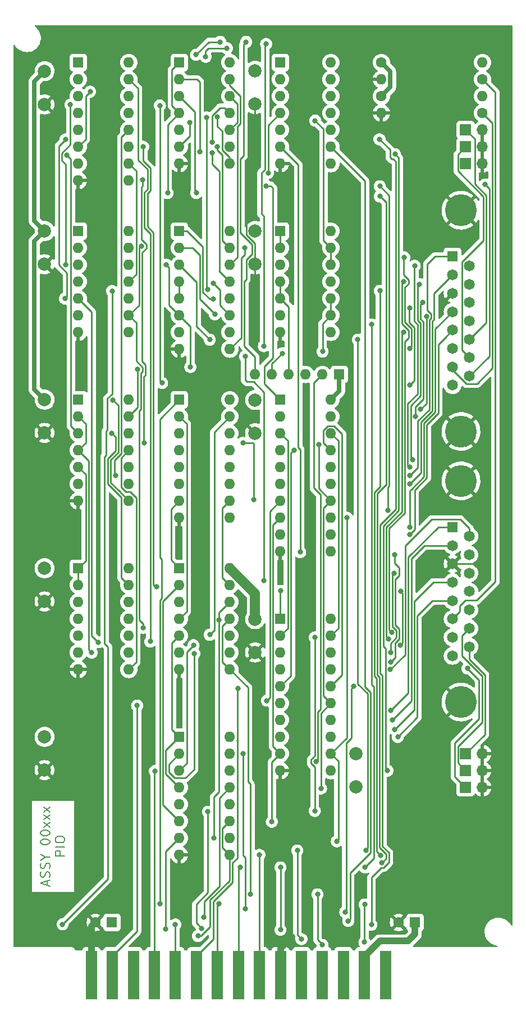
<source format=gtl>
%TF.GenerationSoftware,KiCad,Pcbnew,(6.0.0)*%
%TF.CreationDate,2022-03-14T15:32:50-04:00*%
%TF.ProjectId,Northstar PIO,4e6f7274-6873-4746-9172-2050494f2e6b,rev?*%
%TF.SameCoordinates,Original*%
%TF.FileFunction,Copper,L1,Top*%
%TF.FilePolarity,Positive*%
%FSLAX46Y46*%
G04 Gerber Fmt 4.6, Leading zero omitted, Abs format (unit mm)*
G04 Created by KiCad (PCBNEW (6.0.0)) date 2022-03-14 15:32:50*
%MOMM*%
%LPD*%
G01*
G04 APERTURE LIST*
%ADD10C,0.200000*%
%TA.AperFunction,NonConductor*%
%ADD11C,0.200000*%
%TD*%
%TA.AperFunction,ComponentPad*%
%ADD12R,1.650000X1.650000*%
%TD*%
%TA.AperFunction,ComponentPad*%
%ADD13C,1.650000*%
%TD*%
%TA.AperFunction,ComponentPad*%
%ADD14C,4.800000*%
%TD*%
%TA.AperFunction,ComponentPad*%
%ADD15R,1.600000X1.600000*%
%TD*%
%TA.AperFunction,ComponentPad*%
%ADD16O,1.600000X1.600000*%
%TD*%
%TA.AperFunction,ComponentPad*%
%ADD17C,2.000000*%
%TD*%
%TA.AperFunction,ComponentPad*%
%ADD18R,1.700000X1.700000*%
%TD*%
%TA.AperFunction,ComponentPad*%
%ADD19O,1.700000X1.700000*%
%TD*%
%TA.AperFunction,SMDPad,CuDef*%
%ADD20R,1.700000X7.400000*%
%TD*%
%TA.AperFunction,ComponentPad*%
%ADD21C,1.600000*%
%TD*%
%TA.AperFunction,ViaPad*%
%ADD22C,0.800000*%
%TD*%
%TA.AperFunction,Conductor*%
%ADD23C,0.250000*%
%TD*%
%TA.AperFunction,Conductor*%
%ADD24C,0.700000*%
%TD*%
%TA.AperFunction,Conductor*%
%ADD25C,1.500000*%
%TD*%
%TA.AperFunction,Conductor*%
%ADD26C,1.000000*%
%TD*%
G04 APERTURE END LIST*
D10*
D11*
X83931706Y-157878819D02*
X83931706Y-157212152D01*
X84331706Y-158012152D02*
X82931706Y-157545486D01*
X84331706Y-157078819D01*
X84265039Y-156678819D02*
X84331706Y-156478819D01*
X84331706Y-156145486D01*
X84265039Y-156012152D01*
X84198373Y-155945486D01*
X84065039Y-155878819D01*
X83931706Y-155878819D01*
X83798373Y-155945486D01*
X83731706Y-156012152D01*
X83665039Y-156145486D01*
X83598373Y-156412152D01*
X83531706Y-156545486D01*
X83465039Y-156612152D01*
X83331706Y-156678819D01*
X83198373Y-156678819D01*
X83065039Y-156612152D01*
X82998373Y-156545486D01*
X82931706Y-156412152D01*
X82931706Y-156078819D01*
X82998373Y-155878819D01*
X84265039Y-155345486D02*
X84331706Y-155145486D01*
X84331706Y-154812152D01*
X84265039Y-154678819D01*
X84198373Y-154612152D01*
X84065039Y-154545486D01*
X83931706Y-154545486D01*
X83798373Y-154612152D01*
X83731706Y-154678819D01*
X83665039Y-154812152D01*
X83598373Y-155078819D01*
X83531706Y-155212152D01*
X83465039Y-155278819D01*
X83331706Y-155345486D01*
X83198373Y-155345486D01*
X83065039Y-155278819D01*
X82998373Y-155212152D01*
X82931706Y-155078819D01*
X82931706Y-154745486D01*
X82998373Y-154545486D01*
X83665039Y-153678819D02*
X84331706Y-153678819D01*
X82931706Y-154145486D02*
X83665039Y-153678819D01*
X82931706Y-153212152D01*
X82931706Y-151412152D02*
X82931706Y-151278819D01*
X82998373Y-151145486D01*
X83065039Y-151078819D01*
X83198373Y-151012152D01*
X83465039Y-150945486D01*
X83798373Y-150945486D01*
X84065039Y-151012152D01*
X84198373Y-151078819D01*
X84265039Y-151145486D01*
X84331706Y-151278819D01*
X84331706Y-151412152D01*
X84265039Y-151545486D01*
X84198373Y-151612152D01*
X84065039Y-151678819D01*
X83798373Y-151745486D01*
X83465039Y-151745486D01*
X83198373Y-151678819D01*
X83065039Y-151612152D01*
X82998373Y-151545486D01*
X82931706Y-151412152D01*
X82931706Y-150078819D02*
X82931706Y-149945486D01*
X82998373Y-149812152D01*
X83065039Y-149745486D01*
X83198373Y-149678819D01*
X83465039Y-149612152D01*
X83798373Y-149612152D01*
X84065039Y-149678819D01*
X84198373Y-149745486D01*
X84265039Y-149812152D01*
X84331706Y-149945486D01*
X84331706Y-150078819D01*
X84265039Y-150212152D01*
X84198373Y-150278819D01*
X84065039Y-150345486D01*
X83798373Y-150412152D01*
X83465039Y-150412152D01*
X83198373Y-150345486D01*
X83065039Y-150278819D01*
X82998373Y-150212152D01*
X82931706Y-150078819D01*
X84331706Y-149145486D02*
X83398373Y-148412152D01*
X83398373Y-149145486D02*
X84331706Y-148412152D01*
X84331706Y-148012152D02*
X83398373Y-147278819D01*
X83398373Y-148012152D02*
X84331706Y-147278819D01*
X84331706Y-146878819D02*
X83398373Y-146145486D01*
X83398373Y-146878819D02*
X84331706Y-146145486D01*
X86585706Y-153478819D02*
X85185706Y-153478819D01*
X85185706Y-152945486D01*
X85252373Y-152812152D01*
X85319039Y-152745486D01*
X85452373Y-152678819D01*
X85652373Y-152678819D01*
X85785706Y-152745486D01*
X85852373Y-152812152D01*
X85919039Y-152945486D01*
X85919039Y-153478819D01*
X86585706Y-152078819D02*
X85185706Y-152078819D01*
X85185706Y-151145486D02*
X85185706Y-150878819D01*
X85252373Y-150745486D01*
X85385706Y-150612152D01*
X85652373Y-150545486D01*
X86119039Y-150545486D01*
X86385706Y-150612152D01*
X86519039Y-150745486D01*
X86585706Y-150878819D01*
X86585706Y-151145486D01*
X86519039Y-151278819D01*
X86385706Y-151412152D01*
X86119039Y-151478819D01*
X85652373Y-151478819D01*
X85385706Y-151412152D01*
X85252373Y-151278819D01*
X85185706Y-151145486D01*
D12*
%TO.P,P1,1,1*%
%TO.N,Net-(P1-Pad1)*%
X145088642Y-103935486D03*
D13*
%TO.P,P1,2,2*%
%TO.N,Net-(P1-Pad2)*%
X145088642Y-106705486D03*
%TO.P,P1,3,3*%
%TO.N,GND*%
X145088642Y-109475486D03*
%TO.P,P1,4,4*%
%TO.N,Net-(P1-Pad4)*%
X145088642Y-112245486D03*
%TO.P,P1,5,5*%
%TO.N,Net-(P1-Pad5)*%
X145088642Y-115015486D03*
%TO.P,P1,6,6*%
%TO.N,/{slash}IN STROBE*%
X145088642Y-117785486D03*
%TO.P,P1,7,7*%
%TO.N,/{slash}IN FLAG*%
X145088642Y-120555486D03*
%TO.P,P1,8,8*%
%TO.N,/{slash}IN SPARE*%
X145088642Y-123325486D03*
%TO.P,P1,9,P9*%
%TO.N,Net-(P1-Pad9)*%
X147628642Y-105320486D03*
%TO.P,P1,10,P10*%
%TO.N,Net-(P1-Pad10)*%
X147628642Y-108090486D03*
%TO.P,P1,11,P111*%
%TO.N,Net-(P1-Pad11)*%
X147628642Y-110860486D03*
%TO.P,P1,12,P12*%
%TO.N,Net-(P1-Pad12)*%
X147628642Y-113630486D03*
%TO.P,P1,13,P13*%
%TO.N,Net-(J6-Pad1)*%
X147628642Y-116400486D03*
%TO.P,P1,14,P14*%
%TO.N,Net-(J5-Pad1)*%
X147628642Y-119170486D03*
%TO.P,P1,15,P15*%
%TO.N,Net-(J4-Pad1)*%
X147628642Y-121940486D03*
D14*
%TO.P,P1,MH1*%
%TO.N,GND*%
X146358642Y-96970486D03*
%TO.P,P1,MH2*%
X146358642Y-130290486D03*
%TD*%
D12*
%TO.P,P2,1,1*%
%TO.N,Net-(P2-Pad1)*%
X145088642Y-63173286D03*
D13*
%TO.P,P2,2,2*%
%TO.N,Net-(P2-Pad2)*%
X145088642Y-65943286D03*
%TO.P,P2,3,3*%
%TO.N,GND*%
X145088642Y-68713286D03*
%TO.P,P2,4,4*%
%TO.N,Net-(P2-Pad4)*%
X145088642Y-71483286D03*
%TO.P,P2,5,5*%
%TO.N,Net-(P2-Pad5)*%
X145088642Y-74253286D03*
%TO.P,P2,6,6*%
%TO.N,/{slash}OUT FLAG*%
X145088642Y-77023286D03*
%TO.P,P2,7,7*%
%TO.N,/{slash}OUT ACK*%
X145088642Y-79793286D03*
%TO.P,P2,8,8*%
%TO.N,/{slash}OUT STROBE*%
X145088642Y-82563286D03*
%TO.P,P2,9,P9*%
%TO.N,Net-(P2-Pad9)*%
X147628642Y-64558286D03*
%TO.P,P2,10,P10*%
%TO.N,Net-(P2-Pad10)*%
X147628642Y-67328286D03*
%TO.P,P2,11,P111*%
%TO.N,Net-(P2-Pad11)*%
X147628642Y-70098286D03*
%TO.P,P2,12,P12*%
%TO.N,Net-(P2-Pad12)*%
X147628642Y-72868286D03*
%TO.P,P2,13,P13*%
%TO.N,Net-(J1-Pad1)*%
X147628642Y-75638286D03*
%TO.P,P2,14,P14*%
%TO.N,Net-(J2-Pad1)*%
X147628642Y-78408286D03*
%TO.P,P2,15,P15*%
%TO.N,Net-(J3-Pad1)*%
X147628642Y-81178286D03*
D14*
%TO.P,P2,MH1*%
%TO.N,GND*%
X146358642Y-56208286D03*
%TO.P,P2,MH2*%
X146358642Y-89528286D03*
%TD*%
D15*
%TO.P,U2C1,1,~{Mr}*%
%TO.N,/{slash}BIO RES*%
X103875373Y-84735486D03*
D16*
%TO.P,U2C1,2,Q0*%
%TO.N,Net-(U2C1-Pad2)*%
X103875373Y-87275486D03*
%TO.P,U2C1,3,~{Q0}*%
%TO.N,unconnected-(U2C1-Pad3)*%
X103875373Y-89815486D03*
%TO.P,U2C1,4,D0*%
%TO.N,/IO7*%
X103875373Y-92355486D03*
%TO.P,U2C1,5,D1*%
%TO.N,/IO4*%
X103875373Y-94895486D03*
%TO.P,U2C1,6,~{Q1}*%
%TO.N,unconnected-(U2C1-Pad6)*%
X103875373Y-97435486D03*
%TO.P,U2C1,7,Q1*%
%TO.N,Net-(U2C1-Pad7)*%
X103875373Y-99975486D03*
%TO.P,U2C1,8,GND*%
%TO.N,GND*%
X103875373Y-102515486D03*
%TO.P,U2C1,9,Cp*%
%TO.N,/{slash}LOAD MASK*%
X111495373Y-102515486D03*
%TO.P,U2C1,10,Q2*%
%TO.N,Net-(U2C1-Pad10)*%
X111495373Y-99975486D03*
%TO.P,U2C1,11,~{Q2}*%
%TO.N,unconnected-(U2C1-Pad11)*%
X111495373Y-97435486D03*
%TO.P,U2C1,12,D2*%
%TO.N,/IO6*%
X111495373Y-94895486D03*
%TO.P,U2C1,13,D3*%
%TO.N,/IO5*%
X111495373Y-92355486D03*
%TO.P,U2C1,14,~{Q3}*%
%TO.N,unconnected-(U2C1-Pad14)*%
X111495373Y-89815486D03*
%TO.P,U2C1,15,Q3*%
%TO.N,Net-(U2C1-Pad15)*%
X111495373Y-87275486D03*
%TO.P,U2C1,16,VCC*%
%TO.N,+5V*%
X111495373Y-84735486D03*
%TD*%
D15*
%TO.P,U3D1,1,OE*%
%TO.N,Net-(J1A1-Pad1)*%
X119115373Y-117755486D03*
D16*
%TO.P,U3D1,2,O0*%
%TO.N,/IO1*%
X119115373Y-120295486D03*
%TO.P,U3D1,3,D0*%
%TO.N,Net-(P1-Pad12)*%
X119115373Y-122835486D03*
%TO.P,U3D1,4,D1*%
%TO.N,Net-(P1-Pad10)*%
X119115373Y-125375486D03*
%TO.P,U3D1,5,O1*%
%TO.N,/IO4*%
X119115373Y-127915486D03*
%TO.P,U3D1,6,O2*%
%TO.N,/IO7*%
X119115373Y-130455486D03*
%TO.P,U3D1,7,D2*%
%TO.N,Net-(P1-Pad1)*%
X119115373Y-132995486D03*
%TO.P,U3D1,8,D3*%
%TO.N,Net-(P1-Pad4)*%
X119115373Y-135535486D03*
%TO.P,U3D1,9,O3*%
%TO.N,/IO2*%
X119115373Y-138075486D03*
%TO.P,U3D1,10,GND*%
%TO.N,GND*%
X119115373Y-140615486D03*
%TO.P,U3D1,11,LE*%
%TO.N,/{slash}READ PI REGISTER*%
X126735373Y-140615486D03*
%TO.P,U3D1,12,O4*%
%TO.N,/IO0*%
X126735373Y-138075486D03*
%TO.P,U3D1,13,D4*%
%TO.N,Net-(P1-Pad5)*%
X126735373Y-135535486D03*
%TO.P,U3D1,14,D5*%
%TO.N,Net-(P1-Pad2)*%
X126735373Y-132995486D03*
%TO.P,U3D1,15,O5*%
%TO.N,/IO5*%
X126735373Y-130455486D03*
%TO.P,U3D1,16,O6*%
%TO.N,/IO6*%
X126735373Y-127915486D03*
%TO.P,U3D1,17,D6*%
%TO.N,Net-(P1-Pad9)*%
X126735373Y-125375486D03*
%TO.P,U3D1,18,D7*%
%TO.N,Net-(P1-Pad11)*%
X126735373Y-122835486D03*
%TO.P,U3D1,19,O7*%
%TO.N,/IO3*%
X126735373Y-120295486D03*
%TO.P,U3D1,20,VCC*%
%TO.N,+5V*%
X126735373Y-117755486D03*
%TD*%
D15*
%TO.P,U1D1,1,A*%
%TO.N,Net-(U1C1-Pad5)*%
X88635373Y-110135486D03*
D16*
%TO.P,U1D1,2,B*%
X88635373Y-112675486D03*
%TO.P,U1D1,3,QA*%
%TO.N,unconnected-(U1D1-Pad3)*%
X88635373Y-115215486D03*
%TO.P,U1D1,4,QB*%
%TO.N,unconnected-(U1D1-Pad4)*%
X88635373Y-117755486D03*
%TO.P,U1D1,5,QC*%
%TO.N,unconnected-(U1D1-Pad5)*%
X88635373Y-120295486D03*
%TO.P,U1D1,6,QD*%
%TO.N,unconnected-(U1D1-Pad6)*%
X88635373Y-122835486D03*
%TO.P,U1D1,7,GND*%
%TO.N,GND*%
X88635373Y-125375486D03*
%TO.P,U1D1,8,CLK*%
%TO.N,Net-(U1C1-Pad11)*%
X96255373Y-125375486D03*
%TO.P,U1D1,9,~{CLR}*%
%TO.N,/PUP*%
X96255373Y-122835486D03*
%TO.P,U1D1,10,QE*%
%TO.N,unconnected-(U1D1-Pad10)*%
X96255373Y-120295486D03*
%TO.P,U1D1,11,QF*%
%TO.N,unconnected-(U1D1-Pad11)*%
X96255373Y-117755486D03*
%TO.P,U1D1,12,QG*%
%TO.N,unconnected-(U1D1-Pad12)*%
X96255373Y-115215486D03*
%TO.P,U1D1,13,QH*%
%TO.N,Net-(U1C1-Pad12)*%
X96255373Y-112675486D03*
%TO.P,U1D1,14,VCC*%
%TO.N,+5V*%
X96255373Y-110135486D03*
%TD*%
D15*
%TO.P,U3C1,1,OE*%
%TO.N,Net-(J1A1-Pad9)*%
X119115373Y-84735486D03*
D16*
%TO.P,U3C1,2,O0*%
%TO.N,Net-(P2-Pad12)*%
X119115373Y-87275486D03*
%TO.P,U3C1,3,D0*%
%TO.N,/IO1*%
X119115373Y-89815486D03*
%TO.P,U3C1,4,D1*%
%TO.N,/IO4*%
X119115373Y-92355486D03*
%TO.P,U3C1,5,O1*%
%TO.N,Net-(P2-Pad10)*%
X119115373Y-94895486D03*
%TO.P,U3C1,6,O2*%
%TO.N,Net-(P2-Pad1)*%
X119115373Y-97435486D03*
%TO.P,U3C1,7,D2*%
%TO.N,/IO7*%
X119115373Y-99975486D03*
%TO.P,U3C1,8,D3*%
%TO.N,/IO2*%
X119115373Y-102515486D03*
%TO.P,U3C1,9,O3*%
%TO.N,Net-(P2-Pad4)*%
X119115373Y-105055486D03*
%TO.P,U3C1,10,GND*%
%TO.N,GND*%
X119115373Y-107595486D03*
%TO.P,U3C1,11,LE*%
%TO.N,Net-(U3A1-Pad6)*%
X126735373Y-107595486D03*
%TO.P,U3C1,12,O4*%
%TO.N,Net-(P2-Pad5)*%
X126735373Y-105055486D03*
%TO.P,U3C1,13,D4*%
%TO.N,/IO0*%
X126735373Y-102515486D03*
%TO.P,U3C1,14,D5*%
%TO.N,/IO5*%
X126735373Y-99975486D03*
%TO.P,U3C1,15,O5*%
%TO.N,Net-(P2-Pad2)*%
X126735373Y-97435486D03*
%TO.P,U3C1,16,O6*%
%TO.N,Net-(P2-Pad9)*%
X126735373Y-94895486D03*
%TO.P,U3C1,17,D6*%
%TO.N,/IO6*%
X126735373Y-92355486D03*
%TO.P,U3C1,18,D7*%
%TO.N,/IO3*%
X126735373Y-89815486D03*
%TO.P,U3C1,19,O7*%
%TO.N,Net-(P2-Pad11)*%
X126735373Y-87275486D03*
%TO.P,U3C1,20,VCC*%
%TO.N,+5V*%
X126735373Y-84735486D03*
%TD*%
D15*
%TO.P,U2A1,1*%
%TO.N,/{slash}BWR*%
X103875373Y-33935486D03*
D16*
%TO.P,U2A1,2*%
%TO.N,Net-(U2A1-Pad2)*%
X103875373Y-36475486D03*
%TO.P,U2A1,3*%
%TO.N,/{slash}LOAD MASK*%
X103875373Y-39015486D03*
%TO.P,U2A1,4*%
%TO.N,/{slash}BWR*%
X103875373Y-41555486D03*
%TO.P,U2A1,5*%
%TO.N,Net-(U2A1-Pad5)*%
X103875373Y-44095486D03*
%TO.P,U2A1,6*%
%TO.N,/{slash}LOAD PO REGISTER*%
X103875373Y-46635486D03*
%TO.P,U2A1,7,GND*%
%TO.N,GND*%
X103875373Y-49175486D03*
%TO.P,U2A1,8*%
%TO.N,/{slash}READ PI REGISTER*%
X111495373Y-49175486D03*
%TO.P,U2A1,9*%
%TO.N,Net-(U2A1-Pad5)*%
X111495373Y-46635486D03*
%TO.P,U2A1,10*%
%TO.N,/{slash}BRD*%
X111495373Y-44095486D03*
%TO.P,U2A1,11*%
%TO.N,/IN FLAG*%
X111495373Y-41555486D03*
%TO.P,U2A1,12*%
%TO.N,/{slash}BRD*%
X111495373Y-39015486D03*
%TO.P,U2A1,13*%
%TO.N,Net-(U2A1-Pad13)*%
X111495373Y-36475486D03*
%TO.P,U2A1,14,VCC*%
%TO.N,+5V*%
X111495373Y-33935486D03*
%TD*%
D17*
%TO.P,C11,1*%
%TO.N,+5V*%
X83555373Y-135535486D03*
%TO.P,C11,2*%
%TO.N,GND*%
X83555373Y-140535486D03*
%TD*%
D18*
%TO.P,J4,1,Pin_1*%
%TO.N,Net-(J4-Pad1)*%
X147055373Y-138075486D03*
D19*
%TO.P,J4,2,Pin_2*%
%TO.N,GND*%
X149595373Y-138075486D03*
%TD*%
D17*
%TO.P,C10,1*%
%TO.N,+5V*%
X115305373Y-117795486D03*
%TO.P,C10,2*%
%TO.N,GND*%
X115305373Y-122795486D03*
%TD*%
%TO.P,C4,1*%
%TO.N,+5V*%
X115305373Y-35205486D03*
%TO.P,C4,2*%
%TO.N,GND*%
X115305373Y-40205486D03*
%TD*%
%TO.P,C6,1*%
%TO.N,+5V*%
X115305373Y-59335486D03*
%TO.P,C6,2*%
%TO.N,GND*%
X115305373Y-64335486D03*
%TD*%
D15*
%TO.P,U2B1,1,A0*%
%TO.N,/IO A0*%
X103875373Y-59335486D03*
D16*
%TO.P,U2B1,2,A1*%
%TO.N,/IO A1*%
X103875373Y-61875486D03*
%TO.P,U2B1,3,A2*%
%TO.N,/IO A2*%
X103875373Y-64415486D03*
%TO.P,U2B1,4,E1*%
%TO.N,/{slash}SELECT*%
X103875373Y-66955486D03*
%TO.P,U2B1,5,E2*%
X103875373Y-69495486D03*
%TO.P,U2B1,6,E3*%
%TO.N,/PUP*%
X103875373Y-72035486D03*
%TO.P,U2B1,7,O7*%
%TO.N,Net-(U1B1-Pad4)*%
X103875373Y-74575486D03*
%TO.P,U2B1,8,GND*%
%TO.N,GND*%
X103875373Y-77115486D03*
%TO.P,U2B1,9,O6*%
%TO.N,Net-(U1B1-Pad1)*%
X111495373Y-77115486D03*
%TO.P,U2B1,10,O5*%
%TO.N,Net-(U1B1-Pad10)*%
X111495373Y-74575486D03*
%TO.P,U2B1,11,O4*%
%TO.N,Net-(U1B1-Pad13)*%
X111495373Y-72035486D03*
%TO.P,U2B1,12,O3*%
%TO.N,unconnected-(U2B1-Pad12)*%
X111495373Y-69495486D03*
%TO.P,U2B1,13,O2*%
%TO.N,Net-(U2A1-Pad2)*%
X111495373Y-66955486D03*
%TO.P,U2B1,14,O1*%
%TO.N,Net-(U2A1-Pad13)*%
X111495373Y-64415486D03*
%TO.P,U2B1,15,O0*%
%TO.N,Net-(U2A1-Pad5)*%
X111495373Y-61875486D03*
%TO.P,U2B1,16,VCC*%
%TO.N,+5V*%
X111495373Y-59335486D03*
%TD*%
D15*
%TO.P,U3A1,1*%
%TO.N,Net-(J1A1-Pad2)*%
X119115373Y-33935486D03*
D16*
%TO.P,U3A1,2*%
%TO.N,Net-(J1A1-Pad3)*%
X119115373Y-36475486D03*
%TO.P,U3A1,3*%
%TO.N,Net-(J1A1-Pad6)*%
X119115373Y-39015486D03*
%TO.P,U3A1,4*%
%TO.N,Net-(J1A1-Pad7)*%
X119115373Y-41555486D03*
%TO.P,U3A1,5*%
%TO.N,/{slash}LOAD PO REGISTER*%
X119115373Y-44095486D03*
%TO.P,U3A1,6*%
%TO.N,Net-(U3A1-Pad6)*%
X119115373Y-46635486D03*
%TO.P,U3A1,7,GND*%
%TO.N,GND*%
X119115373Y-49175486D03*
%TO.P,U3A1,8*%
%TO.N,Net-(U1C1-Pad11)*%
X126735373Y-49175486D03*
%TO.P,U3A1,9*%
%TO.N,/IO 8MHz*%
X126735373Y-46635486D03*
%TO.P,U3A1,10*%
%TO.N,Net-(J1A1-Pad6)*%
X126735373Y-44095486D03*
%TO.P,U3A1,11*%
%TO.N,unconnected-(U3A1-Pad11)*%
X126735373Y-41555486D03*
%TO.P,U3A1,12*%
%TO.N,Net-(J1A1-Pad2)*%
X126735373Y-39015486D03*
%TO.P,U3A1,13*%
%TO.N,/{slash}IN STROBE*%
X126735373Y-36475486D03*
%TO.P,U3A1,14,VCC*%
%TO.N,+5V*%
X126735373Y-33935486D03*
%TD*%
D15*
%TO.P,J1A1,1,Pin_1*%
%TO.N,Net-(J1A1-Pad1)*%
X88635373Y-33935486D03*
D16*
%TO.P,J1A1,2,Pin_2*%
%TO.N,Net-(J1A1-Pad2)*%
X88635373Y-36475486D03*
%TO.P,J1A1,3,Pin_3*%
%TO.N,Net-(J1A1-Pad3)*%
X88635373Y-39015486D03*
%TO.P,J1A1,4,Pin_4*%
%TO.N,Net-(J1A1-Pad4)*%
X88635373Y-41555486D03*
%TO.P,J1A1,5,Pin_5*%
%TO.N,Net-(J1A1-Pad5)*%
X88635373Y-44095486D03*
%TO.P,J1A1,6,Pin_6*%
%TO.N,Net-(J1A1-Pad6)*%
X88635373Y-46635486D03*
%TO.P,J1A1,7,Pin_7*%
%TO.N,Net-(J1A1-Pad7)*%
X88635373Y-49175486D03*
%TO.P,J1A1,8,Pin_8*%
%TO.N,GND*%
X88635373Y-51715486D03*
%TO.P,J1A1,9,Pin_9*%
%TO.N,Net-(J1A1-Pad9)*%
X96255373Y-51715486D03*
%TO.P,J1A1,10,Pin_10*%
%TO.N,Net-(J1A1-Pad10)*%
X96255373Y-49175486D03*
%TO.P,J1A1,11,Pin_11*%
%TO.N,Net-(J1A1-Pad11)*%
X96255373Y-46635486D03*
%TO.P,J1A1,12,Pin_12*%
%TO.N,Net-(J1A1-Pad12)*%
X96255373Y-44095486D03*
%TO.P,J1A1,13,Pin_13*%
%TO.N,/{slash}READ PI REGISTER*%
X96255373Y-41555486D03*
%TO.P,J1A1,14,Pin_14*%
%TO.N,Net-(J1A1-Pad14)*%
X96255373Y-39015486D03*
%TO.P,J1A1,15,Pin_15*%
%TO.N,Net-(J1A1-Pad15)*%
X96255373Y-36475486D03*
%TO.P,J1A1,16,Pin_16*%
%TO.N,Net-(J1A1-Pad16)*%
X96255373Y-33935486D03*
%TD*%
D15*
%TO.P,RN1,1,R1.1*%
%TO.N,+5V*%
X128005373Y-80925486D03*
D16*
%TO.P,RN1,2,R1.2*%
%TO.N,/{slash}ID REQ*%
X125465373Y-80925486D03*
%TO.P,RN1,3,R2.2*%
%TO.N,/PUP*%
X122925373Y-80925486D03*
%TO.P,RN1,4,R3.2*%
%TO.N,Net-(J1A1-Pad5)*%
X120385373Y-80925486D03*
%TO.P,RN1,5,R4.2*%
%TO.N,Net-(J1A1-Pad4)*%
X117845373Y-80925486D03*
%TO.P,RN1,6,R5.2*%
%TO.N,Net-(J1A1-Pad16)*%
X115305373Y-80925486D03*
%TD*%
D17*
%TO.P,C8,1*%
%TO.N,+5V*%
X115305373Y-84775486D03*
%TO.P,C8,2*%
%TO.N,GND*%
X115305373Y-89775486D03*
%TD*%
D20*
%TO.P,J7,2,Pin_2*%
%TO.N,unconnected-(J7-Pad2)*%
X134969773Y-171415486D03*
%TO.P,J7,4,Pin_4*%
%TO.N,+5V*%
X131800973Y-171415486D03*
%TO.P,J7,6,Pin_6*%
%TO.N,unconnected-(J7-Pad6)*%
X128632073Y-171415486D03*
%TO.P,J7,8,Pin_8*%
%TO.N,unconnected-(J7-Pad8)*%
X125463173Y-171415486D03*
%TO.P,J7,10,Pin_10*%
%TO.N,/IO A3*%
X122294273Y-171415486D03*
%TO.P,J7,12,Pin_12*%
%TO.N,GND*%
X119125373Y-171415486D03*
%TO.P,J7,14,Pin_14*%
%TO.N,/IO A0*%
X115956473Y-171415486D03*
%TO.P,J7,16,Pin_16*%
%TO.N,/{slash}BWR*%
X112787573Y-171415486D03*
%TO.P,J7,18,Pin_18*%
%TO.N,/{slash}BIO RES*%
X109618673Y-171415486D03*
%TO.P,J7,20,Pin_20*%
%TO.N,/IO4*%
X106449773Y-171415486D03*
%TO.P,J7,22,Pin_22*%
%TO.N,/IO5*%
X103280973Y-171415486D03*
%TO.P,J7,24,Pin_24*%
%TO.N,/IO1*%
X100112073Y-171415486D03*
%TO.P,J7,26,Pin_26*%
%TO.N,unconnected-(J7-Pad26)*%
X96943153Y-171415486D03*
%TO.P,J7,28,Pin_28*%
%TO.N,/IO7*%
X93774263Y-171415486D03*
%TO.P,J7,30,Pin_30*%
%TO.N,GND*%
X90605373Y-171415486D03*
%TD*%
D17*
%TO.P,C3,1*%
%TO.N,+5V*%
X83555373Y-35245486D03*
%TO.P,C3,2*%
%TO.N,GND*%
X83555373Y-40245486D03*
%TD*%
%TO.P,C7,1*%
%TO.N,+5V*%
X83555373Y-84735486D03*
%TO.P,C7,2*%
%TO.N,GND*%
X83555373Y-89735486D03*
%TD*%
%TO.P,C12,1*%
%TO.N,+5V*%
X130545373Y-138075486D03*
%TO.P,C12,2*%
%TO.N,GND*%
X130545373Y-143075486D03*
%TD*%
D21*
%TO.P,R4,1*%
%TO.N,/{slash}OUT ACK*%
X149595373Y-41555486D03*
D16*
%TO.P,R4,2*%
%TO.N,GND*%
X134355373Y-41555486D03*
%TD*%
D21*
%TO.P,R2,1*%
%TO.N,/{slash}IN STROBE*%
X149595373Y-36475486D03*
D16*
%TO.P,R2,2*%
%TO.N,GND*%
X134355373Y-36475486D03*
%TD*%
D18*
%TO.P,J5,1,Pin_1*%
%TO.N,Net-(J5-Pad1)*%
X147055373Y-140615486D03*
D19*
%TO.P,J5,2,Pin_2*%
%TO.N,GND*%
X149595373Y-140615486D03*
%TD*%
D15*
%TO.P,U2D1,1*%
%TO.N,Net-(U2C1-Pad7)*%
X103875373Y-110135486D03*
D16*
%TO.P,U2D1,2*%
%TO.N,Net-(J1A1-Pad11)*%
X103875373Y-112675486D03*
%TO.P,U2D1,3*%
%TO.N,/{slash}IO INT*%
X103875373Y-115215486D03*
%TO.P,U2D1,4*%
%TO.N,Net-(U2C1-Pad2)*%
X103875373Y-117755486D03*
%TO.P,U2D1,5*%
%TO.N,/IN FLAG*%
X103875373Y-120295486D03*
%TO.P,U2D1,6*%
%TO.N,/{slash}IO INT*%
X103875373Y-122835486D03*
%TO.P,U2D1,7,GND*%
%TO.N,GND*%
X103875373Y-125375486D03*
%TO.P,U2D1,8*%
%TO.N,/{slash}IO INT*%
X111495373Y-125375486D03*
%TO.P,U2D1,9*%
%TO.N,Net-(J1A1-Pad15)*%
X111495373Y-122835486D03*
%TO.P,U2D1,10*%
%TO.N,Net-(U2C1-Pad15)*%
X111495373Y-120295486D03*
%TO.P,U2D1,11*%
%TO.N,/{slash}IO INT*%
X111495373Y-117755486D03*
%TO.P,U2D1,12*%
%TO.N,Net-(U1B1-Pad9)*%
X111495373Y-115215486D03*
%TO.P,U2D1,13*%
%TO.N,Net-(U2C1-Pad10)*%
X111495373Y-112675486D03*
%TO.P,U2D1,14,VCC*%
%TO.N,+5V*%
X111495373Y-110135486D03*
%TD*%
D17*
%TO.P,C9,1*%
%TO.N,+5V*%
X83555373Y-110135486D03*
%TO.P,C9,2*%
%TO.N,GND*%
X83555373Y-115135486D03*
%TD*%
D21*
%TO.P,R3,1*%
%TO.N,+5V*%
X134355373Y-39015486D03*
D16*
%TO.P,R3,2*%
%TO.N,/{slash}OUT ACK*%
X149595373Y-39015486D03*
%TD*%
D15*
%TO.P,U1B1,1,~{R}*%
%TO.N,Net-(U1B1-Pad1)*%
X88635373Y-59335486D03*
D16*
%TO.P,U1B1,2,D*%
%TO.N,/PUP*%
X88635373Y-61875486D03*
%TO.P,U1B1,3,C*%
%TO.N,Net-(J1A1-Pad14)*%
X88635373Y-64415486D03*
%TO.P,U1B1,4,~{S}*%
%TO.N,Net-(U1B1-Pad4)*%
X88635373Y-66955486D03*
%TO.P,U1B1,5,Q*%
%TO.N,/IN FLAG*%
X88635373Y-69495486D03*
%TO.P,U1B1,6,~{Q}*%
%TO.N,unconnected-(U1B1-Pad6)*%
X88635373Y-72035486D03*
%TO.P,U1B1,7,GND*%
%TO.N,GND*%
X88635373Y-74575486D03*
%TO.P,U1B1,8,~{Q}*%
%TO.N,unconnected-(U1B1-Pad8)*%
X96255373Y-74575486D03*
%TO.P,U1B1,9,Q*%
%TO.N,Net-(U1B1-Pad9)*%
X96255373Y-72035486D03*
%TO.P,U1B1,10,~{S}*%
%TO.N,Net-(U1B1-Pad10)*%
X96255373Y-69495486D03*
%TO.P,U1B1,11,C*%
%TO.N,Net-(J1A1-Pad10)*%
X96255373Y-66955486D03*
%TO.P,U1B1,12,D*%
%TO.N,/PUP*%
X96255373Y-64415486D03*
%TO.P,U1B1,13,~{R}*%
%TO.N,Net-(U1B1-Pad13)*%
X96255373Y-61875486D03*
%TO.P,U1B1,14,VCC*%
%TO.N,+5V*%
X96255373Y-59335486D03*
%TD*%
D15*
%TO.P,U1C1,1,~{R}*%
%TO.N,Net-(U1C1-Pad1)*%
X88635373Y-84735486D03*
D16*
%TO.P,U1C1,2,D*%
%TO.N,/PUP*%
X88635373Y-87275486D03*
%TO.P,U1C1,3,C*%
%TO.N,/{slash}LOAD PO REGISTER*%
X88635373Y-89815486D03*
%TO.P,U1C1,4,~{S}*%
%TO.N,/PUP*%
X88635373Y-92355486D03*
%TO.P,U1C1,5,Q*%
%TO.N,Net-(U1C1-Pad5)*%
X88635373Y-94895486D03*
%TO.P,U1C1,6,~{Q}*%
%TO.N,unconnected-(U1C1-Pad6)*%
X88635373Y-97435486D03*
%TO.P,U1C1,7,GND*%
%TO.N,GND*%
X88635373Y-99975486D03*
%TO.P,U1C1,8,~{Q}*%
%TO.N,Net-(U1C1-Pad1)*%
X96255373Y-99975486D03*
%TO.P,U1C1,9,Q*%
%TO.N,Net-(J1A1-Pad12)*%
X96255373Y-97435486D03*
%TO.P,U1C1,10,~{S}*%
%TO.N,unconnected-(U1C1-Pad10)*%
X96255373Y-94895486D03*
%TO.P,U1C1,11,C*%
%TO.N,Net-(U1C1-Pad11)*%
X96255373Y-92355486D03*
%TO.P,U1C1,12,D*%
%TO.N,Net-(U1C1-Pad12)*%
X96255373Y-89815486D03*
%TO.P,U1C1,13,~{R}*%
%TO.N,/PUP*%
X96255373Y-87275486D03*
%TO.P,U1C1,14,VCC*%
%TO.N,+5V*%
X96255373Y-84735486D03*
%TD*%
D15*
%TO.P,U2E1,1,OEa*%
%TO.N,/IN FLAG*%
X103875373Y-135535486D03*
D16*
%TO.P,U2E1,2,I1*%
%TO.N,Net-(J1A1-Pad15)*%
X103875373Y-138075486D03*
%TO.P,U2E1,3,O1a*%
%TO.N,/IO1*%
X103875373Y-140615486D03*
%TO.P,U2E1,4,I2*%
%TO.N,/IN FLAG*%
X103875373Y-143155486D03*
%TO.P,U2E1,5,O2a*%
%TO.N,/IO3*%
X103875373Y-145695486D03*
%TO.P,U2E1,6,I3*%
%TO.N,Net-(J1A1-Pad11)*%
X103875373Y-148235486D03*
%TO.P,U2E1,7,O3a*%
%TO.N,/IO0*%
X103875373Y-150775486D03*
%TO.P,U2E1,8,GND*%
%TO.N,GND*%
X103875373Y-153315486D03*
%TO.P,U2E1,9,O4a*%
%TO.N,/IO2*%
X111495373Y-153315486D03*
%TO.P,U2E1,10,I4*%
%TO.N,Net-(U1B1-Pad9)*%
X111495373Y-150775486D03*
%TO.P,U2E1,11,O5b*%
%TO.N,/IO2*%
X111495373Y-148235486D03*
%TO.P,U2E1,12,I5*%
%TO.N,GND*%
X111495373Y-145695486D03*
%TO.P,U2E1,13,O6b*%
%TO.N,/IO5*%
X111495373Y-143155486D03*
%TO.P,U2E1,14,I6*%
%TO.N,GND*%
X111495373Y-140615486D03*
%TO.P,U2E1,15,OEb*%
%TO.N,/{slash}ID REQ*%
X111495373Y-138075486D03*
%TO.P,U2E1,16,VCC*%
%TO.N,+5V*%
X111495373Y-135535486D03*
%TD*%
D17*
%TO.P,C5,1*%
%TO.N,+5V*%
X83555373Y-59335486D03*
%TO.P,C5,2*%
%TO.N,GND*%
X83555373Y-64335486D03*
%TD*%
D18*
%TO.P,J2,1,Pin_1*%
%TO.N,Net-(J2-Pad1)*%
X147055373Y-46635486D03*
D19*
%TO.P,J2,2,Pin_2*%
%TO.N,GND*%
X149595373Y-46635486D03*
%TD*%
D15*
%TO.P,C2,1*%
%TO.N,+5V*%
X93715373Y-163475486D03*
D21*
%TO.P,C2,2*%
%TO.N,GND*%
X91215373Y-163475486D03*
%TD*%
D18*
%TO.P,J3,1,Pin_1*%
%TO.N,Net-(J3-Pad1)*%
X147055373Y-49175486D03*
D19*
%TO.P,J3,2,Pin_2*%
%TO.N,GND*%
X149595373Y-49175486D03*
%TD*%
D15*
%TO.P,U3B1,1*%
%TO.N,Net-(U1B1-Pad9)*%
X119115373Y-59335486D03*
D16*
%TO.P,U3B1,2*%
X119115373Y-61875486D03*
%TO.P,U3B1,3*%
%TO.N,/{slash}OUT FLAG*%
X119115373Y-64415486D03*
%TO.P,U3B1,4*%
%TO.N,Net-(J1A1-Pad5)*%
X119115373Y-66955486D03*
%TO.P,U3B1,5*%
X119115373Y-69495486D03*
%TO.P,U3B1,6*%
%TO.N,/{slash}OUT STROBE*%
X119115373Y-72035486D03*
%TO.P,U3B1,7,GND*%
%TO.N,GND*%
X119115373Y-74575486D03*
%TO.P,U3B1,8*%
%TO.N,/{slash}IN SPARE*%
X126735373Y-74575486D03*
%TO.P,U3B1,9*%
%TO.N,Net-(J1A1-Pad4)*%
X126735373Y-72035486D03*
%TO.P,U3B1,10*%
X126735373Y-69495486D03*
%TO.P,U3B1,11*%
%TO.N,/{slash}IN FLAG*%
X126735373Y-66955486D03*
%TO.P,U3B1,12*%
%TO.N,/IN FLAG*%
X126735373Y-64415486D03*
%TO.P,U3B1,13*%
X126735373Y-61875486D03*
%TO.P,U3B1,14,VCC*%
%TO.N,+5V*%
X126735373Y-59335486D03*
%TD*%
D21*
%TO.P,R1,1*%
%TO.N,+5V*%
X134355373Y-33935486D03*
D16*
%TO.P,R1,2*%
%TO.N,/{slash}IN STROBE*%
X149595373Y-33935486D03*
%TD*%
D15*
%TO.P,C1,1*%
%TO.N,+5V*%
X139435373Y-163475486D03*
D21*
%TO.P,C1,2*%
%TO.N,GND*%
X136935373Y-163475486D03*
%TD*%
D18*
%TO.P,J6,1,Pin_1*%
%TO.N,Net-(J6-Pad1)*%
X147055373Y-143155486D03*
D19*
%TO.P,J6,2,Pin_2*%
%TO.N,GND*%
X149595373Y-143155486D03*
%TD*%
D18*
%TO.P,J1,1,Pin_1*%
%TO.N,Net-(J1-Pad1)*%
X147055373Y-44095486D03*
D19*
%TO.P,J1,2,Pin_2*%
%TO.N,GND*%
X149595373Y-44095486D03*
%TD*%
D22*
%TO.N,Net-(J6-Pad1)*%
X147332700Y-125209300D03*
%TO.N,Net-(P1-Pad5)*%
X136828714Y-135535486D03*
%TO.N,Net-(P1-Pad4)*%
X136353025Y-134410975D03*
%TO.N,Net-(P1-Pad2)*%
X136015914Y-132995486D03*
%TO.N,Net-(P1-Pad1)*%
X135755003Y-131579997D03*
%TO.N,Net-(P1-Pad9)*%
X135711114Y-125375486D03*
%TO.N,Net-(P1-Pad12)*%
X137245314Y-113630486D03*
X137191225Y-121710975D03*
%TO.N,Net-(P1-Pad10)*%
X136308314Y-108090486D03*
X135768825Y-124250975D03*
%TO.N,Net-(P1-Pad11)*%
X136296400Y-110871000D03*
X135736514Y-122835486D03*
%TO.N,/{slash}IN FLAG*%
X135890000Y-119786400D03*
%TO.N,/{slash}IN SPARE*%
X135382000Y-120777000D03*
%TO.N,/{slash}READ PI REGISTER*%
X135279314Y-140615486D03*
%TO.N,/{slash}LOAD MASK*%
X135362425Y-101390975D03*
%TO.N,/{slash}BWR*%
X134430111Y-154469489D03*
%TO.N,/IO A0*%
X134225689Y-153378511D03*
%TO.N,/IO A1*%
X131876800Y-155194000D03*
%TO.N,/IO A2*%
X132003800Y-152654000D03*
%TO.N,Net-(J3-Pad1)*%
X150012400Y-52324000D03*
%TO.N,Net-(P2-Pad5)*%
X138632114Y-105055486D03*
%TO.N,Net-(P2-Pad4)*%
X138639025Y-103930975D03*
%TO.N,Net-(P2-Pad2)*%
X138632114Y-97435486D03*
%TO.N,Net-(P2-Pad1)*%
X138633200Y-96189800D03*
%TO.N,Net-(P2-Pad12)*%
X141139344Y-72152944D03*
X140264625Y-86150975D03*
%TO.N,Net-(P2-Pad11)*%
X140543914Y-70098286D03*
X139495714Y-87275486D03*
%TO.N,Net-(P2-Pad10)*%
X140062714Y-67328286D03*
X139096225Y-93770975D03*
%TO.N,Net-(P2-Pad9)*%
X139378314Y-64558286D03*
%TO.N,/{slash}OUT STROBE*%
X138645314Y-82563286D03*
X138613625Y-70910975D03*
%TO.N,/{slash}OUT FLAG*%
X138597314Y-77023286D03*
X137800825Y-63290975D03*
%TO.N,Net-(P2-Pad9)*%
X138606714Y-94895486D03*
%TO.N,/{slash}IN FLAG*%
X137717714Y-66955486D03*
%TO.N,/{slash}IN SPARE*%
X137717714Y-74575486D03*
%TO.N,GND*%
X128270000Y-55118000D03*
X122500000Y-40000000D03*
X114808000Y-55118000D03*
X83820000Y-55626000D03*
X92710000Y-55118000D03*
X145262600Y-101549200D03*
X103632000Y-55626000D03*
X120804473Y-165697986D03*
X105094573Y-165482086D03*
X119634000Y-55372000D03*
X115062000Y-74422000D03*
X123698000Y-55118000D03*
%TO.N,Net-(J1A1-Pad1)*%
X107848400Y-33070800D03*
X116967000Y-31140400D03*
X116629884Y-76664116D03*
X113792000Y-78232000D03*
X111074200Y-31800800D03*
X116586000Y-112014000D03*
X119126000Y-113538000D03*
%TO.N,Net-(J1A1-Pad9)*%
X116978715Y-52515485D03*
%TO.N,Net-(J1A1-Pad11)*%
X98423914Y-46635486D03*
X100490080Y-112903000D03*
%TO.N,Net-(J1A1-Pad4)*%
X101269800Y-82219800D03*
X125476000Y-77470000D03*
X100939600Y-40411400D03*
X119392700Y-77762100D03*
%TO.N,Net-(J1A1-Pad12)*%
X94234000Y-96189800D03*
%TO.N,Net-(J1A1-Pad5)*%
X107975400Y-42214800D03*
X108153200Y-68122800D03*
%TO.N,/{slash}READ PI REGISTER*%
X109626400Y-42138600D03*
X136398000Y-47752000D03*
%TO.N,Net-(J1A1-Pad6)*%
X90424000Y-38328600D03*
%TO.N,Net-(J1A1-Pad14)*%
X87452200Y-40309800D03*
X86714514Y-64415486D03*
%TO.N,Net-(J1A1-Pad7)*%
X117265975Y-50590975D03*
%TO.N,Net-(J1A1-Pad15)*%
X106121200Y-122986800D03*
X99501840Y-121173360D03*
%TO.N,Net-(J1A1-Pad16)*%
X106400600Y-32766000D03*
X110058200Y-30835600D03*
X113944400Y-30835600D03*
%TO.N,/{slash}ID REQ*%
X131800973Y-166445827D03*
X124485400Y-139242800D03*
X113868200Y-161442400D03*
X131826000Y-160782000D03*
X113511514Y-138075486D03*
%TO.N,/{slash}IO INT*%
X124714000Y-159258000D03*
X114592711Y-159219289D03*
X125463173Y-166890827D03*
%TO.N,/IO A2*%
X108458000Y-75692000D03*
X122294273Y-165995727D03*
X121666000Y-152654000D03*
X130802003Y-75699997D03*
%TO.N,/IO A1*%
X119125373Y-164592627D03*
X119126000Y-155194000D03*
X109220000Y-71882000D03*
X132842000Y-73406000D03*
%TO.N,/{slash}BRD*%
X134067025Y-45510975D03*
X132842000Y-163830000D03*
%TO.N,/IO A0*%
X108966000Y-69596000D03*
X134112000Y-68326000D03*
X115956473Y-153294473D03*
%TO.N,/IO 8MHz*%
X129352160Y-163255840D03*
%TO.N,/{slash}BWR*%
X102108000Y-53594000D03*
X113030000Y-155194000D03*
X134112000Y-54102000D03*
%TO.N,/IO3*%
X108196003Y-146819997D03*
X107238800Y-164388800D03*
X124307600Y-120548400D03*
X124307600Y-146685000D03*
%TO.N,/{slash}BIO RES*%
X109829600Y-160705800D03*
X100939600Y-160705800D03*
%TO.N,/IO2*%
X106680000Y-165531800D03*
X117830600Y-148310600D03*
%TO.N,/IO4*%
X112737900Y-128231900D03*
X121209886Y-92355486D03*
%TO.N,/IO5*%
X124891800Y-91465400D03*
X107581700Y-162699700D03*
X125247400Y-143306800D03*
X103280973Y-163800027D03*
%TO.N,/IO6*%
X130148514Y-127915486D03*
X128905000Y-161925000D03*
%TO.N,/IO1*%
X100175573Y-140688573D03*
X106019600Y-121716800D03*
%TO.N,/IO0*%
X127635000Y-151257000D03*
X129132514Y-102515486D03*
X101828600Y-164490400D03*
%TO.N,/IO7*%
X113455975Y-91230975D03*
X115062000Y-99822000D03*
X117081300Y-130086100D03*
X97510600Y-130810000D03*
%TO.N,/{slash}SELECT*%
X86258400Y-163779200D03*
X93731825Y-68370975D03*
%TO.N,/PUP*%
X101929114Y-64415486D03*
X97612200Y-80187800D03*
X90653686Y-122835486D03*
X105542825Y-79800975D03*
%TO.N,/IN FLAG*%
X86721425Y-45510975D03*
X91668600Y-121259600D03*
X86614000Y-69494400D03*
X124358400Y-42697400D03*
X108813600Y-45974000D03*
%TO.N,Net-(U1B1-Pad1)*%
X113741200Y-61823600D03*
%TO.N,Net-(U1B1-Pad13)*%
X108991400Y-67183000D03*
%TO.N,Net-(U1C1-Pad1)*%
X93878400Y-84785200D03*
%TO.N,/{slash}LOAD PO REGISTER*%
X105454975Y-42970975D03*
X86893400Y-47904400D03*
%TO.N,Net-(U1C1-Pad11)*%
X98348800Y-51612800D03*
X98577400Y-91236800D03*
%TO.N,Net-(U1C1-Pad12)*%
X93648714Y-89815486D03*
%TO.N,Net-(U2A1-Pad2)*%
X108813600Y-47574200D03*
X106959400Y-47421800D03*
%TO.N,Net-(U2A1-Pad5)*%
X109574514Y-46635486D03*
%TO.N,/{slash}LOAD MASK*%
X134112000Y-52578000D03*
X106426000Y-53594000D03*
%TO.N,Net-(U3A1-Pad6)*%
X122097800Y-107696000D03*
%TO.N,Net-(U1B1-Pad9)*%
X98171000Y-61645800D03*
X109117314Y-150775486D03*
X98425000Y-119100600D03*
X109880400Y-117906800D03*
%TO.N,Net-(U2C1-Pad15)*%
X108458000Y-120142000D03*
%TD*%
D23*
%TO.N,/{slash}IN STROBE*%
X147040600Y-114985800D02*
X146202400Y-115824000D01*
X146202400Y-116671728D02*
X145088642Y-117785486D01*
X148742400Y-114985800D02*
X147040600Y-114985800D01*
X146202400Y-115824000D02*
X146202400Y-116671728D01*
X151531080Y-112197120D02*
X148742400Y-114985800D01*
X151531080Y-38411193D02*
X151531080Y-112197120D01*
%TO.N,/IO A2*%
X132264242Y-152291958D02*
X131978400Y-152577800D01*
X132264242Y-129006600D02*
X132264242Y-152291958D01*
X130802003Y-127544361D02*
X132264242Y-129006600D01*
X130802003Y-75699997D02*
X130802003Y-127544361D01*
%TO.N,Net-(J4-Pad1)*%
X149982193Y-126198462D02*
X149982193Y-135148666D01*
X147628642Y-123844910D02*
X149982193Y-126198462D01*
X147628642Y-121940486D02*
X147628642Y-123844910D01*
X149982193Y-135148666D02*
X147055373Y-138075486D01*
%TO.N,Net-(J5-Pad1)*%
X145880862Y-139440975D02*
X147055373Y-140615486D01*
X145880862Y-136998938D02*
X145880862Y-139440975D01*
X149532673Y-133347127D02*
X145880862Y-136998938D01*
X149532673Y-126384659D02*
X149532673Y-133347127D01*
X146479131Y-123331117D02*
X149532673Y-126384659D01*
X146479131Y-120319997D02*
X146479131Y-123331117D01*
X147628642Y-119170486D02*
X146479131Y-120319997D01*
%TO.N,Net-(J6-Pad1)*%
X145431342Y-136483258D02*
X145431342Y-141531455D01*
X145431342Y-141531455D02*
X147055373Y-143155486D01*
X149083153Y-132831447D02*
X145431342Y-136483258D01*
X149083153Y-126934353D02*
X149083153Y-132831447D01*
X147396200Y-125247400D02*
X149083153Y-126934353D01*
%TO.N,GND*%
X145088642Y-109475486D02*
X149858514Y-109475486D01*
%TO.N,Net-(P1-Pad5)*%
X142049619Y-115015486D02*
X145088642Y-115015486D01*
X139767905Y-132596295D02*
X139767905Y-117297200D01*
X139767905Y-117297200D02*
X142049619Y-115015486D01*
X136828714Y-135535486D02*
X139767905Y-132596295D01*
%TO.N,Net-(P1-Pad4)*%
X139318385Y-131445615D02*
X136353025Y-134410975D01*
X139318385Y-115088015D02*
X139318385Y-131445615D01*
X142160914Y-112245486D02*
X139318385Y-115088015D01*
X145088642Y-112245486D02*
X142160914Y-112245486D01*
%TO.N,Net-(P1-Pad2)*%
X138868865Y-108654135D02*
X138868865Y-130142535D01*
X140817514Y-106705486D02*
X138868865Y-108654135D01*
X145088642Y-106705486D02*
X140817514Y-106705486D01*
X138868865Y-130142535D02*
X136015914Y-132995486D01*
%TO.N,Net-(P1-Pad1)*%
X138419345Y-128915655D02*
X135755003Y-131579997D01*
X138419345Y-108443255D02*
X138419345Y-128915655D01*
X142927114Y-103935486D02*
X138419345Y-108443255D01*
X145088642Y-103935486D02*
X142927114Y-103935486D01*
%TO.N,Net-(P1-Pad12)*%
X137513551Y-113898723D02*
X137245314Y-113630486D01*
X137191225Y-121710975D02*
X137513551Y-121388649D01*
X137513551Y-121388649D02*
X137513551Y-113898723D01*
%TO.N,Net-(P1-Pad9)*%
X137963071Y-114137871D02*
X137963071Y-123123529D01*
X137969825Y-106759175D02*
X137969825Y-114131117D01*
X137969825Y-114131117D02*
X137963071Y-114137871D01*
X146260857Y-102785975D02*
X141943025Y-102785975D01*
X147628642Y-104153760D02*
X146260857Y-102785975D01*
X147628642Y-105320486D02*
X147628642Y-104153760D01*
X141943025Y-102785975D02*
X137969825Y-106759175D01*
X137963071Y-123123529D02*
X135711114Y-125375486D01*
%TO.N,Net-(P1-Pad10)*%
X136461025Y-123558775D02*
X135768825Y-124250975D01*
X136461025Y-121358307D02*
X136461025Y-123558775D01*
X137064031Y-120755301D02*
X136461025Y-121358307D01*
X137064031Y-119300099D02*
X137064031Y-120755301D01*
X136438160Y-118674228D02*
X137064031Y-119300099D01*
X136438160Y-111796040D02*
X136438160Y-118674228D01*
X137020911Y-111213289D02*
X136438160Y-111796040D01*
X136308314Y-109333514D02*
X137020911Y-110046111D01*
X137020911Y-110046111D02*
X137020911Y-111213289D01*
X136308314Y-108090486D02*
X136308314Y-109333514D01*
%TO.N,Net-(P1-Pad11)*%
X135736514Y-121447100D02*
X135736514Y-122835486D01*
X136051014Y-118922800D02*
X136614511Y-119486297D01*
X136614511Y-120569103D02*
X135736514Y-121447100D01*
X135988640Y-118922800D02*
X136051014Y-118922800D01*
X135988640Y-111178760D02*
X135988640Y-118922800D01*
X136296400Y-110871000D02*
X135988640Y-111178760D01*
X136614511Y-119486297D02*
X136614511Y-120569103D01*
%TO.N,/{slash}IN FLAG*%
X137421680Y-67251520D02*
X137717714Y-66955486D01*
X137421680Y-73254838D02*
X137421680Y-67251520D01*
X138442225Y-74275383D02*
X137421680Y-73254838D01*
X138442225Y-75400375D02*
X138442225Y-74275383D01*
X137871200Y-75971400D02*
X138442225Y-75400375D01*
X137871200Y-101813967D02*
X137871200Y-75971400D01*
X135539120Y-104146047D02*
X137871200Y-101813967D01*
X135539120Y-119435520D02*
X135539120Y-104146047D01*
X135890000Y-119786400D02*
X135539120Y-119435520D01*
%TO.N,/{slash}IN SPARE*%
X135089600Y-120484600D02*
X135382000Y-120777000D01*
X135089600Y-103959849D02*
X135089600Y-120484600D01*
X137421680Y-101627769D02*
X135089600Y-103959849D01*
X137421680Y-74871520D02*
X137421680Y-101627769D01*
X137717714Y-74575486D02*
X137421680Y-74871520D01*
%TO.N,/{slash}READ PI REGISTER*%
X136972160Y-101441572D02*
X136972160Y-100167560D01*
X134640080Y-103773652D02*
X136972160Y-101441572D01*
X134640080Y-121894600D02*
X134640080Y-103773652D01*
X134975910Y-140411510D02*
X134975910Y-122230430D01*
X135179886Y-140615486D02*
X134975910Y-140411510D01*
X135279314Y-140615486D02*
X135179886Y-140615486D01*
X134975910Y-122230430D02*
X134640080Y-121894600D01*
X136972160Y-48326160D02*
X136972160Y-100167560D01*
%TO.N,/{slash}BRD*%
X134340600Y-155219400D02*
X132842000Y-156718000D01*
X134645400Y-155168600D02*
X134704814Y-155219400D01*
X134755614Y-155168600D02*
X134645400Y-155168600D01*
X135501320Y-154422894D02*
X134755614Y-155168600D01*
X135501320Y-152993811D02*
X135501320Y-154422894D01*
X134526390Y-152018880D02*
X135501320Y-152993811D01*
X134526390Y-126294430D02*
X134526390Y-152018880D01*
X134190560Y-125958600D02*
X134526390Y-126294430D01*
X136522640Y-101255374D02*
X134190560Y-103587454D01*
X134190560Y-103587454D02*
X134190560Y-125958600D01*
X132842000Y-156718000D02*
X132842000Y-163830000D01*
X136522640Y-48892640D02*
X136522640Y-101255374D01*
X136144000Y-48514000D02*
X136522640Y-48892640D01*
X135890000Y-48514000D02*
X136144000Y-48514000D01*
X135636000Y-47079950D02*
X135636000Y-48260000D01*
X134704814Y-155219400D02*
X134340600Y-155219400D01*
X135636000Y-48260000D02*
X135890000Y-48514000D01*
X134067025Y-45510975D02*
X135636000Y-47079950D01*
%TO.N,/{slash}READ PI REGISTER*%
X136398000Y-47752000D02*
X136972160Y-48326160D01*
%TO.N,/{slash}LOAD MASK*%
X135362425Y-97921932D02*
X135362425Y-101390975D01*
X135498960Y-97785397D02*
X135362425Y-97921932D01*
X135498960Y-53964960D02*
X135498960Y-97785397D01*
X134112000Y-52578000D02*
X135498960Y-53964960D01*
%TO.N,/{slash}BWR*%
X135051800Y-153898600D02*
X134442200Y-154508200D01*
X135051800Y-153180008D02*
X135051800Y-153898600D01*
X134076871Y-126540034D02*
X134076871Y-152205079D01*
X133741040Y-126204202D02*
X134076871Y-126540034D01*
X133741040Y-98847478D02*
X133741040Y-126204202D01*
X134989318Y-97599200D02*
X133741040Y-98847478D01*
X135049440Y-97599200D02*
X134989318Y-97599200D01*
X135049440Y-96725560D02*
X135049440Y-97599200D01*
X134076871Y-152205079D02*
X135051800Y-153180008D01*
X135049440Y-55039440D02*
X135049440Y-96725560D01*
%TO.N,/IO A0*%
X133627351Y-152829751D02*
X134137400Y-153339800D01*
X133627351Y-126726231D02*
X133627351Y-152829751D01*
X133291520Y-126390400D02*
X133627351Y-126726231D01*
X133291520Y-98661280D02*
X133291520Y-126390400D01*
X134112000Y-97840800D02*
X133291520Y-98661280D01*
X134112000Y-68326000D02*
X134112000Y-97840800D01*
%TO.N,/IO A1*%
X133177831Y-153842169D02*
X131826000Y-155194000D01*
X133177831Y-127970831D02*
X133177831Y-153842169D01*
X132842000Y-127635000D02*
X133177831Y-127970831D01*
X132842000Y-120192800D02*
X132842000Y-127635000D01*
X132842000Y-73406000D02*
X132842000Y-120192800D01*
%TO.N,/IO 8MHz*%
X129629511Y-162978489D02*
X129352160Y-163255840D01*
X129629511Y-156052903D02*
X129629511Y-162978489D01*
X132728311Y-152954103D02*
X129629511Y-156052903D01*
X132728311Y-137174549D02*
X132728311Y-152954103D01*
X132713762Y-137160000D02*
X132728311Y-137174549D01*
X132713762Y-128820402D02*
X132713762Y-137160000D01*
X131869884Y-127976524D02*
X132713762Y-128820402D01*
X131869884Y-51769997D02*
X131869884Y-127976524D01*
X126735373Y-46635486D02*
X131869884Y-51769997D01*
%TO.N,/{slash}IN STROBE*%
X149595373Y-36475486D02*
X151531080Y-38411193D01*
%TO.N,/{slash}OUT ACK*%
X145088642Y-80267842D02*
X145088642Y-79793286D01*
X151081560Y-43041673D02*
X151081560Y-80015668D01*
X149595373Y-41555486D02*
X151081560Y-43041673D01*
X151081560Y-80015668D02*
X148769431Y-82327797D01*
X148769431Y-82327797D02*
X147148597Y-82327797D01*
X147148597Y-82327797D02*
X145088642Y-80267842D01*
%TO.N,Net-(J3-Pad1)*%
X150632040Y-78174888D02*
X147628642Y-81178286D01*
X150632040Y-52943640D02*
X150632040Y-78174888D01*
X150012400Y-52324000D02*
X150632040Y-52943640D01*
%TO.N,Net-(J1-Pad1)*%
X150182520Y-73084408D02*
X147628642Y-75638286D01*
X148420862Y-52204944D02*
X150182520Y-53966603D01*
X150182520Y-53966603D02*
X150182520Y-73084408D01*
X148420862Y-45460975D02*
X148420862Y-52204944D01*
X147055373Y-44095486D02*
X148420862Y-45460975D01*
%TO.N,Net-(J2-Pad1)*%
X149733000Y-60751462D02*
X146479131Y-64005331D01*
X145880862Y-50300662D02*
X149733000Y-54152800D01*
X145880862Y-47809997D02*
X145880862Y-50300662D01*
X147055373Y-46635486D02*
X145880862Y-47809997D01*
X149733000Y-54152800D02*
X149733000Y-60751462D01*
X146479131Y-77258775D02*
X146479131Y-64005331D01*
%TO.N,Net-(P2-Pad5)*%
X139363536Y-98364396D02*
X139628466Y-98099466D01*
X138632114Y-105055486D02*
X139363536Y-104324064D01*
X141198392Y-96529540D02*
X139628466Y-98099466D01*
X139363536Y-104324064D02*
X139363536Y-98364396D01*
X141198392Y-93853000D02*
X141198392Y-96529539D01*
X142937424Y-86765542D02*
X141198392Y-88504574D01*
X142937424Y-84226400D02*
X142937424Y-86765542D01*
X141198392Y-96529539D02*
X141198392Y-96529540D01*
X141198392Y-88504574D02*
X141198392Y-93853000D01*
X143939131Y-75402797D02*
X142937424Y-76404504D01*
X142937424Y-76404504D02*
X142937424Y-84226400D01*
%TO.N,/{slash}OUT FLAG*%
X138891745Y-76728855D02*
X138597314Y-77023286D01*
X138891745Y-74089186D02*
X138891745Y-76728855D01*
X137871200Y-73068640D02*
X138891745Y-74089186D01*
X137871200Y-67826614D02*
X137871200Y-73068640D01*
X138442225Y-66655383D02*
X138442225Y-67255589D01*
X138442225Y-67255589D02*
X137871200Y-67826614D01*
X137693400Y-63398400D02*
X137693400Y-65906558D01*
X137693400Y-65906558D02*
X138442225Y-66655383D01*
X137800825Y-63290975D02*
X137693400Y-63398400D01*
%TO.N,/{slash}OUT STROBE*%
X139341265Y-81867335D02*
X138645314Y-82563286D01*
X138573638Y-73135362D02*
X139341265Y-73902989D01*
X138573638Y-70950962D02*
X138573638Y-73135362D01*
X138613625Y-70910975D02*
X138573638Y-70950962D01*
X139341265Y-73902989D02*
X139341265Y-81867335D01*
%TO.N,Net-(P2-Pad9)*%
X139790785Y-83840855D02*
X138320720Y-85310920D01*
X139338136Y-72933578D02*
X139790785Y-73386227D01*
X139790785Y-73386227D02*
X139790785Y-83840855D01*
X138320720Y-85310920D02*
X138320720Y-94609492D01*
X138320720Y-94609492D02*
X138606714Y-94895486D01*
X139338136Y-64598464D02*
X139338136Y-72933578D01*
X139378314Y-64558286D02*
X139338136Y-64598464D01*
%TO.N,Net-(P2-Pad10)*%
X140240304Y-84168696D02*
X138770240Y-85638760D01*
X140240304Y-77539296D02*
X140240304Y-84168696D01*
X140240304Y-77539296D02*
X140240305Y-73200029D01*
X138770240Y-93444990D02*
X138770240Y-85638760D01*
%TO.N,Net-(P2-Pad11)*%
X140689824Y-84658976D02*
X139495714Y-85853086D01*
X140689825Y-73013831D02*
X140689824Y-84658976D01*
X139495714Y-85853086D02*
X139495714Y-87275486D01*
X140237176Y-72561182D02*
X140689825Y-73013831D01*
X140237176Y-70405024D02*
X140237176Y-72561182D01*
X140543914Y-70098286D02*
X140237176Y-70405024D01*
%TO.N,Net-(P2-Pad12)*%
X141139344Y-85276256D02*
X140264625Y-86150975D01*
X141139344Y-72152944D02*
X141139344Y-85276256D01*
%TO.N,Net-(P2-Pad1)*%
X139849832Y-94973168D02*
X138633200Y-96189800D01*
X139849832Y-87945982D02*
X139849832Y-94973168D01*
X141863855Y-71852841D02*
X141863855Y-72453047D01*
X141588864Y-72728038D02*
X141588864Y-86206950D01*
X141588864Y-86206950D02*
X139849832Y-87945982D01*
X141268425Y-64344575D02*
X141268425Y-71257411D01*
X142439714Y-63173286D02*
X141268425Y-64344575D01*
X145088642Y-63173286D02*
X142439714Y-63173286D01*
X141268425Y-71257411D02*
X141863855Y-71852841D01*
X141863855Y-72453047D02*
X141588864Y-72728038D01*
%TO.N,Net-(P2-Pad2)*%
X140299352Y-88132180D02*
X140299352Y-95768248D01*
X142038384Y-86393148D02*
X140299352Y-88132180D01*
X142313375Y-72639245D02*
X142038384Y-72914236D01*
X142038384Y-72914236D02*
X142038384Y-86393148D01*
X142313375Y-68718553D02*
X142313375Y-72639245D01*
X140299352Y-95768248D02*
X138632114Y-97435486D01*
X145088642Y-65943286D02*
X142313375Y-68718553D01*
%TO.N,Net-(P2-Pad4)*%
X138639025Y-103930975D02*
X138639025Y-98453189D01*
X138639025Y-98453189D02*
X138853407Y-98238807D01*
X140748872Y-96343342D02*
X138853407Y-98238807D01*
X140784525Y-88282724D02*
X140748872Y-88318377D01*
X142487904Y-86579345D02*
X140784525Y-88282724D01*
X140748872Y-95954446D02*
X140748872Y-96343342D01*
X142487904Y-86548641D02*
X142487904Y-86579345D01*
X142487904Y-74084024D02*
X142487904Y-86548641D01*
X140748872Y-88318377D02*
X140748872Y-95954446D01*
X145088642Y-71483286D02*
X142487904Y-74084024D01*
%TO.N,Net-(P2-Pad10)*%
X139787656Y-72747380D02*
X139787656Y-68466944D01*
X140240305Y-73200029D02*
X139787656Y-72747380D01*
X139096225Y-93770975D02*
X138770240Y-93444990D01*
X139787656Y-67603344D02*
X140062714Y-67328286D01*
X139787656Y-68466944D02*
X139787656Y-67603344D01*
%TO.N,Net-(P2-Pad5)*%
X145088642Y-74253286D02*
X143939131Y-75402797D01*
%TO.N,Net-(J2-Pad1)*%
X147628642Y-78408286D02*
X146479131Y-77258775D01*
D24*
%TO.N,+5V*%
X128005373Y-80925486D02*
X128005373Y-83465487D01*
D25*
X115305373Y-113945486D02*
X115305373Y-117795486D01*
D26*
X138419373Y-166294886D02*
X139435373Y-165278886D01*
X134141351Y-166294886D02*
X138419373Y-166294886D01*
X131800973Y-168635264D02*
X134141351Y-166294886D01*
D24*
X135704884Y-37665975D02*
X134355373Y-39015486D01*
X82005862Y-57785975D02*
X82005862Y-36794997D01*
D26*
X139435373Y-165278886D02*
X139435373Y-163475486D01*
D24*
X83555373Y-59335486D02*
X82005862Y-57785975D01*
X83555373Y-59335486D02*
X82005862Y-60884997D01*
X128005373Y-83465487D02*
X126735373Y-84735486D01*
D25*
X111495373Y-110135486D02*
X115305373Y-113945486D01*
D24*
X82005862Y-36794997D02*
X83555373Y-35245486D01*
X82005862Y-60884997D02*
X82005862Y-83185975D01*
X82005862Y-83185975D02*
X83555373Y-84735486D01*
X135704884Y-35284997D02*
X135704884Y-37665975D01*
X134355373Y-33935486D02*
X135704884Y-35284997D01*
D26*
X131800973Y-171415486D02*
X131800973Y-168635264D01*
D23*
%TO.N,GND*%
X115305373Y-61208629D02*
X113980862Y-59884118D01*
X115305373Y-64335486D02*
X115305373Y-61208629D01*
X113980862Y-59884118D02*
X113980862Y-57011938D01*
D26*
X119125373Y-171415486D02*
X119125373Y-167377086D01*
D23*
X115305373Y-42194627D02*
X115000000Y-42500000D01*
D26*
X120804473Y-165697986D02*
X120817173Y-165685286D01*
X119125373Y-167377086D02*
X120804473Y-165697986D01*
X90605373Y-164085486D02*
X91215373Y-163475486D01*
D23*
X115305373Y-40205486D02*
X115305373Y-42194627D01*
X115305373Y-64335486D02*
X115305373Y-66812627D01*
D26*
X90605373Y-171415486D02*
X90605373Y-164085486D01*
D23*
%TO.N,Net-(J1A1-Pad1)*%
X116586000Y-99060000D02*
X116629884Y-99016116D01*
X113792000Y-81788000D02*
X113792000Y-78232000D01*
X116816455Y-50010745D02*
X116254204Y-50572996D01*
X116816455Y-31290945D02*
X116816455Y-50010745D01*
X119115373Y-117755486D02*
X119115373Y-113548627D01*
X115062000Y-82042000D02*
X114046000Y-82042000D01*
X116967000Y-31140400D02*
X116816455Y-31290945D01*
X116629884Y-83609884D02*
X115062000Y-82042000D01*
X116254204Y-50572996D02*
X116254204Y-56726462D01*
X107848400Y-32207200D02*
X108254800Y-31800800D01*
X107848400Y-33070800D02*
X107848400Y-32207200D01*
X116586000Y-112014000D02*
X116586000Y-99060000D01*
X114046000Y-82042000D02*
X113792000Y-81788000D01*
X116629884Y-57102142D02*
X116629884Y-76664116D01*
X116254204Y-56726462D02*
X116629884Y-57102142D01*
X116629884Y-99016116D02*
X116629884Y-83609884D01*
X119115373Y-113548627D02*
X119126000Y-113538000D01*
X108254800Y-31800800D02*
X111074200Y-31800800D01*
%TO.N,Net-(J1A1-Pad9)*%
X116720862Y-82340975D02*
X119115373Y-84735486D01*
X117666485Y-52515485D02*
X117990862Y-52839862D01*
X116720862Y-79713062D02*
X116720862Y-82340975D01*
X117990862Y-78443062D02*
X116720862Y-79713062D01*
X116978715Y-52515485D02*
X117666485Y-52515485D01*
X117990862Y-52839862D02*
X117990862Y-78443062D01*
%TO.N,Net-(J1A1-Pad10)*%
X97379884Y-50299997D02*
X97379884Y-65830975D01*
X97379884Y-65830975D02*
X96255373Y-66955486D01*
X96255373Y-49175486D02*
X97379884Y-50299997D01*
%TO.N,Net-(J1A1-Pad11)*%
X101389120Y-145749233D02*
X103875373Y-148235486D01*
X99522831Y-49865114D02*
X99522831Y-53208087D01*
X99951360Y-112549760D02*
X100304600Y-112903000D01*
X99078654Y-53652264D02*
X99078654Y-58665602D01*
X98423914Y-48766196D02*
X99522831Y-49865114D01*
X98423914Y-46635486D02*
X98423914Y-48766196D01*
X101389120Y-115161739D02*
X101389120Y-145749233D01*
X100304600Y-112903000D02*
X100490080Y-112903000D01*
X99522831Y-53208087D02*
X99078654Y-53652264D01*
X99951360Y-59538309D02*
X99951360Y-112549760D01*
X99078654Y-58665602D02*
X99951360Y-59538309D01*
X103875373Y-112675486D02*
X101389120Y-115161739D01*
%TO.N,Net-(J1A1-Pad4)*%
X126735373Y-72035486D02*
X125476000Y-73294859D01*
X100939600Y-81889600D02*
X101269800Y-82219800D01*
X117845373Y-79309427D02*
X119392700Y-77762100D01*
X100939600Y-40411400D02*
X100939600Y-81889600D01*
X125476000Y-73294859D02*
X125476000Y-77470000D01*
X117845373Y-80925486D02*
X117845373Y-79309427D01*
X126735373Y-69495486D02*
X126735373Y-72035486D01*
%TO.N,Net-(J1A1-Pad12)*%
X95130862Y-92829138D02*
X94132400Y-93827600D01*
X96255373Y-44095486D02*
X95130862Y-45219997D01*
X95130862Y-45219997D02*
X95130862Y-92829138D01*
X94132400Y-96088200D02*
X94234000Y-96189800D01*
X94132400Y-93827600D02*
X94132400Y-96088200D01*
%TO.N,Net-(J1A1-Pad5)*%
X119115373Y-69495486D02*
X120385373Y-70765486D01*
X107975400Y-67945000D02*
X108153200Y-68122800D01*
X119115373Y-69495486D02*
X119115373Y-66955486D01*
X120385373Y-70765486D02*
X120385373Y-80925486D01*
X107975400Y-42214800D02*
X107975400Y-67945000D01*
%TO.N,/{slash}READ PI REGISTER*%
X111495373Y-48249373D02*
X110370862Y-47124862D01*
X111495373Y-49175486D02*
X111495373Y-48249373D01*
X109626400Y-43535600D02*
X109626400Y-42138600D01*
X110370862Y-47124862D02*
X110370862Y-44280062D01*
X110370862Y-44280062D02*
X109626400Y-43535600D01*
%TO.N,Net-(J1A1-Pad6)*%
X89763600Y-38989000D02*
X90424000Y-38328600D01*
X89763600Y-40894000D02*
X89763600Y-38989000D01*
X89763600Y-45507259D02*
X89763600Y-40894000D01*
X88635373Y-46635486D02*
X89763600Y-45507259D01*
%TO.N,Net-(J1A1-Pad14)*%
X87452200Y-46320986D02*
X86168889Y-47604297D01*
X86168889Y-47604297D02*
X86168889Y-48730511D01*
X86714514Y-49276136D02*
X86714514Y-64415486D01*
X86168889Y-48730511D02*
X86714514Y-49276136D01*
X87452200Y-40309800D02*
X87452200Y-46320986D01*
%TO.N,Net-(J1A1-Pad7)*%
X117265975Y-43404884D02*
X119115373Y-41555486D01*
X117265975Y-50590975D02*
X117265975Y-43404884D01*
%TO.N,Net-(J1A1-Pad15)*%
X102288160Y-139662699D02*
X103875373Y-138075486D01*
X103182797Y-141739997D02*
X102288160Y-140845360D01*
X99501840Y-59724506D02*
X98629134Y-58851800D01*
X98629134Y-58851800D02*
X98629134Y-53466066D01*
X102288160Y-140845360D02*
X102288160Y-139662699D01*
X97637600Y-48615600D02*
X97637600Y-37857713D01*
X106121200Y-122986800D02*
X106121200Y-140411200D01*
X104792403Y-141739997D02*
X103182797Y-141739997D01*
X99501840Y-121173360D02*
X99501840Y-59724506D01*
X97637600Y-37857713D02*
X96255373Y-36475486D01*
X98629134Y-53466066D02*
X99073311Y-53021889D01*
X99073311Y-53021889D02*
X99073311Y-50051311D01*
X106121200Y-140411200D02*
X104792403Y-141739997D01*
X99073311Y-50051311D02*
X97637600Y-48615600D01*
%TO.N,Net-(J1A1-Pad16)*%
X115305373Y-80925486D02*
X115305373Y-78297573D01*
X113670020Y-76662220D02*
X113670020Y-66920704D01*
X113944400Y-30835600D02*
X113563400Y-31216600D01*
X113980862Y-63666738D02*
X113980862Y-66609862D01*
X113563400Y-48006000D02*
X113069404Y-48499996D01*
X108331000Y-30835600D02*
X110058200Y-30835600D01*
X115305373Y-78297573D02*
X113670020Y-76662220D01*
X113069404Y-59608378D02*
X114855853Y-61394827D01*
X113670020Y-66920704D02*
X113980862Y-66609862D01*
X113069404Y-48499996D02*
X113069404Y-59608378D01*
X114855853Y-62791747D02*
X113980862Y-63666738D01*
X113563400Y-31216600D02*
X113563400Y-48006000D01*
X106400600Y-32766000D02*
X108331000Y-30835600D01*
X114855853Y-61394827D02*
X114855853Y-62791747D01*
%TO.N,/{slash}ID REQ*%
X125161342Y-99037173D02*
X125161342Y-131393799D01*
X124167289Y-98043120D02*
X125161342Y-99037173D01*
X124757120Y-131798021D02*
X124757120Y-139242800D01*
X113868200Y-153746200D02*
X113511514Y-153389514D01*
X113511514Y-153389514D02*
X113511514Y-138075486D01*
X125465373Y-80925486D02*
X124167289Y-82223570D01*
X125161342Y-131393799D02*
X124757120Y-131798021D01*
X124757120Y-139242800D02*
X124485400Y-139242800D01*
X113868200Y-161442400D02*
X113868200Y-153746200D01*
X131800973Y-160807027D02*
X131826000Y-160782000D01*
X124167289Y-82223570D02*
X124167289Y-98043120D01*
X131800973Y-166445827D02*
X131800973Y-160807027D01*
%TO.N,/{slash}IO INT*%
X111495373Y-125375486D02*
X114236025Y-128116138D01*
X114236025Y-142303975D02*
X114592711Y-142660661D01*
X111495373Y-117755486D02*
X110370862Y-118879997D01*
X124714000Y-159258000D02*
X124714000Y-166116000D01*
X114592711Y-142660661D02*
X114592711Y-159219289D01*
X110370862Y-124250975D02*
X111495373Y-125375486D01*
X110370862Y-118879997D02*
X110370862Y-124250975D01*
X114236025Y-128116138D02*
X114236025Y-142303975D01*
X124714000Y-166116000D02*
X125476000Y-166878000D01*
%TO.N,/IO A2*%
X106484480Y-73718480D02*
X108458000Y-75692000D01*
X106484480Y-67024593D02*
X106484480Y-73718480D01*
X122294273Y-165995727D02*
X121666000Y-165367454D01*
X121666000Y-165367454D02*
X121666000Y-152654000D01*
X103875373Y-64415486D02*
X106484480Y-67024593D01*
%TO.N,/IO A1*%
X119125373Y-164592627D02*
X119126000Y-164592000D01*
X119126000Y-164592000D02*
X119126000Y-155194000D01*
X106934000Y-69596000D02*
X109220000Y-71882000D01*
X106934000Y-62946831D02*
X106934000Y-69596000D01*
X105862655Y-61875486D02*
X106934000Y-62946831D01*
X103875373Y-61875486D02*
X105862655Y-61875486D01*
%TO.N,/{slash}BRD*%
X112649000Y-42941859D02*
X111495373Y-44095486D01*
X112649000Y-40169113D02*
X112649000Y-42941859D01*
X111495373Y-39015486D02*
X112649000Y-40169113D01*
%TO.N,/IO A0*%
X105055486Y-59335486D02*
X107428689Y-61708689D01*
X108458000Y-69596000D02*
X108966000Y-69596000D01*
X103875373Y-59335486D02*
X105055486Y-59335486D01*
X115956473Y-171415486D02*
X115956473Y-162692473D01*
X107428689Y-68566689D02*
X108458000Y-69596000D01*
X107428689Y-61708689D02*
X107428689Y-68339311D01*
X115956473Y-162692473D02*
X115956473Y-153294473D01*
X107428689Y-68339311D02*
X107428689Y-68566689D01*
%TO.N,/{slash}BWR*%
X112787573Y-171415486D02*
X112787573Y-155436427D01*
X112787573Y-155436427D02*
X113030000Y-155194000D01*
X103875373Y-41555486D02*
X102108000Y-43322859D01*
X103875373Y-33935486D02*
X102750862Y-35059997D01*
X102108000Y-43322859D02*
X102108000Y-53594000D01*
X134112000Y-54102000D02*
X135049440Y-55039440D01*
X102750862Y-40430975D02*
X103875373Y-41555486D01*
X102750862Y-35059997D02*
X102750862Y-40430975D01*
%TO.N,/IO3*%
X123760889Y-138942697D02*
X124307600Y-138395986D01*
X108196003Y-159011997D02*
X106426000Y-160782000D01*
X124307600Y-146685000D02*
X124307600Y-140089614D01*
X124307600Y-140089614D02*
X123760889Y-139542903D01*
X107238800Y-164388800D02*
X106680000Y-163830000D01*
X106426000Y-160782000D02*
X106426000Y-163576000D01*
X126735373Y-89815486D02*
X127859884Y-90939997D01*
X127859884Y-119170975D02*
X126735373Y-120295486D01*
X124307600Y-138395986D02*
X124307600Y-120548400D01*
X127859884Y-90939997D02*
X127859884Y-119170975D01*
X108196003Y-146819997D02*
X108196003Y-159011997D01*
X123760889Y-139542903D02*
X123760889Y-138942697D01*
X106426000Y-163576000D02*
X106680000Y-163830000D01*
%TO.N,/{slash}BIO RES*%
X100939600Y-108483400D02*
X101214591Y-108758391D01*
X100939600Y-87671259D02*
X100939600Y-108483400D01*
X109618673Y-171415486D02*
X109618673Y-160916727D01*
X100954741Y-114960400D02*
X100939600Y-114960400D01*
X101214591Y-108758391D02*
X101214591Y-114700549D01*
X101214591Y-114700549D02*
X100954741Y-114960400D01*
X109618673Y-160916727D02*
X109829600Y-160705800D01*
X100939600Y-114960400D02*
X100939600Y-160705800D01*
X103875373Y-84735486D02*
X100939600Y-87671259D01*
%TO.N,/IO2*%
X108527606Y-160102794D02*
X108527606Y-164124608D01*
X110370862Y-149359997D02*
X111495373Y-148235486D01*
X119115373Y-102515486D02*
X117990862Y-103639997D01*
X111465859Y-157164541D02*
X108527606Y-160102794D01*
X111495373Y-153315486D02*
X111465859Y-153345000D01*
X117990862Y-136950975D02*
X119115373Y-138075486D01*
X111495373Y-153315486D02*
X110370862Y-152190975D01*
X111465859Y-153345000D02*
X111465859Y-157164541D01*
X117990862Y-103639997D02*
X117990862Y-136950975D01*
X117830600Y-139360259D02*
X119115373Y-138075486D01*
X107120414Y-165531800D02*
X106680000Y-165531800D01*
X108527606Y-164124608D02*
X107120414Y-165531800D01*
X117830600Y-148310600D02*
X117830600Y-139360259D01*
X110370862Y-152190975D02*
X110370862Y-149359997D01*
%TO.N,/IO4*%
X112619884Y-136140284D02*
X112550379Y-136070779D01*
X106449773Y-171415486D02*
X106449773Y-168565486D01*
X111915379Y-154485779D02*
X112619884Y-153781275D01*
X120689404Y-92746796D02*
X120929400Y-92506800D01*
X112547400Y-136093200D02*
X112537679Y-136083479D01*
X106449773Y-168565486D02*
X108977126Y-166038133D01*
X108977126Y-166038133D02*
X108977126Y-160361326D01*
X111915379Y-154485779D02*
X111915379Y-157423073D01*
X120689404Y-126341455D02*
X120689404Y-92746796D01*
X111915379Y-157423073D02*
X108977126Y-160361326D01*
X112619884Y-128349916D02*
X112737900Y-128231900D01*
X112619884Y-153781275D02*
X112619884Y-136140284D01*
X112537679Y-136083479D02*
X112619884Y-136001275D01*
X119115373Y-127915486D02*
X120689404Y-126341455D01*
X112550379Y-136070779D02*
X112547400Y-136093200D01*
X112619884Y-136001275D02*
X112619884Y-128349916D01*
%TO.N,/IO5*%
X111495373Y-143155486D02*
X109921342Y-144729517D01*
X109921342Y-158073340D02*
X107670600Y-160324082D01*
X107670600Y-160324082D02*
X107670600Y-162610800D01*
X126735373Y-99975486D02*
X125610862Y-101099997D01*
X125610862Y-129330975D02*
X126735373Y-130455486D01*
X124891800Y-94335600D02*
X124891800Y-98131913D01*
X125247400Y-143306800D02*
X125247400Y-131943459D01*
X103280973Y-171415486D02*
X103280973Y-163800027D01*
X125610862Y-101099997D02*
X125610862Y-129330975D01*
X109921342Y-144729517D02*
X109921342Y-158073340D01*
X124891800Y-94335600D02*
X124891800Y-91465400D01*
X124891800Y-98131913D02*
X126735373Y-99975486D01*
X125247400Y-131943459D02*
X126735373Y-130455486D01*
%TO.N,/IO6*%
X128905000Y-161925000D02*
X129032000Y-161798000D01*
X126735373Y-92355486D02*
X125603000Y-91223113D01*
X129032000Y-161798000D02*
X129032000Y-136414577D01*
X130148514Y-127915486D02*
X129794000Y-128270000D01*
X129032000Y-136414577D02*
X129794000Y-135652577D01*
X129794000Y-128270000D02*
X129794000Y-128778000D01*
X128408003Y-126242856D02*
X126735373Y-127915486D01*
X125603000Y-89357559D02*
X126269584Y-88690975D01*
X129794000Y-135652577D02*
X129794000Y-128778000D01*
X128408003Y-89897817D02*
X128408003Y-126242856D01*
X126269584Y-88690975D02*
X127201162Y-88690975D01*
X125603000Y-91223113D02*
X125603000Y-89357559D01*
X127201162Y-88690975D02*
X128408003Y-89897817D01*
%TO.N,/IO1*%
X100112073Y-171415486D02*
X100112073Y-140752073D01*
X104999884Y-122965116D02*
X104999884Y-122736516D01*
X119115373Y-89815486D02*
X120239884Y-90939997D01*
X103875373Y-140615486D02*
X104999884Y-139490975D01*
X104999884Y-139490975D02*
X104999884Y-122965116D01*
X120239884Y-90939997D02*
X120239884Y-119170975D01*
X120239884Y-119170975D02*
X119115373Y-120295486D01*
X104999884Y-122736516D02*
X106019600Y-121716800D01*
%TO.N,/IO0*%
X101828600Y-164490400D02*
X101828600Y-152822259D01*
X126735373Y-138075486D02*
X127859884Y-139199997D01*
X127859884Y-151032116D02*
X127635000Y-151257000D01*
X101828600Y-152822259D02*
X103875373Y-150775486D01*
X129132514Y-102515486D02*
X129132514Y-135678345D01*
X127859884Y-139199997D02*
X127859884Y-151032116D01*
X129132514Y-135678345D02*
X126735373Y-138075486D01*
%TO.N,/IO7*%
X115062000Y-91363800D02*
X114929175Y-91230975D01*
X93774263Y-171415486D02*
X93774263Y-168565486D01*
X97510600Y-164829149D02*
X97510600Y-130810000D01*
X117541342Y-101549516D02*
X119115373Y-99975486D01*
X93774263Y-168565486D02*
X97510600Y-164829149D01*
X113455975Y-91230975D02*
X114929175Y-91230975D01*
X115062000Y-99822000D02*
X115062000Y-91363800D01*
X117541342Y-129626058D02*
X117541342Y-101549516D01*
X117081300Y-130086100D02*
X117541342Y-129626058D01*
%TO.N,/{slash}SELECT*%
X92610449Y-93321649D02*
X92610449Y-121464849D01*
X93726000Y-83870800D02*
X93002100Y-84594700D01*
X93731825Y-68370975D02*
X93726000Y-68376800D01*
X93116400Y-156921200D02*
X86258400Y-163779200D01*
X93002100Y-84594700D02*
X93002100Y-89268300D01*
X92610449Y-121464849D02*
X93116400Y-121970800D01*
X93002100Y-89268300D02*
X92811600Y-89458800D01*
X93116400Y-121970800D02*
X93116400Y-156921200D01*
X92811600Y-89458800D02*
X92811600Y-93120498D01*
X103875373Y-66955486D02*
X103875373Y-69495486D01*
X92811600Y-93120498D02*
X92610449Y-93321649D01*
X93726000Y-68376800D02*
X93726000Y-83870800D01*
%TO.N,/PUP*%
X103875373Y-72035486D02*
X102349300Y-70509413D01*
X88635373Y-92355486D02*
X90209404Y-93929517D01*
X97612200Y-85918659D02*
X97612200Y-80187800D01*
X102349300Y-70509413D02*
X102349300Y-64835672D01*
X105542825Y-79800975D02*
X105542825Y-73702938D01*
X89759884Y-91230975D02*
X88635373Y-92355486D01*
X88635373Y-87275486D02*
X89759884Y-88399997D01*
X89759884Y-88399997D02*
X89759884Y-91230975D01*
X90209404Y-122391204D02*
X90653686Y-122835486D01*
X105542825Y-73702938D02*
X103875373Y-72035486D01*
X96255373Y-87275486D02*
X97612200Y-85918659D01*
X90209404Y-93929517D02*
X90209404Y-122391204D01*
X102349300Y-64835672D02*
X101929114Y-64415486D01*
%TO.N,/IN FLAG*%
X101838640Y-141118753D02*
X101838640Y-137572219D01*
X88635373Y-69495486D02*
X90640887Y-71501000D01*
X85719369Y-46513031D02*
X85719369Y-64444955D01*
X90658924Y-120249924D02*
X91668600Y-121259600D01*
X90640887Y-78243713D02*
X90658924Y-78261750D01*
X126735373Y-64415486D02*
X126735373Y-61875486D01*
X126735373Y-61875486D02*
X125610862Y-60750975D01*
X111495373Y-41555486D02*
X110695374Y-40755487D01*
X103875373Y-135535486D02*
X102750862Y-134410975D01*
X86721425Y-45510975D02*
X85719369Y-46513031D01*
X85719369Y-64444955D02*
X86908014Y-65633600D01*
X86908014Y-65633600D02*
X86908014Y-69200386D01*
X110695374Y-40755487D02*
X109984899Y-40755487D01*
X103875373Y-143155486D02*
X101838640Y-141118753D01*
X125610862Y-43949862D02*
X124358400Y-42697400D01*
X90658924Y-78261750D02*
X90658924Y-120249924D01*
X102750862Y-134410975D02*
X102750862Y-121419997D01*
X108813600Y-45974000D02*
X108813600Y-41926786D01*
X102750862Y-121419997D02*
X103875373Y-120295486D01*
X90640887Y-71501000D02*
X90640887Y-78243713D01*
X125610862Y-60750975D02*
X125610862Y-43949862D01*
X109984899Y-40755487D02*
X108961693Y-41778693D01*
X101838640Y-137572219D02*
X103875373Y-135535486D01*
X108813600Y-41926786D02*
X108961693Y-41778693D01*
X86908014Y-69200386D02*
X86614000Y-69494400D01*
%TO.N,Net-(U1B1-Pad1)*%
X113741200Y-62839600D02*
X113220500Y-63360300D01*
X113220500Y-63360300D02*
X113220500Y-75390359D01*
X113220500Y-75390359D02*
X111495373Y-77115486D01*
X113741200Y-61823600D02*
X113741200Y-62839600D01*
%TO.N,Net-(U1B1-Pad13)*%
X109982000Y-68173600D02*
X109982000Y-70522113D01*
X109982000Y-70522113D02*
X111495373Y-72035486D01*
X108991400Y-67183000D02*
X109982000Y-68173600D01*
%TO.N,Net-(U1C1-Pad1)*%
X93509489Y-93814793D02*
X94681342Y-92642940D01*
X93509489Y-97229601D02*
X93509489Y-93814793D01*
X94681342Y-85588142D02*
X93878400Y-84785200D01*
X94681342Y-92642940D02*
X94681342Y-85588142D01*
X94748844Y-98468956D02*
X93509489Y-97229601D01*
X96255373Y-99975486D02*
X94748844Y-98468956D01*
%TO.N,/{slash}LOAD PO REGISTER*%
X105454975Y-45055884D02*
X103875373Y-46635486D01*
X88635373Y-89815486D02*
X87510862Y-88690975D01*
X87510862Y-48521862D02*
X86893400Y-47904400D01*
X105454975Y-42970975D02*
X105454975Y-45055884D01*
X87510862Y-88690975D02*
X87510862Y-48521862D01*
%TO.N,Net-(U1C1-Pad11)*%
X97379884Y-124250975D02*
X97379884Y-99509697D01*
X98895511Y-61945903D02*
X98278924Y-62562490D01*
X98786231Y-80828431D02*
X98786231Y-79826569D01*
X98179614Y-60629800D02*
X98179614Y-52696386D01*
X98786231Y-79482231D02*
X98786231Y-79826569D01*
X97379884Y-99509697D02*
X96447587Y-98577400D01*
X96255373Y-125375486D02*
X97379884Y-124250975D01*
X98348800Y-51612800D02*
X98348800Y-52527200D01*
X95123000Y-93487859D02*
X96255373Y-92355486D01*
X98278924Y-62562490D02*
X98278924Y-78974924D01*
X98895511Y-61345697D02*
X98895511Y-61945903D01*
X98278924Y-78974924D02*
X98786231Y-79482231D01*
X95806987Y-98577400D02*
X95123000Y-97893413D01*
X96447587Y-98577400D02*
X95806987Y-98577400D01*
X98895511Y-61345697D02*
X98179614Y-60629800D01*
X98511240Y-91170640D02*
X98511240Y-81305400D01*
X98348800Y-52527200D02*
X98179614Y-52696386D01*
X98786231Y-81030409D02*
X98786231Y-80828431D01*
X98511240Y-81305400D02*
X98786231Y-81030409D01*
X98577400Y-91236800D02*
X98511240Y-91170640D01*
X95123000Y-97893413D02*
X95123000Y-93487859D01*
%TO.N,Net-(U1C1-Pad5)*%
X88635373Y-94895486D02*
X89759884Y-96019997D01*
X89759884Y-109010975D02*
X88635373Y-110135486D01*
X89759884Y-96019997D02*
X89759884Y-109010975D01*
X88635373Y-110135486D02*
X88635373Y-112675486D01*
%TO.N,Net-(U1C1-Pad12)*%
X95130862Y-111550975D02*
X95130862Y-101328462D01*
X95130862Y-99486692D02*
X93059969Y-97415798D01*
X95130862Y-101328462D02*
X95130862Y-99486692D01*
X94231822Y-90345622D02*
X93675200Y-89789000D01*
X93059969Y-93628595D02*
X94231822Y-92456742D01*
X93059969Y-97415798D02*
X93059969Y-93628595D01*
X94231822Y-92456742D02*
X94231822Y-90345622D01*
X96255373Y-112675486D02*
X95130862Y-111550975D01*
%TO.N,Net-(U2A1-Pad2)*%
X108813600Y-49250600D02*
X108813600Y-47574200D01*
X109921342Y-50358342D02*
X108813600Y-49250600D01*
X106554086Y-36475486D02*
X103875373Y-36475486D01*
X106959400Y-36880800D02*
X106554086Y-36475486D01*
X111495373Y-66955486D02*
X109880400Y-65340513D01*
X109921342Y-65299571D02*
X109921342Y-50358342D01*
X106959400Y-47421800D02*
X106959400Y-36880800D01*
X109880400Y-65340513D02*
X109921342Y-65299571D01*
%TO.N,Net-(U2A1-Pad5)*%
X110370862Y-47886862D02*
X110370862Y-60750975D01*
X109574514Y-47090514D02*
X110370862Y-47886862D01*
X110370862Y-60750975D02*
X111495373Y-61875486D01*
X109574514Y-46635486D02*
X109574514Y-47090514D01*
%TO.N,/{slash}LOAD MASK*%
X106234889Y-53402889D02*
X106426000Y-53594000D01*
X103875373Y-39015486D02*
X106234889Y-41375002D01*
X106234889Y-41375002D02*
X106234889Y-53402889D01*
%TO.N,Net-(U2A1-Pad13)*%
X113098520Y-43128057D02*
X113098520Y-39028333D01*
X111495373Y-64415486D02*
X112619884Y-63290975D01*
X111495373Y-37425186D02*
X111495373Y-36475486D01*
X112619884Y-63290975D02*
X112619884Y-43606693D01*
X113098520Y-39028333D02*
X111495373Y-37425186D01*
X112619884Y-43606693D02*
X113098520Y-43128057D01*
%TO.N,Net-(U3A1-Pad6)*%
X121800862Y-49320975D02*
X121800862Y-91921848D01*
X122097800Y-92218786D02*
X122097800Y-107696000D01*
X119115373Y-46635486D02*
X121800862Y-49320975D01*
X121800862Y-91921848D02*
X122097800Y-92218786D01*
%TO.N,Net-(U1B1-Pad9)*%
X97379884Y-78914084D02*
X98336711Y-79870911D01*
X97829404Y-61809596D02*
X97829404Y-70461456D01*
X98061720Y-86164480D02*
X97829404Y-86396796D01*
X109117314Y-144603286D02*
X109117314Y-150775486D01*
X97829404Y-70461456D02*
X96255373Y-72035486D01*
X98336711Y-80504689D02*
X98061720Y-80779680D01*
X109880400Y-117906800D02*
X109880400Y-116830459D01*
X98336711Y-79870911D02*
X98336711Y-80504689D01*
X97993200Y-61645800D02*
X97829404Y-61809596D01*
X97829404Y-117943596D02*
X98425000Y-118539192D01*
X119115373Y-59335486D02*
X119115373Y-61875486D01*
X109880400Y-117906800D02*
X109880400Y-143840200D01*
X97379884Y-73159997D02*
X97379884Y-78914084D01*
X96255373Y-72035486D02*
X97379884Y-73159997D01*
X109880400Y-143840200D02*
X109117314Y-144603286D01*
X98061720Y-80779680D02*
X98061720Y-86164480D01*
X97829404Y-86396796D02*
X97829404Y-117943596D01*
X109880400Y-116830459D02*
X111495373Y-115215486D01*
X98425000Y-118539192D02*
X98425000Y-119100600D01*
X98171000Y-61645800D02*
X97993200Y-61645800D01*
%TO.N,Net-(U2C1-Pad2)*%
X103875373Y-87275486D02*
X104999884Y-88399997D01*
X104999884Y-88399997D02*
X104999884Y-116630975D01*
X104999884Y-116630975D02*
X103875373Y-117755486D01*
%TO.N,Net-(U2C1-Pad10)*%
X110370862Y-101099997D02*
X110370862Y-111550975D01*
X111495373Y-99975486D02*
X110370862Y-101099997D01*
X110370862Y-111550975D02*
X111495373Y-112675486D01*
%TO.N,Net-(U2C1-Pad7)*%
X102616000Y-108876113D02*
X102616000Y-107950000D01*
X102616000Y-101234859D02*
X102616000Y-107950000D01*
X103875373Y-110135486D02*
X102616000Y-108876113D01*
X103875373Y-99975486D02*
X102616000Y-101234859D01*
%TO.N,Net-(U2C1-Pad15)*%
X109155889Y-89614970D02*
X109155889Y-119444111D01*
X109155889Y-119444111D02*
X108458000Y-120142000D01*
X111495373Y-87275486D02*
X109155889Y-89614970D01*
%TD*%
%TA.AperFunction,Conductor*%
%TO.N,GND*%
G36*
X154069494Y-28333488D02*
G01*
X154115987Y-28387144D01*
X154127373Y-28439486D01*
X154127373Y-163832627D01*
X154107371Y-163900748D01*
X154053715Y-163947241D01*
X153983441Y-163957345D01*
X153918861Y-163927851D01*
X153893257Y-163897333D01*
X153753016Y-163663007D01*
X153753013Y-163663003D01*
X153750812Y-163659325D01*
X153571060Y-163434958D01*
X153395967Y-163268801D01*
X153365631Y-163240013D01*
X153365628Y-163240011D01*
X153362522Y-163237063D01*
X153153052Y-163086543D01*
X153132545Y-163071807D01*
X153132544Y-163071806D01*
X153129056Y-163069300D01*
X153123198Y-163066198D01*
X153038651Y-163021433D01*
X152874981Y-162934774D01*
X152605000Y-162835975D01*
X152324109Y-162774731D01*
X152293058Y-162772287D01*
X152101091Y-162757179D01*
X152101082Y-162757179D01*
X152098634Y-162756986D01*
X151943102Y-162756986D01*
X151940966Y-162757132D01*
X151940955Y-162757132D01*
X151732825Y-162771321D01*
X151732819Y-162771322D01*
X151728548Y-162771613D01*
X151724353Y-162772482D01*
X151724351Y-162772482D01*
X151587789Y-162800763D01*
X151447031Y-162829912D01*
X151176030Y-162925879D01*
X151172221Y-162927845D01*
X150970957Y-163031725D01*
X150920561Y-163057736D01*
X150917060Y-163060197D01*
X150917056Y-163060199D01*
X150832441Y-163119668D01*
X150685350Y-163223045D01*
X150647546Y-163258175D01*
X150479935Y-163413929D01*
X150474751Y-163418746D01*
X150292660Y-163641218D01*
X150142446Y-163886344D01*
X150140720Y-163890277D01*
X150140719Y-163890278D01*
X150100595Y-163981683D01*
X150026890Y-164149588D01*
X150025715Y-164153715D01*
X150025714Y-164153716D01*
X150008725Y-164213357D01*
X149948129Y-164426080D01*
X149919989Y-164623803D01*
X149908521Y-164704388D01*
X149907622Y-164710702D01*
X149907600Y-164714991D01*
X149907599Y-164714998D01*
X149906264Y-164969906D01*
X149906116Y-164998189D01*
X149906675Y-165002433D01*
X149906675Y-165002437D01*
X149913796Y-165056527D01*
X149943641Y-165283220D01*
X149944774Y-165287360D01*
X149944774Y-165287362D01*
X149955898Y-165328024D01*
X150019502Y-165560522D01*
X150021186Y-165564470D01*
X150127038Y-165812634D01*
X150132296Y-165824962D01*
X150177010Y-165899673D01*
X150276174Y-166065364D01*
X150279934Y-166071647D01*
X150459686Y-166296014D01*
X150668224Y-166493909D01*
X150789830Y-166581292D01*
X150874360Y-166642033D01*
X150901690Y-166661672D01*
X150905485Y-166663681D01*
X150905486Y-166663682D01*
X150926093Y-166674593D01*
X151155765Y-166796198D01*
X151180072Y-166805093D01*
X151346216Y-166865893D01*
X151425746Y-166894997D01*
X151429938Y-166895911D01*
X151702453Y-166955329D01*
X151702457Y-166955330D01*
X151706637Y-166956241D01*
X151710904Y-166956577D01*
X151712673Y-166956838D01*
X151777141Y-166986577D01*
X151815297Y-167046449D01*
X151815026Y-167117445D01*
X151776415Y-167177025D01*
X151711722Y-167206271D01*
X151694266Y-167207486D01*
X139241093Y-167207486D01*
X139172972Y-167187484D01*
X139126479Y-167133828D01*
X139116375Y-167063554D01*
X139144008Y-167001172D01*
X139162656Y-166978630D01*
X139170645Y-166969849D01*
X140104756Y-166035737D01*
X140114900Y-166026635D01*
X140139591Y-166006783D01*
X140144398Y-166002918D01*
X140176665Y-165964464D01*
X140179845Y-165960817D01*
X140181488Y-165959005D01*
X140183682Y-165956811D01*
X140211015Y-165923537D01*
X140211721Y-165922686D01*
X140218506Y-165914601D01*
X140271527Y-165851412D01*
X140274095Y-165846742D01*
X140277476Y-165842625D01*
X140313345Y-165775729D01*
X140321350Y-165760800D01*
X140321979Y-165759641D01*
X140363835Y-165683505D01*
X140363838Y-165683497D01*
X140366806Y-165678099D01*
X140368418Y-165673017D01*
X140370935Y-165668323D01*
X140398135Y-165579355D01*
X140398481Y-165578244D01*
X140413215Y-165531800D01*
X140426608Y-165489580D01*
X140427202Y-165484284D01*
X140428760Y-165479188D01*
X140438163Y-165386629D01*
X140438284Y-165385493D01*
X140443873Y-165335659D01*
X140443873Y-165332132D01*
X140443928Y-165331147D01*
X140444375Y-165325467D01*
X140447362Y-165296061D01*
X140448125Y-165288549D01*
X140448125Y-165288547D01*
X140448747Y-165282424D01*
X140444432Y-165236777D01*
X140443873Y-165224919D01*
X140443873Y-164817761D01*
X140463875Y-164749640D01*
X140494308Y-164716935D01*
X140510868Y-164704524D01*
X140598634Y-164638747D01*
X140685988Y-164522191D01*
X140737118Y-164385802D01*
X140743873Y-164323620D01*
X140743873Y-162627352D01*
X140737118Y-162565170D01*
X140685988Y-162428781D01*
X140598634Y-162312225D01*
X140482078Y-162224871D01*
X140345689Y-162173741D01*
X140283507Y-162166986D01*
X138587239Y-162166986D01*
X138525057Y-162173741D01*
X138388668Y-162224871D01*
X138272112Y-162312225D01*
X138184758Y-162428781D01*
X138133628Y-162565170D01*
X138126873Y-162627352D01*
X138126873Y-162630671D01*
X138103220Y-162697596D01*
X138057217Y-162733290D01*
X138058232Y-162735220D01*
X138047373Y-162740928D01*
X138047128Y-162741118D01*
X138046970Y-162741139D01*
X138008939Y-162761130D01*
X137307395Y-163462674D01*
X137299781Y-163476618D01*
X137299912Y-163478451D01*
X137304163Y-163485066D01*
X138009660Y-164190563D01*
X138051402Y-164213357D01*
X138061402Y-164215533D01*
X138111600Y-164265739D01*
X138126824Y-164319300D01*
X138126873Y-164320203D01*
X138126873Y-164323620D01*
X138133628Y-164385802D01*
X138184758Y-164522191D01*
X138272112Y-164638747D01*
X138279292Y-164644128D01*
X138279293Y-164644129D01*
X138371407Y-164713165D01*
X138413922Y-164770025D01*
X138418948Y-164840843D01*
X138384938Y-164903086D01*
X138038544Y-165249481D01*
X137976231Y-165283506D01*
X137949448Y-165286386D01*
X134203193Y-165286386D01*
X134189586Y-165285649D01*
X134158088Y-165282227D01*
X134158083Y-165282227D01*
X134151962Y-165281562D01*
X134133962Y-165283137D01*
X134101960Y-165285936D01*
X134097135Y-165286265D01*
X134094664Y-165286386D01*
X134091582Y-165286386D01*
X134069114Y-165288589D01*
X134048840Y-165290577D01*
X134047525Y-165290699D01*
X134015264Y-165293522D01*
X133954938Y-165298799D01*
X133949819Y-165300286D01*
X133944518Y-165300806D01*
X133855545Y-165327668D01*
X133854405Y-165328006D01*
X133765014Y-165353977D01*
X133760280Y-165356431D01*
X133755182Y-165357970D01*
X133749738Y-165360864D01*
X133749737Y-165360865D01*
X133673182Y-165401570D01*
X133672014Y-165402184D01*
X133631561Y-165423153D01*
X133589425Y-165444994D01*
X133585262Y-165448317D01*
X133580555Y-165450820D01*
X133508433Y-165509641D01*
X133507577Y-165510332D01*
X133468378Y-165541624D01*
X133465874Y-165544128D01*
X133465156Y-165544770D01*
X133460823Y-165548471D01*
X133427289Y-165575821D01*
X133423362Y-165580568D01*
X133423360Y-165580570D01*
X133398064Y-165611148D01*
X133390074Y-165619928D01*
X132854518Y-166155484D01*
X132792206Y-166189510D01*
X132721391Y-166184445D01*
X132664555Y-166141898D01*
X132645590Y-166105325D01*
X132639344Y-166086100D01*
X132635500Y-166074271D01*
X132629476Y-166063836D01*
X132593734Y-166001931D01*
X132540013Y-165908883D01*
X132466836Y-165827612D01*
X132436120Y-165763606D01*
X132434473Y-165743303D01*
X132434473Y-164827771D01*
X132454475Y-164759650D01*
X132508131Y-164713157D01*
X132578405Y-164703053D01*
X132586666Y-164704523D01*
X132598205Y-164706976D01*
X132740056Y-164737128D01*
X132740061Y-164737128D01*
X132746513Y-164738500D01*
X132937487Y-164738500D01*
X132943939Y-164737128D01*
X132943944Y-164737128D01*
X133030888Y-164718647D01*
X133124288Y-164698794D01*
X133149206Y-164687700D01*
X133292722Y-164623803D01*
X133292724Y-164623802D01*
X133298752Y-164621118D01*
X133307311Y-164614900D01*
X133357097Y-164578728D01*
X133380743Y-164561548D01*
X136213866Y-164561548D01*
X136223162Y-164573563D01*
X136274367Y-164609417D01*
X136283862Y-164614900D01*
X136481320Y-164706976D01*
X136491612Y-164710722D01*
X136702061Y-164767111D01*
X136712854Y-164769014D01*
X136929898Y-164788003D01*
X136940848Y-164788003D01*
X137157892Y-164769014D01*
X137168685Y-164767111D01*
X137379134Y-164710722D01*
X137389426Y-164706976D01*
X137586884Y-164614900D01*
X137596379Y-164609417D01*
X137648421Y-164572977D01*
X137656797Y-164562498D01*
X137649729Y-164549052D01*
X136948185Y-163847508D01*
X136934241Y-163839894D01*
X136932408Y-163840025D01*
X136925793Y-163844276D01*
X136220296Y-164549773D01*
X136213866Y-164561548D01*
X133380743Y-164561548D01*
X133453253Y-164508866D01*
X133495497Y-164461949D01*
X133576621Y-164371852D01*
X133576622Y-164371851D01*
X133581040Y-164366944D01*
X133665260Y-164221071D01*
X133673223Y-164207279D01*
X133673224Y-164207278D01*
X133676527Y-164201556D01*
X133735542Y-164019928D01*
X133738033Y-163996233D01*
X133754814Y-163836565D01*
X133755504Y-163830000D01*
X133751664Y-163793462D01*
X133736232Y-163646635D01*
X133736232Y-163646633D01*
X133735542Y-163640072D01*
X133683843Y-163480961D01*
X135622856Y-163480961D01*
X135641845Y-163698005D01*
X135643748Y-163708798D01*
X135700137Y-163919247D01*
X135703883Y-163929539D01*
X135795959Y-164126997D01*
X135801442Y-164136492D01*
X135837882Y-164188534D01*
X135848361Y-164196910D01*
X135861807Y-164189842D01*
X136563351Y-163488298D01*
X136570965Y-163474354D01*
X136570834Y-163472521D01*
X136566583Y-163465906D01*
X135861086Y-162760409D01*
X135849311Y-162753979D01*
X135837296Y-162763275D01*
X135801442Y-162814480D01*
X135795959Y-162823975D01*
X135703883Y-163021433D01*
X135700137Y-163031725D01*
X135643748Y-163242174D01*
X135641845Y-163252967D01*
X135622856Y-163470011D01*
X135622856Y-163480961D01*
X133683843Y-163480961D01*
X133676527Y-163458444D01*
X133669209Y-163445768D01*
X133584341Y-163298774D01*
X133581040Y-163293056D01*
X133507863Y-163211785D01*
X133477147Y-163147779D01*
X133475500Y-163127476D01*
X133475500Y-162388474D01*
X136213949Y-162388474D01*
X136221017Y-162401920D01*
X136922561Y-163103464D01*
X136936505Y-163111078D01*
X136938338Y-163110947D01*
X136944953Y-163106696D01*
X137650450Y-162401199D01*
X137656880Y-162389424D01*
X137647584Y-162377409D01*
X137596379Y-162341555D01*
X137586884Y-162336072D01*
X137389426Y-162243996D01*
X137379134Y-162240250D01*
X137168685Y-162183861D01*
X137157892Y-162181958D01*
X136940848Y-162162969D01*
X136929898Y-162162969D01*
X136712854Y-162181958D01*
X136702061Y-162183861D01*
X136491612Y-162240250D01*
X136481320Y-162243996D01*
X136283862Y-162336072D01*
X136274367Y-162341555D01*
X136222325Y-162377995D01*
X136213949Y-162388474D01*
X133475500Y-162388474D01*
X133475500Y-157032594D01*
X133495502Y-156964473D01*
X133512405Y-156943499D01*
X134566099Y-155889805D01*
X134628411Y-155855779D01*
X134655194Y-155852900D01*
X134674773Y-155852900D01*
X134684727Y-155853294D01*
X134734548Y-155857242D01*
X134742353Y-155855884D01*
X134742359Y-155855884D01*
X134795977Y-155846556D01*
X134801767Y-155845687D01*
X134823802Y-155842903D01*
X134855747Y-155838868D01*
X134855751Y-155838867D01*
X134863611Y-155837874D01*
X134870979Y-155834957D01*
X134877759Y-155833216D01*
X134884429Y-155831168D01*
X134892239Y-155829809D01*
X134899466Y-155826551D01*
X134899468Y-155826550D01*
X134949074Y-155804184D01*
X134954481Y-155801896D01*
X135005060Y-155781871D01*
X135005064Y-155781869D01*
X135012431Y-155778952D01*
X135018843Y-155774294D01*
X135024972Y-155770924D01*
X135030927Y-155767279D01*
X135038153Y-155764021D01*
X135086831Y-155725066D01*
X135091492Y-155721511D01*
X135135507Y-155689532D01*
X135141921Y-155684872D01*
X135146975Y-155678762D01*
X135152075Y-155673973D01*
X135156933Y-155668965D01*
X135163122Y-155664013D01*
X135167883Y-155657679D01*
X135173407Y-155651985D01*
X135173917Y-155652480D01*
X135181415Y-155645097D01*
X135180531Y-155644155D01*
X135186305Y-155638733D01*
X135192721Y-155634072D01*
X135220912Y-155599995D01*
X135228902Y-155591216D01*
X135893567Y-154926551D01*
X135901857Y-154919007D01*
X135908338Y-154914894D01*
X135954979Y-154865226D01*
X135957733Y-154862385D01*
X135977455Y-154842663D01*
X135979932Y-154839470D01*
X135987637Y-154830449D01*
X136012479Y-154803994D01*
X136017906Y-154798215D01*
X136021727Y-154791265D01*
X136027666Y-154780462D01*
X136038522Y-154763935D01*
X136046077Y-154754196D01*
X136046078Y-154754194D01*
X136050934Y-154747934D01*
X136068494Y-154707354D01*
X136073711Y-154696706D01*
X136091195Y-154664903D01*
X136091196Y-154664901D01*
X136095015Y-154657954D01*
X136100053Y-154638331D01*
X136106457Y-154619628D01*
X136111353Y-154608314D01*
X136111353Y-154608313D01*
X136114501Y-154601039D01*
X136115740Y-154593216D01*
X136115743Y-154593206D01*
X136121419Y-154557370D01*
X136123825Y-154545750D01*
X136132848Y-154510605D01*
X136132848Y-154510604D01*
X136134820Y-154502924D01*
X136134820Y-154482670D01*
X136136371Y-154462959D01*
X136138300Y-154450780D01*
X136139540Y-154442951D01*
X136135379Y-154398932D01*
X136134820Y-154387075D01*
X136134820Y-153072579D01*
X136135347Y-153061396D01*
X136137022Y-153053903D01*
X136134882Y-152985812D01*
X136134820Y-152981855D01*
X136134820Y-152953955D01*
X136134316Y-152949964D01*
X136133383Y-152938122D01*
X136132726Y-152917194D01*
X136131994Y-152893922D01*
X136129782Y-152886308D01*
X136129781Y-152886303D01*
X136126343Y-152874470D01*
X136122332Y-152855106D01*
X136120787Y-152842875D01*
X136119794Y-152835014D01*
X136116877Y-152827647D01*
X136116876Y-152827642D01*
X136103518Y-152793903D01*
X136099674Y-152782676D01*
X136094029Y-152763247D01*
X136087338Y-152740218D01*
X136077027Y-152722783D01*
X136068332Y-152705035D01*
X136060872Y-152686194D01*
X136034884Y-152650424D01*
X136028368Y-152640504D01*
X136009900Y-152609276D01*
X136009898Y-152609273D01*
X136005862Y-152602449D01*
X135991541Y-152588128D01*
X135978700Y-152573094D01*
X135971451Y-152563117D01*
X135966792Y-152556704D01*
X135960688Y-152551654D01*
X135960683Y-152551649D01*
X135932722Y-152528518D01*
X135923941Y-152520528D01*
X135196794Y-151793380D01*
X135162769Y-151731068D01*
X135159890Y-151704285D01*
X135159890Y-141649986D01*
X135179892Y-141581865D01*
X135233548Y-141535372D01*
X135285890Y-141523986D01*
X135374801Y-141523986D01*
X135381253Y-141522614D01*
X135381258Y-141522614D01*
X135476834Y-141502298D01*
X135561602Y-141484280D01*
X135605921Y-141464548D01*
X135730036Y-141409289D01*
X135730038Y-141409288D01*
X135736066Y-141406604D01*
X135745693Y-141399610D01*
X135853193Y-141321506D01*
X135890567Y-141294352D01*
X135906647Y-141276493D01*
X136013935Y-141157338D01*
X136013936Y-141157337D01*
X136018354Y-141152430D01*
X136113841Y-140987042D01*
X136172856Y-140805414D01*
X136174235Y-140792300D01*
X136192128Y-140622051D01*
X136192818Y-140615486D01*
X136184291Y-140534354D01*
X136173546Y-140432121D01*
X136173546Y-140432119D01*
X136172856Y-140425558D01*
X136113841Y-140243930D01*
X136018354Y-140078542D01*
X135958421Y-140011979D01*
X135894989Y-139941531D01*
X135894988Y-139941530D01*
X135890567Y-139936620D01*
X135736066Y-139824368D01*
X135725759Y-139819779D01*
X135684160Y-139801257D01*
X135630065Y-139755277D01*
X135609410Y-139686151D01*
X135609410Y-135240963D01*
X135629412Y-135172842D01*
X135683068Y-135126349D01*
X135753342Y-135116245D01*
X135809470Y-135139026D01*
X135856013Y-135172842D01*
X135891394Y-135198548D01*
X135934748Y-135254771D01*
X135940823Y-135325507D01*
X135937253Y-135339088D01*
X135937213Y-135339277D01*
X135935172Y-135345558D01*
X135934482Y-135352124D01*
X135934481Y-135352128D01*
X135919514Y-135494536D01*
X135915210Y-135535486D01*
X135915900Y-135542051D01*
X135931728Y-135692642D01*
X135935172Y-135725414D01*
X135994187Y-135907042D01*
X136089674Y-136072430D01*
X136094092Y-136077337D01*
X136094093Y-136077338D01*
X136201606Y-136196743D01*
X136217461Y-136214352D01*
X136371962Y-136326604D01*
X136377990Y-136329288D01*
X136377992Y-136329289D01*
X136481279Y-136375275D01*
X136546426Y-136404280D01*
X136636764Y-136423482D01*
X136726770Y-136442614D01*
X136726775Y-136442614D01*
X136733227Y-136443986D01*
X136924201Y-136443986D01*
X136930653Y-136442614D01*
X136930658Y-136442614D01*
X137020664Y-136423482D01*
X137111002Y-136404280D01*
X137176149Y-136375275D01*
X137279436Y-136329289D01*
X137279438Y-136329288D01*
X137285466Y-136326604D01*
X137439967Y-136214352D01*
X137455822Y-136196743D01*
X137563335Y-136077338D01*
X137563336Y-136077337D01*
X137567754Y-136072430D01*
X137663241Y-135907042D01*
X137722256Y-135725414D01*
X137725701Y-135692642D01*
X137736383Y-135590999D01*
X137739621Y-135560192D01*
X137766634Y-135494536D01*
X137775836Y-135484268D01*
X138956580Y-134303525D01*
X140160158Y-133099947D01*
X140168444Y-133092407D01*
X140174923Y-133088295D01*
X140221549Y-133038643D01*
X140224303Y-133035802D01*
X140244040Y-133016065D01*
X140246520Y-133012868D01*
X140254225Y-133003846D01*
X140279064Y-132977395D01*
X140284491Y-132971616D01*
X140288310Y-132964670D01*
X140288312Y-132964667D01*
X140294253Y-132953861D01*
X140305104Y-132937342D01*
X140312663Y-132927596D01*
X140317519Y-132921336D01*
X140320664Y-132914067D01*
X140320667Y-132914063D01*
X140335079Y-132880758D01*
X140340296Y-132870108D01*
X140361600Y-132831355D01*
X140366638Y-132811732D01*
X140373042Y-132793029D01*
X140377938Y-132781715D01*
X140377938Y-132781714D01*
X140381086Y-132774440D01*
X140382325Y-132766617D01*
X140382328Y-132766607D01*
X140388004Y-132730771D01*
X140390410Y-132719151D01*
X140399433Y-132684006D01*
X140399433Y-132684005D01*
X140401405Y-132676325D01*
X140401405Y-132656071D01*
X140402956Y-132636360D01*
X140404885Y-132624181D01*
X140406125Y-132616352D01*
X140401964Y-132572333D01*
X140401405Y-132560476D01*
X140401405Y-130202620D01*
X143447246Y-130202620D01*
X143455835Y-130530609D01*
X143456441Y-130537825D01*
X143502673Y-130862662D01*
X143504102Y-130869751D01*
X143587362Y-131187118D01*
X143589602Y-131194013D01*
X143708785Y-131499700D01*
X143711800Y-131506287D01*
X143865333Y-131796262D01*
X143869079Y-131802447D01*
X144054922Y-132072850D01*
X144059364Y-132078576D01*
X144118264Y-132146093D01*
X144131437Y-132154497D01*
X144141288Y-132148630D01*
X145986620Y-130303298D01*
X145994234Y-130289354D01*
X145994103Y-130287521D01*
X145989852Y-130280906D01*
X144142246Y-128433300D01*
X144129453Y-128426314D01*
X144118700Y-128434177D01*
X143968930Y-128625185D01*
X143964798Y-128631130D01*
X143793362Y-128910890D01*
X143789941Y-128917269D01*
X143651794Y-129214883D01*
X143649134Y-129221602D01*
X143546110Y-129533119D01*
X143544233Y-129540123D01*
X143477698Y-129861408D01*
X143476641Y-129868568D01*
X143447474Y-130195368D01*
X143447246Y-130202620D01*
X140401405Y-130202620D01*
X140401405Y-117611794D01*
X140421407Y-117543673D01*
X140438310Y-117522699D01*
X142275119Y-115685891D01*
X142337431Y-115651865D01*
X142364214Y-115648986D01*
X143838729Y-115648986D01*
X143906850Y-115668988D01*
X143941942Y-115702715D01*
X144022420Y-115817649D01*
X144063220Y-115875918D01*
X144228210Y-116040908D01*
X144232718Y-116044065D01*
X144232721Y-116044067D01*
X144409776Y-116168042D01*
X144419345Y-116174742D01*
X144424327Y-116177065D01*
X144424332Y-116177068D01*
X144625834Y-116271030D01*
X144630816Y-116273353D01*
X144636124Y-116274775D01*
X144636126Y-116274776D01*
X144651066Y-116278779D01*
X144711689Y-116315731D01*
X144742710Y-116379592D01*
X144734282Y-116450086D01*
X144689079Y-116504833D01*
X144651066Y-116522193D01*
X144636126Y-116526196D01*
X144636124Y-116526197D01*
X144630816Y-116527619D01*
X144625836Y-116529941D01*
X144625834Y-116529942D01*
X144424332Y-116623904D01*
X144424327Y-116623907D01*
X144419345Y-116626230D01*
X144414838Y-116629386D01*
X144414836Y-116629387D01*
X144232721Y-116756905D01*
X144232718Y-116756907D01*
X144228210Y-116760064D01*
X144063220Y-116925054D01*
X144060063Y-116929562D01*
X144060061Y-116929565D01*
X143934754Y-117108523D01*
X143929386Y-117116189D01*
X143927063Y-117121171D01*
X143927060Y-117121176D01*
X143843085Y-117301261D01*
X143830775Y-117327660D01*
X143829353Y-117332968D01*
X143829352Y-117332970D01*
X143805494Y-117422011D01*
X143770384Y-117553042D01*
X143750048Y-117785486D01*
X143770384Y-118017930D01*
X143771808Y-118023243D01*
X143771808Y-118023245D01*
X143821772Y-118209711D01*
X143830775Y-118243312D01*
X143833097Y-118248292D01*
X143833098Y-118248294D01*
X143927060Y-118449796D01*
X143927063Y-118449801D01*
X143929386Y-118454783D01*
X143932542Y-118459290D01*
X143932543Y-118459292D01*
X144033647Y-118603683D01*
X144063220Y-118645918D01*
X144228210Y-118810908D01*
X144232718Y-118814065D01*
X144232721Y-118814067D01*
X144407354Y-118936346D01*
X144419345Y-118944742D01*
X144424327Y-118947065D01*
X144424332Y-118947068D01*
X144625834Y-119041030D01*
X144630816Y-119043353D01*
X144636124Y-119044775D01*
X144636126Y-119044776D01*
X144651066Y-119048779D01*
X144711689Y-119085731D01*
X144742710Y-119149592D01*
X144734282Y-119220086D01*
X144689079Y-119274833D01*
X144651066Y-119292193D01*
X144636126Y-119296196D01*
X144636124Y-119296197D01*
X144630816Y-119297619D01*
X144625836Y-119299941D01*
X144625834Y-119299942D01*
X144424332Y-119393904D01*
X144424327Y-119393907D01*
X144419345Y-119396230D01*
X144414838Y-119399386D01*
X144414836Y-119399387D01*
X144232721Y-119526905D01*
X144232718Y-119526907D01*
X144228210Y-119530064D01*
X144063220Y-119695054D01*
X144060063Y-119699562D01*
X144060061Y-119699565D01*
X143957356Y-119846243D01*
X143929386Y-119886189D01*
X143927063Y-119891171D01*
X143927060Y-119891176D01*
X143834457Y-120089764D01*
X143830775Y-120097660D01*
X143829353Y-120102968D01*
X143829352Y-120102970D01*
X143771808Y-120317727D01*
X143770384Y-120323042D01*
X143750048Y-120555486D01*
X143770384Y-120787930D01*
X143771808Y-120793243D01*
X143771808Y-120793245D01*
X143826518Y-120997423D01*
X143830775Y-121013312D01*
X143833097Y-121018292D01*
X143833098Y-121018294D01*
X143927060Y-121219796D01*
X143927063Y-121219801D01*
X143929386Y-121224783D01*
X143932542Y-121229290D01*
X143932543Y-121229292D01*
X144057190Y-121407306D01*
X144063220Y-121415918D01*
X144228210Y-121580908D01*
X144232718Y-121584065D01*
X144232721Y-121584067D01*
X144409776Y-121708042D01*
X144419345Y-121714742D01*
X144424327Y-121717065D01*
X144424332Y-121717068D01*
X144625834Y-121811030D01*
X144630816Y-121813353D01*
X144636124Y-121814775D01*
X144636126Y-121814776D01*
X144651066Y-121818779D01*
X144711689Y-121855731D01*
X144742710Y-121919592D01*
X144734282Y-121990086D01*
X144689079Y-122044833D01*
X144651066Y-122062193D01*
X144636126Y-122066196D01*
X144636124Y-122066197D01*
X144630816Y-122067619D01*
X144625836Y-122069941D01*
X144625834Y-122069942D01*
X144424332Y-122163904D01*
X144424327Y-122163907D01*
X144419345Y-122166230D01*
X144414838Y-122169386D01*
X144414836Y-122169387D01*
X144232721Y-122296905D01*
X144232718Y-122296907D01*
X144228210Y-122300064D01*
X144063220Y-122465054D01*
X144060063Y-122469562D01*
X144060061Y-122469565D01*
X143958056Y-122615244D01*
X143929386Y-122656189D01*
X143927063Y-122661171D01*
X143927060Y-122661176D01*
X143860080Y-122804815D01*
X143830775Y-122867660D01*
X143829353Y-122872968D01*
X143829352Y-122872970D01*
X143778280Y-123063573D01*
X143770384Y-123093042D01*
X143750048Y-123325486D01*
X143770384Y-123557930D01*
X143771808Y-123563243D01*
X143771808Y-123563245D01*
X143820238Y-123743986D01*
X143830775Y-123783312D01*
X143833097Y-123788292D01*
X143833098Y-123788294D01*
X143927060Y-123989796D01*
X143927063Y-123989801D01*
X143929386Y-123994783D01*
X143932542Y-123999290D01*
X143932543Y-123999292D01*
X144055380Y-124174721D01*
X144063220Y-124185918D01*
X144228210Y-124350908D01*
X144232718Y-124354065D01*
X144232721Y-124354067D01*
X144410229Y-124478359D01*
X144419345Y-124484742D01*
X144424327Y-124487065D01*
X144424332Y-124487068D01*
X144619804Y-124578218D01*
X144630816Y-124583353D01*
X144636124Y-124584775D01*
X144636126Y-124584776D01*
X144850883Y-124642320D01*
X144850885Y-124642320D01*
X144856198Y-124643744D01*
X145088642Y-124664080D01*
X145321086Y-124643744D01*
X145326399Y-124642320D01*
X145326401Y-124642320D01*
X145541158Y-124584776D01*
X145541160Y-124584775D01*
X145546468Y-124583353D01*
X145557480Y-124578218D01*
X145752952Y-124487068D01*
X145752957Y-124487065D01*
X145757939Y-124484742D01*
X145767055Y-124478359D01*
X145944563Y-124354067D01*
X145944566Y-124354065D01*
X145949074Y-124350908D01*
X146114064Y-124185918D01*
X146121905Y-124174721D01*
X146161356Y-124118378D01*
X146216813Y-124074050D01*
X146287432Y-124066741D01*
X146353664Y-124101554D01*
X146665846Y-124413736D01*
X146699872Y-124476048D01*
X146694807Y-124546863D01*
X146670388Y-124587140D01*
X146593660Y-124672356D01*
X146498173Y-124837744D01*
X146439158Y-125019372D01*
X146438468Y-125025933D01*
X146438468Y-125025935D01*
X146427229Y-125132872D01*
X146419196Y-125209300D01*
X146419886Y-125215865D01*
X146436663Y-125375486D01*
X146439158Y-125399228D01*
X146498173Y-125580856D01*
X146593660Y-125746244D01*
X146598078Y-125751151D01*
X146598079Y-125751152D01*
X146717025Y-125883255D01*
X146721447Y-125888166D01*
X146875948Y-126000418D01*
X146881976Y-126003102D01*
X146881978Y-126003103D01*
X147044381Y-126075409D01*
X147050412Y-126078094D01*
X147143812Y-126097947D01*
X147230756Y-126116428D01*
X147230761Y-126116428D01*
X147237213Y-126117800D01*
X147318506Y-126117800D01*
X147386627Y-126137802D01*
X147407601Y-126154705D01*
X148412748Y-127159853D01*
X148446774Y-127222165D01*
X148449653Y-127248948D01*
X148449653Y-127978662D01*
X148429651Y-128046783D01*
X148375995Y-128093276D01*
X148305721Y-128103380D01*
X148241823Y-128074473D01*
X148122568Y-127972619D01*
X148116771Y-127968219D01*
X147844451Y-127785227D01*
X147838228Y-127781547D01*
X147546657Y-127631056D01*
X147540046Y-127628113D01*
X147233124Y-127512137D01*
X147226205Y-127509969D01*
X146907992Y-127430039D01*
X146900867Y-127428680D01*
X146575584Y-127385855D01*
X146568342Y-127385324D01*
X146240303Y-127380170D01*
X146233041Y-127380474D01*
X145906568Y-127413061D01*
X145899420Y-127414193D01*
X145578843Y-127484090D01*
X145571865Y-127486038D01*
X145261450Y-127592317D01*
X145254743Y-127595054D01*
X144958606Y-127736305D01*
X144952248Y-127739800D01*
X144674323Y-127914142D01*
X144668399Y-127918351D01*
X144503385Y-128050552D01*
X144494916Y-128062677D01*
X144501311Y-128073945D01*
X146628757Y-130201391D01*
X146662783Y-130263703D01*
X146657718Y-130334518D01*
X146628757Y-130379581D01*
X144500908Y-132507430D01*
X144493294Y-132521374D01*
X144493312Y-132521627D01*
X144499226Y-132530370D01*
X144522794Y-132551815D01*
X144528421Y-132556372D01*
X144794867Y-132747832D01*
X144800997Y-132751722D01*
X145087674Y-132911285D01*
X145094194Y-132914437D01*
X145397322Y-133039996D01*
X145404173Y-133042382D01*
X145719705Y-133132264D01*
X145726794Y-133133849D01*
X146050578Y-133186871D01*
X146057784Y-133187628D01*
X146385519Y-133203083D01*
X146392769Y-133203007D01*
X146720098Y-133180693D01*
X146727307Y-133179782D01*
X147049908Y-133119991D01*
X147056938Y-133118264D01*
X147370545Y-133021786D01*
X147377322Y-133019266D01*
X147677773Y-132887377D01*
X147684208Y-132884098D01*
X147924415Y-132743733D01*
X147993321Y-132726634D01*
X148060534Y-132749503D01*
X148104713Y-132805080D01*
X148111831Y-132875719D01*
X148077080Y-132941616D01*
X146557960Y-134460735D01*
X145039089Y-135979606D01*
X145030803Y-135987146D01*
X145024324Y-135991258D01*
X145018899Y-135997035D01*
X144977699Y-136040909D01*
X144974944Y-136043751D01*
X144955207Y-136063488D01*
X144952727Y-136066685D01*
X144945024Y-136075705D01*
X144914756Y-136107937D01*
X144910937Y-136114883D01*
X144910935Y-136114886D01*
X144904994Y-136125692D01*
X144894143Y-136142211D01*
X144881728Y-136158217D01*
X144878583Y-136165486D01*
X144878580Y-136165490D01*
X144864168Y-136198795D01*
X144858951Y-136209445D01*
X144837647Y-136248198D01*
X144835676Y-136255873D01*
X144835676Y-136255874D01*
X144832609Y-136267820D01*
X144826205Y-136286524D01*
X144818161Y-136305113D01*
X144816922Y-136312936D01*
X144816919Y-136312946D01*
X144811243Y-136348782D01*
X144808837Y-136360402D01*
X144802860Y-136383683D01*
X144797842Y-136403228D01*
X144797842Y-136423482D01*
X144796291Y-136443192D01*
X144793122Y-136463201D01*
X144793868Y-136471093D01*
X144797283Y-136507219D01*
X144797842Y-136519077D01*
X144797842Y-141452688D01*
X144797315Y-141463871D01*
X144795640Y-141471364D01*
X144795889Y-141479290D01*
X144795889Y-141479291D01*
X144797780Y-141539441D01*
X144797842Y-141543400D01*
X144797842Y-141571311D01*
X144798339Y-141575245D01*
X144798339Y-141575246D01*
X144798347Y-141575311D01*
X144799280Y-141587148D01*
X144800669Y-141631344D01*
X144806085Y-141649986D01*
X144806320Y-141650794D01*
X144810329Y-141670155D01*
X144810424Y-141670903D01*
X144812868Y-141690252D01*
X144815787Y-141697623D01*
X144815787Y-141697625D01*
X144829146Y-141731367D01*
X144832991Y-141742597D01*
X144841247Y-141771015D01*
X144845324Y-141785048D01*
X144849357Y-141791867D01*
X144849359Y-141791872D01*
X144855635Y-141802483D01*
X144864330Y-141820231D01*
X144871790Y-141839072D01*
X144876452Y-141845488D01*
X144876452Y-141845489D01*
X144897778Y-141874842D01*
X144904294Y-141884762D01*
X144918646Y-141909029D01*
X144926800Y-141922817D01*
X144941121Y-141937138D01*
X144953961Y-141952171D01*
X144965870Y-141968562D01*
X144989156Y-141987826D01*
X144999947Y-141996753D01*
X145008726Y-142004743D01*
X145659968Y-142655985D01*
X145693994Y-142718297D01*
X145696873Y-142745080D01*
X145696873Y-144053620D01*
X145703628Y-144115802D01*
X145754758Y-144252191D01*
X145842112Y-144368747D01*
X145958668Y-144456101D01*
X146095057Y-144507231D01*
X146157239Y-144513986D01*
X147953507Y-144513986D01*
X148015689Y-144507231D01*
X148152078Y-144456101D01*
X148268634Y-144368747D01*
X148355988Y-144252191D01*
X148375824Y-144199278D01*
X148400171Y-144134334D01*
X148442813Y-144077570D01*
X148509374Y-144052870D01*
X148578723Y-144068078D01*
X148613390Y-144096066D01*
X148638591Y-144125159D01*
X148645953Y-144132369D01*
X148809807Y-144268402D01*
X148818254Y-144274317D01*
X149002129Y-144381765D01*
X149011415Y-144386215D01*
X149210374Y-144462189D01*
X149220272Y-144465065D01*
X149323623Y-144486092D01*
X149337672Y-144484896D01*
X149341373Y-144474551D01*
X149341373Y-144474003D01*
X149849373Y-144474003D01*
X149853437Y-144487845D01*
X149866851Y-144489879D01*
X149873557Y-144489020D01*
X149883635Y-144486878D01*
X150087628Y-144425677D01*
X150097215Y-144421919D01*
X150288468Y-144328225D01*
X150297318Y-144322950D01*
X150470701Y-144199278D01*
X150478573Y-144192625D01*
X150629425Y-144042298D01*
X150636103Y-144034451D01*
X150760376Y-143861506D01*
X150765686Y-143852669D01*
X150860043Y-143661753D01*
X150863842Y-143652158D01*
X150925750Y-143448396D01*
X150927928Y-143438323D01*
X150929359Y-143427448D01*
X150927148Y-143413264D01*
X150913990Y-143409486D01*
X149867488Y-143409486D01*
X149852249Y-143413961D01*
X149851044Y-143415351D01*
X149849373Y-143423034D01*
X149849373Y-144474003D01*
X149341373Y-144474003D01*
X149341373Y-142883371D01*
X149849373Y-142883371D01*
X149853848Y-142898610D01*
X149855238Y-142899815D01*
X149862921Y-142901486D01*
X150913717Y-142901486D01*
X150927248Y-142897513D01*
X150928553Y-142888433D01*
X150886587Y-142721361D01*
X150883267Y-142711610D01*
X150798345Y-142516300D01*
X150793478Y-142507225D01*
X150677799Y-142328412D01*
X150671509Y-142320243D01*
X150528179Y-142162726D01*
X150520646Y-142155701D01*
X150353512Y-142023708D01*
X150344925Y-142018003D01*
X150307489Y-141997337D01*
X150257519Y-141946905D01*
X150242747Y-141877462D01*
X150267863Y-141811057D01*
X150295215Y-141784450D01*
X150470700Y-141659278D01*
X150478573Y-141652625D01*
X150629425Y-141502298D01*
X150636103Y-141494451D01*
X150760376Y-141321506D01*
X150765686Y-141312669D01*
X150860043Y-141121753D01*
X150863842Y-141112158D01*
X150925750Y-140908396D01*
X150927928Y-140898323D01*
X150929359Y-140887448D01*
X150927148Y-140873264D01*
X150913990Y-140869486D01*
X149867488Y-140869486D01*
X149852249Y-140873961D01*
X149851044Y-140875351D01*
X149849373Y-140883034D01*
X149849373Y-142883371D01*
X149341373Y-142883371D01*
X149341373Y-140343371D01*
X149849373Y-140343371D01*
X149853848Y-140358610D01*
X149855238Y-140359815D01*
X149862921Y-140361486D01*
X150913717Y-140361486D01*
X150927248Y-140357513D01*
X150928553Y-140348433D01*
X150886587Y-140181361D01*
X150883267Y-140171610D01*
X150798345Y-139976300D01*
X150793478Y-139967225D01*
X150677799Y-139788412D01*
X150671509Y-139780243D01*
X150528179Y-139622726D01*
X150520646Y-139615701D01*
X150353512Y-139483708D01*
X150344925Y-139478003D01*
X150307489Y-139457337D01*
X150257519Y-139406905D01*
X150242747Y-139337462D01*
X150267863Y-139271057D01*
X150295215Y-139244450D01*
X150470700Y-139119278D01*
X150478573Y-139112625D01*
X150629425Y-138962298D01*
X150636103Y-138954451D01*
X150760376Y-138781506D01*
X150765686Y-138772669D01*
X150860043Y-138581753D01*
X150863842Y-138572158D01*
X150925750Y-138368396D01*
X150927928Y-138358323D01*
X150929359Y-138347448D01*
X150927148Y-138333264D01*
X150913990Y-138329486D01*
X149867488Y-138329486D01*
X149852249Y-138333961D01*
X149851044Y-138335351D01*
X149849373Y-138343034D01*
X149849373Y-140343371D01*
X149341373Y-140343371D01*
X149341373Y-137803371D01*
X149849373Y-137803371D01*
X149853848Y-137818610D01*
X149855238Y-137819815D01*
X149862921Y-137821486D01*
X150913717Y-137821486D01*
X150927248Y-137817513D01*
X150928553Y-137808433D01*
X150886587Y-137641361D01*
X150883267Y-137631610D01*
X150798345Y-137436300D01*
X150793478Y-137427225D01*
X150677799Y-137248412D01*
X150671509Y-137240243D01*
X150528179Y-137082726D01*
X150520646Y-137075701D01*
X150353512Y-136943708D01*
X150344925Y-136938003D01*
X150158490Y-136835085D01*
X150149078Y-136830855D01*
X149948332Y-136759766D01*
X149938361Y-136757132D01*
X149867210Y-136744458D01*
X149853913Y-136745918D01*
X149849373Y-136760475D01*
X149849373Y-137803371D01*
X149341373Y-137803371D01*
X149341373Y-136740473D01*
X149345820Y-136740473D01*
X149345813Y-136702761D01*
X149377621Y-136649142D01*
X150374440Y-135652323D01*
X150382730Y-135644779D01*
X150389211Y-135640666D01*
X150435852Y-135590998D01*
X150438606Y-135588157D01*
X150458328Y-135568435D01*
X150460805Y-135565242D01*
X150468510Y-135556221D01*
X150482840Y-135540961D01*
X150498779Y-135523987D01*
X150502600Y-135517037D01*
X150508539Y-135506234D01*
X150519395Y-135489707D01*
X150526950Y-135479968D01*
X150526951Y-135479966D01*
X150531807Y-135473706D01*
X150549367Y-135433126D01*
X150554584Y-135422478D01*
X150572068Y-135390675D01*
X150572069Y-135390673D01*
X150575888Y-135383726D01*
X150580926Y-135364103D01*
X150587330Y-135345400D01*
X150592226Y-135334086D01*
X150592226Y-135334085D01*
X150595374Y-135326811D01*
X150596613Y-135318988D01*
X150596616Y-135318978D01*
X150602292Y-135283142D01*
X150604698Y-135271522D01*
X150613721Y-135236377D01*
X150613721Y-135236376D01*
X150615693Y-135228696D01*
X150615693Y-135208442D01*
X150617244Y-135188731D01*
X150619173Y-135176552D01*
X150620413Y-135168723D01*
X150616252Y-135124704D01*
X150615693Y-135112847D01*
X150615693Y-126277225D01*
X150616220Y-126266041D01*
X150617894Y-126258553D01*
X150615755Y-126190494D01*
X150615693Y-126186537D01*
X150615693Y-126158606D01*
X150615187Y-126154600D01*
X150614254Y-126142754D01*
X150614099Y-126137802D01*
X150612866Y-126098572D01*
X150607821Y-126081206D01*
X150607215Y-126079120D01*
X150603207Y-126059768D01*
X150601660Y-126047525D01*
X150600667Y-126039665D01*
X150597749Y-126032294D01*
X150584393Y-125998559D01*
X150580548Y-125987332D01*
X150579914Y-125985149D01*
X150568211Y-125944869D01*
X150564177Y-125938047D01*
X150564174Y-125938041D01*
X150557899Y-125927430D01*
X150549203Y-125909680D01*
X150544665Y-125898218D01*
X150544662Y-125898213D01*
X150541745Y-125890845D01*
X150515766Y-125855087D01*
X150509250Y-125845169D01*
X150490768Y-125813919D01*
X150486735Y-125807099D01*
X150472411Y-125792775D01*
X150459569Y-125777740D01*
X150447665Y-125761355D01*
X150413599Y-125733173D01*
X150404820Y-125725184D01*
X148299047Y-123619410D01*
X148265021Y-123557098D01*
X148262142Y-123530315D01*
X148262142Y-123190399D01*
X148282144Y-123122278D01*
X148315871Y-123087186D01*
X148484563Y-122969067D01*
X148484566Y-122969065D01*
X148489074Y-122965908D01*
X148654064Y-122800918D01*
X148658661Y-122794354D01*
X148784741Y-122614292D01*
X148784742Y-122614290D01*
X148787898Y-122609783D01*
X148790221Y-122604801D01*
X148790224Y-122604796D01*
X148884186Y-122403294D01*
X148884187Y-122403292D01*
X148886509Y-122398312D01*
X148930750Y-122233205D01*
X148945476Y-122178245D01*
X148945476Y-122178243D01*
X148946900Y-122172930D01*
X148967236Y-121940486D01*
X148946900Y-121708042D01*
X148932587Y-121654626D01*
X148887932Y-121487970D01*
X148887931Y-121487968D01*
X148886509Y-121482660D01*
X148883565Y-121476346D01*
X148790224Y-121276176D01*
X148790221Y-121276171D01*
X148787898Y-121271189D01*
X148784741Y-121266680D01*
X148657223Y-121084565D01*
X148657221Y-121084562D01*
X148654064Y-121080054D01*
X148489074Y-120915064D01*
X148484566Y-120911907D01*
X148484563Y-120911905D01*
X148302448Y-120784387D01*
X148302446Y-120784386D01*
X148297939Y-120781230D01*
X148292957Y-120778907D01*
X148292952Y-120778904D01*
X148091450Y-120684942D01*
X148091448Y-120684941D01*
X148086468Y-120682619D01*
X148081160Y-120681197D01*
X148081158Y-120681196D01*
X148066218Y-120677193D01*
X148005595Y-120640241D01*
X147974574Y-120576380D01*
X147983002Y-120505886D01*
X148028205Y-120451139D01*
X148066218Y-120433779D01*
X148081158Y-120429776D01*
X148081160Y-120429775D01*
X148086468Y-120428353D01*
X148142105Y-120402409D01*
X148292952Y-120332068D01*
X148292957Y-120332065D01*
X148297939Y-120329742D01*
X148307508Y-120323042D01*
X148484563Y-120199067D01*
X148484566Y-120199065D01*
X148489074Y-120195908D01*
X148654064Y-120030918D01*
X148658612Y-120024424D01*
X148784741Y-119844292D01*
X148784742Y-119844290D01*
X148787898Y-119839783D01*
X148790221Y-119834801D01*
X148790224Y-119834796D01*
X148884186Y-119633294D01*
X148884187Y-119633292D01*
X148886509Y-119628312D01*
X148892741Y-119605056D01*
X148945476Y-119408245D01*
X148945477Y-119408242D01*
X148946900Y-119402930D01*
X148967236Y-119170486D01*
X148946900Y-118938042D01*
X148935457Y-118895335D01*
X148887932Y-118717970D01*
X148887931Y-118717968D01*
X148886509Y-118712660D01*
X148833875Y-118599786D01*
X148790224Y-118506176D01*
X148790221Y-118506171D01*
X148787898Y-118501189D01*
X148774776Y-118482449D01*
X148657223Y-118314565D01*
X148657221Y-118314562D01*
X148654064Y-118310054D01*
X148489074Y-118145064D01*
X148484566Y-118141907D01*
X148484563Y-118141905D01*
X148302448Y-118014387D01*
X148302446Y-118014386D01*
X148297939Y-118011230D01*
X148292957Y-118008907D01*
X148292952Y-118008904D01*
X148091450Y-117914942D01*
X148091448Y-117914941D01*
X148086468Y-117912619D01*
X148081160Y-117911197D01*
X148081158Y-117911196D01*
X148066218Y-117907193D01*
X148005595Y-117870241D01*
X147974574Y-117806380D01*
X147983002Y-117735886D01*
X148028205Y-117681139D01*
X148066218Y-117663779D01*
X148081158Y-117659776D01*
X148081160Y-117659775D01*
X148086468Y-117658353D01*
X148091450Y-117656030D01*
X148292952Y-117562068D01*
X148292957Y-117562065D01*
X148297939Y-117559742D01*
X148307508Y-117553042D01*
X148484563Y-117429067D01*
X148484566Y-117429065D01*
X148489074Y-117425908D01*
X148654064Y-117260918D01*
X148692821Y-117205568D01*
X148784741Y-117074292D01*
X148784742Y-117074290D01*
X148787898Y-117069783D01*
X148790221Y-117064801D01*
X148790224Y-117064796D01*
X148884186Y-116863294D01*
X148884187Y-116863292D01*
X148886509Y-116858312D01*
X148889698Y-116846413D01*
X148945476Y-116638245D01*
X148945476Y-116638243D01*
X148946900Y-116632930D01*
X148967236Y-116400486D01*
X148946900Y-116168042D01*
X148910228Y-116031181D01*
X148887932Y-115947970D01*
X148887931Y-115947968D01*
X148886509Y-115942660D01*
X148838372Y-115839430D01*
X148810872Y-115780456D01*
X148800211Y-115710264D01*
X148829191Y-115645452D01*
X148893629Y-115605230D01*
X148901197Y-115604274D01*
X148908563Y-115601358D01*
X148908569Y-115601356D01*
X148942312Y-115587996D01*
X148953542Y-115584151D01*
X148988383Y-115574029D01*
X148988384Y-115574029D01*
X148995993Y-115571818D01*
X149002812Y-115567785D01*
X149002817Y-115567783D01*
X149013428Y-115561507D01*
X149031176Y-115552812D01*
X149050017Y-115545352D01*
X149085787Y-115519364D01*
X149095707Y-115512848D01*
X149126935Y-115494380D01*
X149126938Y-115494378D01*
X149133762Y-115490342D01*
X149148083Y-115476021D01*
X149163117Y-115463180D01*
X149173094Y-115455931D01*
X149179507Y-115451272D01*
X149207698Y-115417195D01*
X149215688Y-115408416D01*
X151923333Y-112700772D01*
X151931619Y-112693232D01*
X151938098Y-112689120D01*
X151984724Y-112639468D01*
X151987478Y-112636627D01*
X152007215Y-112616890D01*
X152009695Y-112613693D01*
X152017400Y-112604671D01*
X152047666Y-112572441D01*
X152051485Y-112565495D01*
X152051487Y-112565492D01*
X152057428Y-112554686D01*
X152068279Y-112538167D01*
X152075838Y-112528421D01*
X152080694Y-112522161D01*
X152083839Y-112514892D01*
X152083842Y-112514888D01*
X152098254Y-112481583D01*
X152103471Y-112470933D01*
X152124775Y-112432180D01*
X152129813Y-112412557D01*
X152136217Y-112393854D01*
X152141113Y-112382540D01*
X152141113Y-112382539D01*
X152144261Y-112375265D01*
X152145500Y-112367442D01*
X152145503Y-112367432D01*
X152151179Y-112331596D01*
X152153585Y-112319976D01*
X152162608Y-112284831D01*
X152162608Y-112284830D01*
X152164580Y-112277150D01*
X152164580Y-112256896D01*
X152166131Y-112237185D01*
X152168060Y-112225006D01*
X152169300Y-112217177D01*
X152165139Y-112173158D01*
X152164580Y-112161301D01*
X152164580Y-38489960D01*
X152165107Y-38478777D01*
X152166782Y-38471284D01*
X152164642Y-38403207D01*
X152164580Y-38399248D01*
X152164580Y-38371337D01*
X152164075Y-38367337D01*
X152163142Y-38355494D01*
X152163103Y-38354229D01*
X152161753Y-38311303D01*
X152156102Y-38291851D01*
X152152094Y-38272499D01*
X152150547Y-38260256D01*
X152149554Y-38252396D01*
X152146636Y-38245025D01*
X152133280Y-38211290D01*
X152129435Y-38200063D01*
X152127845Y-38194590D01*
X152117098Y-38157600D01*
X152109786Y-38145235D01*
X152106787Y-38140165D01*
X152098092Y-38122417D01*
X152090632Y-38103576D01*
X152064644Y-38067806D01*
X152058128Y-38057886D01*
X152039660Y-38026658D01*
X152039658Y-38026655D01*
X152035622Y-38019831D01*
X152021301Y-38005510D01*
X152008460Y-37990476D01*
X152001211Y-37980499D01*
X151996552Y-37974086D01*
X151962475Y-37945895D01*
X151953696Y-37937905D01*
X150904525Y-36888734D01*
X150870499Y-36826422D01*
X150871914Y-36767027D01*
X150887491Y-36708895D01*
X150887493Y-36708884D01*
X150888916Y-36703573D01*
X150890286Y-36687922D01*
X150908392Y-36480961D01*
X150908871Y-36475486D01*
X150888916Y-36247399D01*
X150881061Y-36218085D01*
X150831080Y-36031553D01*
X150831079Y-36031551D01*
X150829657Y-36026243D01*
X150827334Y-36021261D01*
X150735222Y-35823724D01*
X150735219Y-35823719D01*
X150732896Y-35818737D01*
X150601571Y-35631186D01*
X150439673Y-35469288D01*
X150435165Y-35466131D01*
X150435162Y-35466129D01*
X150356984Y-35411388D01*
X150252122Y-35337963D01*
X150247140Y-35335640D01*
X150247135Y-35335637D01*
X150212916Y-35319681D01*
X150159631Y-35272764D01*
X150140170Y-35204487D01*
X150160712Y-35136527D01*
X150212916Y-35091291D01*
X150247135Y-35075335D01*
X150247140Y-35075332D01*
X150252122Y-35073009D01*
X150381823Y-34982191D01*
X150435162Y-34944843D01*
X150435165Y-34944841D01*
X150439673Y-34941684D01*
X150601571Y-34779786D01*
X150606100Y-34773319D01*
X150672214Y-34678897D01*
X150732896Y-34592235D01*
X150735219Y-34587253D01*
X150735222Y-34587248D01*
X150827334Y-34389711D01*
X150827334Y-34389710D01*
X150829657Y-34384729D01*
X150838344Y-34352311D01*
X150887492Y-34168888D01*
X150887492Y-34168886D01*
X150888916Y-34163573D01*
X150908871Y-33935486D01*
X150888916Y-33707399D01*
X150869829Y-33636166D01*
X150831080Y-33491553D01*
X150831079Y-33491551D01*
X150829657Y-33486243D01*
X150818319Y-33461929D01*
X150735222Y-33283724D01*
X150735219Y-33283719D01*
X150732896Y-33278737D01*
X150601571Y-33091186D01*
X150439673Y-32929288D01*
X150435165Y-32926131D01*
X150435162Y-32926129D01*
X150340637Y-32859942D01*
X150252122Y-32797963D01*
X150247140Y-32795640D01*
X150247135Y-32795637D01*
X150049598Y-32703525D01*
X150049597Y-32703525D01*
X150044616Y-32701202D01*
X150039308Y-32699780D01*
X150039306Y-32699779D01*
X149828775Y-32643367D01*
X149828773Y-32643367D01*
X149823460Y-32641943D01*
X149595373Y-32621988D01*
X149367286Y-32641943D01*
X149361973Y-32643367D01*
X149361971Y-32643367D01*
X149151440Y-32699779D01*
X149151438Y-32699780D01*
X149146130Y-32701202D01*
X149141149Y-32703525D01*
X149141148Y-32703525D01*
X148943611Y-32795637D01*
X148943606Y-32795640D01*
X148938624Y-32797963D01*
X148850109Y-32859942D01*
X148755584Y-32926129D01*
X148755581Y-32926131D01*
X148751073Y-32929288D01*
X148589175Y-33091186D01*
X148457850Y-33278737D01*
X148455527Y-33283719D01*
X148455524Y-33283724D01*
X148372427Y-33461929D01*
X148361089Y-33486243D01*
X148359667Y-33491551D01*
X148359666Y-33491553D01*
X148320917Y-33636166D01*
X148301830Y-33707399D01*
X148281875Y-33935486D01*
X148301830Y-34163573D01*
X148303254Y-34168886D01*
X148303254Y-34168888D01*
X148352403Y-34352311D01*
X148361089Y-34384729D01*
X148363412Y-34389710D01*
X148363412Y-34389711D01*
X148455524Y-34587248D01*
X148455527Y-34587253D01*
X148457850Y-34592235D01*
X148518532Y-34678897D01*
X148584647Y-34773319D01*
X148589175Y-34779786D01*
X148751073Y-34941684D01*
X148755581Y-34944841D01*
X148755584Y-34944843D01*
X148808923Y-34982191D01*
X148938624Y-35073009D01*
X148943606Y-35075332D01*
X148943611Y-35075335D01*
X148977830Y-35091291D01*
X149031115Y-35138208D01*
X149050576Y-35206485D01*
X149030034Y-35274445D01*
X148977830Y-35319681D01*
X148943611Y-35335637D01*
X148943606Y-35335640D01*
X148938624Y-35337963D01*
X148833762Y-35411388D01*
X148755584Y-35466129D01*
X148755581Y-35466131D01*
X148751073Y-35469288D01*
X148589175Y-35631186D01*
X148457850Y-35818737D01*
X148455527Y-35823719D01*
X148455524Y-35823724D01*
X148363412Y-36021261D01*
X148361089Y-36026243D01*
X148359667Y-36031551D01*
X148359666Y-36031553D01*
X148309685Y-36218085D01*
X148301830Y-36247399D01*
X148281875Y-36475486D01*
X148282354Y-36480961D01*
X148300461Y-36687922D01*
X148301830Y-36703573D01*
X148303253Y-36708884D01*
X148303254Y-36708888D01*
X148348515Y-36877801D01*
X148361089Y-36924729D01*
X148363412Y-36929710D01*
X148363412Y-36929711D01*
X148455524Y-37127248D01*
X148455527Y-37127253D01*
X148457850Y-37132235D01*
X148589175Y-37319786D01*
X148751073Y-37481684D01*
X148755581Y-37484841D01*
X148755584Y-37484843D01*
X148801121Y-37516728D01*
X148938624Y-37613009D01*
X148943606Y-37615332D01*
X148943611Y-37615335D01*
X148977830Y-37631291D01*
X149031115Y-37678208D01*
X149050576Y-37746485D01*
X149030034Y-37814445D01*
X148977830Y-37859681D01*
X148943611Y-37875637D01*
X148943606Y-37875640D01*
X148938624Y-37877963D01*
X148871991Y-37924620D01*
X148755584Y-38006129D01*
X148755581Y-38006131D01*
X148751073Y-38009288D01*
X148589175Y-38171186D01*
X148586018Y-38175694D01*
X148586016Y-38175697D01*
X148568955Y-38200063D01*
X148457850Y-38358737D01*
X148455527Y-38363719D01*
X148455524Y-38363724D01*
X148438033Y-38401235D01*
X148361089Y-38566243D01*
X148359667Y-38571551D01*
X148359666Y-38571553D01*
X148311154Y-38752601D01*
X148301830Y-38787399D01*
X148281875Y-39015486D01*
X148301830Y-39243573D01*
X148303254Y-39248886D01*
X148303254Y-39248888D01*
X148343026Y-39397316D01*
X148361089Y-39464729D01*
X148363412Y-39469710D01*
X148363412Y-39469711D01*
X148455524Y-39667248D01*
X148455527Y-39667253D01*
X148457850Y-39672235D01*
X148589175Y-39859786D01*
X148751073Y-40021684D01*
X148755581Y-40024841D01*
X148755584Y-40024843D01*
X148777008Y-40039844D01*
X148938624Y-40153009D01*
X148943606Y-40155332D01*
X148943611Y-40155335D01*
X148977830Y-40171291D01*
X149031115Y-40218208D01*
X149050576Y-40286485D01*
X149030034Y-40354445D01*
X148977830Y-40399681D01*
X148943611Y-40415637D01*
X148943606Y-40415640D01*
X148938624Y-40417963D01*
X148848977Y-40480735D01*
X148755584Y-40546129D01*
X148755581Y-40546131D01*
X148751073Y-40549288D01*
X148589175Y-40711186D01*
X148586018Y-40715694D01*
X148586016Y-40715697D01*
X148543322Y-40776671D01*
X148457850Y-40898737D01*
X148455527Y-40903719D01*
X148455524Y-40903724D01*
X148366975Y-41093621D01*
X148361089Y-41106243D01*
X148359667Y-41111551D01*
X148359666Y-41111553D01*
X148307116Y-41307672D01*
X148301830Y-41327399D01*
X148281875Y-41555486D01*
X148301830Y-41783573D01*
X148303253Y-41788885D01*
X148303254Y-41788888D01*
X148339368Y-41923664D01*
X148361089Y-42004729D01*
X148363412Y-42009710D01*
X148363412Y-42009711D01*
X148455524Y-42207248D01*
X148455527Y-42207253D01*
X148457850Y-42212235D01*
X148589175Y-42399786D01*
X148751073Y-42561684D01*
X148755581Y-42564841D01*
X148755584Y-42564843D01*
X148934116Y-42689853D01*
X148934120Y-42689856D01*
X148938624Y-42693009D01*
X148938062Y-42693811D01*
X148983493Y-42741454D01*
X148996931Y-42811167D01*
X148970546Y-42877079D01*
X148929681Y-42910957D01*
X148873836Y-42940028D01*
X148865111Y-42945522D01*
X148694806Y-43073391D01*
X148687099Y-43080234D01*
X148609851Y-43161070D01*
X148548327Y-43196500D01*
X148477415Y-43193043D01*
X148419628Y-43151797D01*
X148400775Y-43118249D01*
X148359140Y-43007189D01*
X148355988Y-42998781D01*
X148268634Y-42882225D01*
X148152078Y-42794871D01*
X148015689Y-42743741D01*
X147953507Y-42736986D01*
X146157239Y-42736986D01*
X146095057Y-42743741D01*
X145958668Y-42794871D01*
X145842112Y-42882225D01*
X145754758Y-42998781D01*
X145703628Y-43135170D01*
X145696873Y-43197352D01*
X145696873Y-44993620D01*
X145703628Y-45055802D01*
X145754758Y-45192191D01*
X145814179Y-45271476D01*
X145828003Y-45289921D01*
X145852851Y-45356427D01*
X145837798Y-45425810D01*
X145828005Y-45441048D01*
X145754758Y-45538781D01*
X145703628Y-45675170D01*
X145696873Y-45737352D01*
X145696873Y-47045891D01*
X145676871Y-47114012D01*
X145659968Y-47134986D01*
X145488609Y-47306345D01*
X145480323Y-47313885D01*
X145473844Y-47317997D01*
X145468419Y-47323774D01*
X145427219Y-47367648D01*
X145424464Y-47370490D01*
X145404727Y-47390227D01*
X145402247Y-47393424D01*
X145394544Y-47402444D01*
X145364276Y-47434676D01*
X145360457Y-47441622D01*
X145360455Y-47441625D01*
X145354514Y-47452431D01*
X145343663Y-47468950D01*
X145331248Y-47484956D01*
X145328103Y-47492225D01*
X145328100Y-47492229D01*
X145313688Y-47525534D01*
X145308471Y-47536184D01*
X145287167Y-47574937D01*
X145285196Y-47582612D01*
X145285196Y-47582613D01*
X145282129Y-47594559D01*
X145275725Y-47613263D01*
X145267681Y-47631852D01*
X145266442Y-47639675D01*
X145266439Y-47639685D01*
X145260763Y-47675521D01*
X145258357Y-47687141D01*
X145251340Y-47714472D01*
X145247362Y-47729967D01*
X145247362Y-47750221D01*
X145245811Y-47769931D01*
X145242642Y-47789940D01*
X145243388Y-47797832D01*
X145246803Y-47833958D01*
X145247362Y-47845816D01*
X145247362Y-50221895D01*
X145246835Y-50233078D01*
X145245160Y-50240571D01*
X145245409Y-50248497D01*
X145245409Y-50248498D01*
X145247300Y-50308648D01*
X145247362Y-50312607D01*
X145247362Y-50340518D01*
X145247859Y-50344452D01*
X145247859Y-50344453D01*
X145247867Y-50344518D01*
X145248800Y-50356355D01*
X145250189Y-50400551D01*
X145253281Y-50411193D01*
X145255840Y-50420001D01*
X145259849Y-50439362D01*
X145262388Y-50459459D01*
X145265307Y-50466830D01*
X145265307Y-50466832D01*
X145278666Y-50500574D01*
X145282511Y-50511804D01*
X145285804Y-50523138D01*
X145294844Y-50554255D01*
X145298877Y-50561074D01*
X145298879Y-50561079D01*
X145305155Y-50571690D01*
X145313850Y-50589438D01*
X145321310Y-50608279D01*
X145325972Y-50614695D01*
X145325972Y-50614696D01*
X145347298Y-50644049D01*
X145353814Y-50653969D01*
X145366092Y-50674729D01*
X145376320Y-50692024D01*
X145390641Y-50706345D01*
X145403481Y-50721378D01*
X145415390Y-50737769D01*
X145429064Y-50749081D01*
X145449467Y-50765960D01*
X145458246Y-50773950D01*
X149062595Y-54378300D01*
X149096621Y-54440612D01*
X149099500Y-54467395D01*
X149099500Y-54668803D01*
X149079498Y-54736924D01*
X149025842Y-54783417D01*
X148955568Y-54793521D01*
X148890988Y-54764027D01*
X148864052Y-54731231D01*
X148803420Y-54624932D01*
X148799488Y-54618877D01*
X148605232Y-54354429D01*
X148601477Y-54349890D01*
X148588059Y-54341912D01*
X148587452Y-54341933D01*
X148578972Y-54347166D01*
X146730664Y-56195474D01*
X146723050Y-56209418D01*
X146723181Y-56211251D01*
X146727432Y-56217866D01*
X148573915Y-58064349D01*
X148587269Y-58071641D01*
X148597241Y-58064587D01*
X148694870Y-57947823D01*
X148699180Y-57942020D01*
X148868188Y-57684729D01*
X148922306Y-57638775D01*
X148992677Y-57629374D01*
X149056960Y-57659511D01*
X149094745Y-57719618D01*
X149099500Y-57753906D01*
X149099500Y-60436868D01*
X149079498Y-60504989D01*
X149062595Y-60525963D01*
X146637237Y-62951320D01*
X146574925Y-62985346D01*
X146504109Y-62980281D01*
X146447274Y-62937734D01*
X146422463Y-62871214D01*
X146422142Y-62862225D01*
X146422142Y-62300152D01*
X146415387Y-62237970D01*
X146364257Y-62101581D01*
X146276903Y-61985025D01*
X146160347Y-61897671D01*
X146023958Y-61846541D01*
X145961776Y-61839786D01*
X144215508Y-61839786D01*
X144153326Y-61846541D01*
X144016937Y-61897671D01*
X143900381Y-61985025D01*
X143813027Y-62101581D01*
X143761897Y-62237970D01*
X143755142Y-62300152D01*
X143755142Y-62413786D01*
X143735140Y-62481907D01*
X143681484Y-62528400D01*
X143629142Y-62539786D01*
X142518481Y-62539786D01*
X142507298Y-62539259D01*
X142499805Y-62537584D01*
X142491879Y-62537833D01*
X142491878Y-62537833D01*
X142431715Y-62539724D01*
X142427757Y-62539786D01*
X142399858Y-62539786D01*
X142395868Y-62540290D01*
X142384034Y-62541222D01*
X142339825Y-62542612D01*
X142332211Y-62544824D01*
X142332206Y-62544825D01*
X142320373Y-62548263D01*
X142301010Y-62552274D01*
X142280917Y-62554812D01*
X142273550Y-62557729D01*
X142273545Y-62557730D01*
X142239806Y-62571088D01*
X142228579Y-62574932D01*
X142186121Y-62587268D01*
X142179295Y-62591305D01*
X142168686Y-62597579D01*
X142150938Y-62606274D01*
X142132097Y-62613734D01*
X142125681Y-62618396D01*
X142125680Y-62618396D01*
X142096327Y-62639722D01*
X142086407Y-62646238D01*
X142055179Y-62664706D01*
X142055176Y-62664708D01*
X142048352Y-62668744D01*
X142034031Y-62683065D01*
X142018998Y-62695905D01*
X142002607Y-62707814D01*
X141997556Y-62713920D01*
X141974416Y-62741891D01*
X141966426Y-62750670D01*
X140876172Y-63840923D01*
X140867886Y-63848463D01*
X140861407Y-63852575D01*
X140855982Y-63858352D01*
X140814782Y-63902226D01*
X140812027Y-63905068D01*
X140792290Y-63924805D01*
X140789810Y-63928002D01*
X140782107Y-63937022D01*
X140751839Y-63969254D01*
X140748020Y-63976200D01*
X140748018Y-63976203D01*
X140742077Y-63987009D01*
X140731226Y-64003528D01*
X140718811Y-64019534D01*
X140715666Y-64026803D01*
X140715663Y-64026807D01*
X140701251Y-64060112D01*
X140696034Y-64070762D01*
X140674730Y-64109515D01*
X140672759Y-64117190D01*
X140672759Y-64117191D01*
X140669692Y-64129137D01*
X140663288Y-64147841D01*
X140655244Y-64166430D01*
X140654005Y-64174253D01*
X140654002Y-64174263D01*
X140648326Y-64210099D01*
X140645920Y-64221719D01*
X140634925Y-64264545D01*
X140634925Y-64284799D01*
X140633374Y-64304509D01*
X140630205Y-64324518D01*
X140630951Y-64332410D01*
X140634366Y-64368536D01*
X140634925Y-64380394D01*
X140634925Y-66394550D01*
X140614923Y-66462671D01*
X140561267Y-66509164D01*
X140490993Y-66519268D01*
X140457677Y-66509657D01*
X140351037Y-66462178D01*
X140351029Y-66462175D01*
X140345002Y-66459492D01*
X140251602Y-66439639D01*
X140164658Y-66421158D01*
X140164653Y-66421158D01*
X140158201Y-66419786D01*
X140097636Y-66419786D01*
X140029515Y-66399784D01*
X139983022Y-66346128D01*
X139971636Y-66293786D01*
X139971636Y-65305433D01*
X139991638Y-65237312D01*
X140004000Y-65221123D01*
X140112935Y-65100138D01*
X140112936Y-65100137D01*
X140117354Y-65095230D01*
X140194609Y-64961421D01*
X140209537Y-64935565D01*
X140209538Y-64935564D01*
X140212841Y-64929842D01*
X140271856Y-64748214D01*
X140282296Y-64648888D01*
X140291128Y-64564851D01*
X140291818Y-64558286D01*
X140285404Y-64497257D01*
X140272546Y-64374921D01*
X140272546Y-64374919D01*
X140271856Y-64368358D01*
X140212841Y-64186730D01*
X140185135Y-64138741D01*
X140172693Y-64117191D01*
X140117354Y-64021342D01*
X140086441Y-63987009D01*
X139993989Y-63884331D01*
X139993988Y-63884330D01*
X139989567Y-63879420D01*
X139835066Y-63767168D01*
X139829038Y-63764484D01*
X139829036Y-63764483D01*
X139666633Y-63692177D01*
X139666632Y-63692177D01*
X139660602Y-63689492D01*
X139560686Y-63668254D01*
X139480258Y-63651158D01*
X139480253Y-63651158D01*
X139473801Y-63649786D01*
X139282827Y-63649786D01*
X139276375Y-63651158D01*
X139276370Y-63651158D01*
X139195942Y-63668254D01*
X139096026Y-63689492D01*
X139089996Y-63692177D01*
X139089995Y-63692177D01*
X138927592Y-63764483D01*
X138927590Y-63764484D01*
X138921562Y-63767168D01*
X138916221Y-63771048D01*
X138916220Y-63771049D01*
X138804055Y-63852542D01*
X138737187Y-63876401D01*
X138668036Y-63860320D01*
X138618556Y-63809406D01*
X138604456Y-63739824D01*
X138620875Y-63687606D01*
X138632048Y-63668254D01*
X138632049Y-63668253D01*
X138635352Y-63662531D01*
X138694367Y-63480903D01*
X138695768Y-63467579D01*
X138713639Y-63297540D01*
X138714329Y-63290975D01*
X138708199Y-63232652D01*
X138695057Y-63107610D01*
X138695057Y-63107608D01*
X138694367Y-63101047D01*
X138635352Y-62919419D01*
X138615390Y-62884843D01*
X138590110Y-62841058D01*
X138539865Y-62754031D01*
X138482283Y-62690079D01*
X138416500Y-62617020D01*
X138416499Y-62617019D01*
X138412078Y-62612109D01*
X138257577Y-62499857D01*
X138251549Y-62497173D01*
X138251547Y-62497172D01*
X138089144Y-62424866D01*
X138089143Y-62424866D01*
X138083113Y-62422181D01*
X137989712Y-62402328D01*
X137902769Y-62383847D01*
X137902764Y-62383847D01*
X137896312Y-62382475D01*
X137731660Y-62382475D01*
X137663539Y-62362473D01*
X137617046Y-62308817D01*
X137605660Y-62256475D01*
X137605660Y-58439174D01*
X144493294Y-58439174D01*
X144493312Y-58439427D01*
X144499226Y-58448170D01*
X144522794Y-58469615D01*
X144528421Y-58474172D01*
X144794867Y-58665632D01*
X144800997Y-58669522D01*
X145087674Y-58829085D01*
X145094194Y-58832237D01*
X145397322Y-58957796D01*
X145404173Y-58960182D01*
X145719705Y-59050064D01*
X145726794Y-59051649D01*
X146050578Y-59104671D01*
X146057784Y-59105428D01*
X146385519Y-59120883D01*
X146392769Y-59120807D01*
X146720098Y-59098493D01*
X146727307Y-59097582D01*
X147049908Y-59037791D01*
X147056938Y-59036064D01*
X147370545Y-58939586D01*
X147377322Y-58937066D01*
X147677773Y-58805177D01*
X147684208Y-58801898D01*
X147967492Y-58636361D01*
X147973541Y-58632342D01*
X148216045Y-58450265D01*
X148224499Y-58438938D01*
X148217754Y-58426608D01*
X146371454Y-56580308D01*
X146357510Y-56572694D01*
X146355677Y-56572825D01*
X146349062Y-56577076D01*
X144500908Y-58425230D01*
X144493294Y-58439174D01*
X137605660Y-58439174D01*
X137605660Y-56120420D01*
X143447246Y-56120420D01*
X143455835Y-56448409D01*
X143456441Y-56455625D01*
X143502673Y-56780462D01*
X143504102Y-56787551D01*
X143587362Y-57104918D01*
X143589602Y-57111813D01*
X143708785Y-57417500D01*
X143711800Y-57424087D01*
X143865333Y-57714062D01*
X143869079Y-57720247D01*
X144054922Y-57990650D01*
X144059364Y-57996376D01*
X144118264Y-58063893D01*
X144131437Y-58072297D01*
X144141288Y-58066430D01*
X145986620Y-56221098D01*
X145994234Y-56207154D01*
X145994103Y-56205321D01*
X145989852Y-56198706D01*
X144142246Y-54351100D01*
X144129453Y-54344114D01*
X144118700Y-54351977D01*
X143968930Y-54542985D01*
X143964798Y-54548930D01*
X143793362Y-54828690D01*
X143789941Y-54835069D01*
X143651794Y-55132683D01*
X143649134Y-55139402D01*
X143546110Y-55450919D01*
X143544233Y-55457923D01*
X143477698Y-55779208D01*
X143476641Y-55786368D01*
X143447474Y-56113168D01*
X143447246Y-56120420D01*
X137605660Y-56120420D01*
X137605660Y-53980477D01*
X144494916Y-53980477D01*
X144501311Y-53991745D01*
X146345830Y-55836264D01*
X146359774Y-55843878D01*
X146361607Y-55843747D01*
X146368222Y-55839496D01*
X148214784Y-53992934D01*
X148222176Y-53979397D01*
X148215389Y-53969697D01*
X148122561Y-53890414D01*
X148116773Y-53886021D01*
X147844451Y-53703027D01*
X147838228Y-53699347D01*
X147546657Y-53548856D01*
X147540046Y-53545913D01*
X147233124Y-53429937D01*
X147226205Y-53427769D01*
X146907992Y-53347839D01*
X146900867Y-53346480D01*
X146575584Y-53303655D01*
X146568342Y-53303124D01*
X146240303Y-53297970D01*
X146233041Y-53298274D01*
X145906568Y-53330861D01*
X145899420Y-53331993D01*
X145578843Y-53401890D01*
X145571865Y-53403838D01*
X145261450Y-53510117D01*
X145254743Y-53512854D01*
X144958606Y-53654105D01*
X144952248Y-53657600D01*
X144674323Y-53831942D01*
X144668399Y-53836151D01*
X144503385Y-53968352D01*
X144494916Y-53980477D01*
X137605660Y-53980477D01*
X137605660Y-48404927D01*
X137606187Y-48393744D01*
X137607862Y-48386251D01*
X137607054Y-48360524D01*
X137605722Y-48318161D01*
X137605660Y-48314203D01*
X137605660Y-48286304D01*
X137605156Y-48282313D01*
X137604223Y-48270471D01*
X137603083Y-48234196D01*
X137602834Y-48226271D01*
X137600622Y-48218657D01*
X137600621Y-48218652D01*
X137597183Y-48206819D01*
X137593172Y-48187455D01*
X137591627Y-48175224D01*
X137590634Y-48167363D01*
X137587717Y-48159996D01*
X137587716Y-48159991D01*
X137574358Y-48126252D01*
X137570514Y-48115025D01*
X137564321Y-48093711D01*
X137558178Y-48072567D01*
X137547867Y-48055132D01*
X137539172Y-48037384D01*
X137531712Y-48018543D01*
X137505724Y-47982773D01*
X137499208Y-47972853D01*
X137480740Y-47941625D01*
X137480738Y-47941622D01*
X137476702Y-47934798D01*
X137462381Y-47920477D01*
X137449540Y-47905443D01*
X137448846Y-47904487D01*
X137437632Y-47889053D01*
X137403561Y-47860867D01*
X137394782Y-47852878D01*
X137345122Y-47803218D01*
X137311096Y-47740906D01*
X137308907Y-47727293D01*
X137292232Y-47568635D01*
X137292232Y-47568633D01*
X137291542Y-47562072D01*
X137232527Y-47380444D01*
X137199809Y-47323774D01*
X137168698Y-47269889D01*
X137137040Y-47215056D01*
X137098660Y-47172430D01*
X137013675Y-47078045D01*
X137013674Y-47078044D01*
X137009253Y-47073134D01*
X136854752Y-46960882D01*
X136848724Y-46958198D01*
X136848722Y-46958197D01*
X136686319Y-46885891D01*
X136686318Y-46885891D01*
X136680288Y-46883206D01*
X136586887Y-46863353D01*
X136499944Y-46844872D01*
X136499939Y-46844872D01*
X136493487Y-46843500D01*
X136308058Y-46843500D01*
X136239937Y-46823498D01*
X136198044Y-46778628D01*
X136195552Y-46772333D01*
X136169564Y-46736563D01*
X136163048Y-46726643D01*
X136144580Y-46695415D01*
X136144578Y-46695412D01*
X136140542Y-46688588D01*
X136126221Y-46674267D01*
X136113380Y-46659233D01*
X136106131Y-46649256D01*
X136101472Y-46642843D01*
X136067395Y-46614652D01*
X136058616Y-46606662D01*
X135014147Y-45562192D01*
X134980121Y-45499880D01*
X134977932Y-45486267D01*
X134961257Y-45327610D01*
X134961257Y-45327608D01*
X134960567Y-45321047D01*
X134901552Y-45139419D01*
X134881590Y-45104843D01*
X134848740Y-45047946D01*
X134806065Y-44974031D01*
X134798974Y-44966155D01*
X134682700Y-44837020D01*
X134682699Y-44837019D01*
X134678278Y-44832109D01*
X134523777Y-44719857D01*
X134517749Y-44717173D01*
X134517747Y-44717172D01*
X134355344Y-44644866D01*
X134355343Y-44644866D01*
X134349313Y-44642181D01*
X134255913Y-44622328D01*
X134168969Y-44603847D01*
X134168964Y-44603847D01*
X134162512Y-44602475D01*
X133971538Y-44602475D01*
X133965086Y-44603847D01*
X133965081Y-44603847D01*
X133878137Y-44622328D01*
X133784737Y-44642181D01*
X133778707Y-44644866D01*
X133778706Y-44644866D01*
X133616303Y-44717172D01*
X133616301Y-44717173D01*
X133610273Y-44719857D01*
X133455772Y-44832109D01*
X133451351Y-44837019D01*
X133451350Y-44837020D01*
X133335077Y-44966155D01*
X133327985Y-44974031D01*
X133285310Y-45047946D01*
X133252461Y-45104843D01*
X133232498Y-45139419D01*
X133173483Y-45321047D01*
X133172793Y-45327608D01*
X133172793Y-45327610D01*
X133156810Y-45479681D01*
X133153521Y-45510975D01*
X133154211Y-45517540D01*
X133172619Y-45692679D01*
X133173483Y-45700903D01*
X133232498Y-45882531D01*
X133327985Y-46047919D01*
X133332403Y-46052826D01*
X133332404Y-46052827D01*
X133448469Y-46181730D01*
X133455772Y-46189841D01*
X133610273Y-46302093D01*
X133616301Y-46304777D01*
X133616303Y-46304778D01*
X133704279Y-46343947D01*
X133784737Y-46379769D01*
X133878137Y-46399622D01*
X133965081Y-46418103D01*
X133965086Y-46418103D01*
X133971538Y-46419475D01*
X134027430Y-46419475D01*
X134095551Y-46439477D01*
X134116526Y-46456380D01*
X134965596Y-47305451D01*
X134999621Y-47367763D01*
X135002500Y-47394546D01*
X135002500Y-48181233D01*
X135001973Y-48192416D01*
X135000298Y-48199909D01*
X135000547Y-48207835D01*
X135000547Y-48207836D01*
X135002438Y-48267986D01*
X135002500Y-48271945D01*
X135002500Y-48299856D01*
X135002997Y-48303790D01*
X135002997Y-48303791D01*
X135003005Y-48303856D01*
X135003938Y-48315693D01*
X135005327Y-48359889D01*
X135009535Y-48374372D01*
X135010978Y-48379339D01*
X135014987Y-48398700D01*
X135017526Y-48418797D01*
X135020445Y-48426168D01*
X135020445Y-48426170D01*
X135033804Y-48459912D01*
X135037649Y-48471142D01*
X135047771Y-48505983D01*
X135049982Y-48513593D01*
X135054015Y-48520412D01*
X135054017Y-48520417D01*
X135060293Y-48531028D01*
X135068988Y-48548776D01*
X135076448Y-48567617D01*
X135081110Y-48574033D01*
X135081110Y-48574034D01*
X135102436Y-48603387D01*
X135108952Y-48613307D01*
X135131458Y-48651362D01*
X135145779Y-48665683D01*
X135158619Y-48680716D01*
X135170528Y-48697107D01*
X135176634Y-48702158D01*
X135204605Y-48725298D01*
X135213384Y-48733288D01*
X135386343Y-48906247D01*
X135393887Y-48914537D01*
X135398000Y-48921018D01*
X135403777Y-48926443D01*
X135447667Y-48967658D01*
X135450509Y-48970413D01*
X135470230Y-48990134D01*
X135473425Y-48992612D01*
X135482447Y-49000318D01*
X135514679Y-49030586D01*
X135521628Y-49034406D01*
X135532432Y-49040346D01*
X135548956Y-49051199D01*
X135564959Y-49063613D01*
X135605543Y-49081176D01*
X135616173Y-49086383D01*
X135654940Y-49107695D01*
X135662617Y-49109666D01*
X135662622Y-49109668D01*
X135674558Y-49112732D01*
X135693266Y-49119137D01*
X135711855Y-49127181D01*
X135719683Y-49128421D01*
X135719690Y-49128423D01*
X135755524Y-49134099D01*
X135767142Y-49136505D01*
X135794471Y-49143521D01*
X135855479Y-49179833D01*
X135887169Y-49243365D01*
X135889140Y-49265563D01*
X135889140Y-53155046D01*
X135869138Y-53223167D01*
X135815482Y-53269660D01*
X135745208Y-53279764D01*
X135680628Y-53250270D01*
X135674045Y-53244141D01*
X135059122Y-52629218D01*
X135025096Y-52566906D01*
X135022907Y-52553293D01*
X135022675Y-52551080D01*
X135005542Y-52388072D01*
X134946527Y-52206444D01*
X134851040Y-52041056D01*
X134843994Y-52033230D01*
X134727675Y-51904045D01*
X134727674Y-51904044D01*
X134723253Y-51899134D01*
X134568752Y-51786882D01*
X134562724Y-51784198D01*
X134562722Y-51784197D01*
X134400319Y-51711891D01*
X134400318Y-51711891D01*
X134394288Y-51709206D01*
X134300888Y-51689353D01*
X134213944Y-51670872D01*
X134213939Y-51670872D01*
X134207487Y-51669500D01*
X134016513Y-51669500D01*
X134010061Y-51670872D01*
X134010056Y-51670872D01*
X133923113Y-51689353D01*
X133829712Y-51709206D01*
X133823682Y-51711891D01*
X133823681Y-51711891D01*
X133661278Y-51784197D01*
X133661276Y-51784198D01*
X133655248Y-51786882D01*
X133500747Y-51899134D01*
X133496326Y-51904044D01*
X133496325Y-51904045D01*
X133380007Y-52033230D01*
X133372960Y-52041056D01*
X133277473Y-52206444D01*
X133218458Y-52388072D01*
X133217768Y-52394633D01*
X133217768Y-52394635D01*
X133213612Y-52434175D01*
X133198496Y-52578000D01*
X133199186Y-52584565D01*
X133213148Y-52717402D01*
X133218458Y-52767928D01*
X133277473Y-52949556D01*
X133280776Y-52955278D01*
X133280777Y-52955279D01*
X133293635Y-52977550D01*
X133372960Y-53114944D01*
X133377378Y-53119851D01*
X133377379Y-53119852D01*
X133499688Y-53255690D01*
X133530406Y-53319697D01*
X133521641Y-53390151D01*
X133499688Y-53424310D01*
X133387547Y-53548856D01*
X133372960Y-53565056D01*
X133277473Y-53730444D01*
X133218458Y-53912072D01*
X133198496Y-54102000D01*
X133199186Y-54108565D01*
X133216863Y-54276749D01*
X133218458Y-54291928D01*
X133277473Y-54473556D01*
X133372960Y-54638944D01*
X133500747Y-54780866D01*
X133655248Y-54893118D01*
X133661276Y-54895802D01*
X133661278Y-54895803D01*
X133823681Y-54968109D01*
X133829712Y-54970794D01*
X133923113Y-54990647D01*
X134010056Y-55009128D01*
X134010061Y-55009128D01*
X134016513Y-55010500D01*
X134072406Y-55010500D01*
X134140527Y-55030502D01*
X134161501Y-55047405D01*
X134379035Y-55264939D01*
X134413061Y-55327251D01*
X134415940Y-55354034D01*
X134415940Y-67306211D01*
X134395938Y-67374332D01*
X134342282Y-67420825D01*
X134272008Y-67430929D01*
X134263742Y-67429457D01*
X134213951Y-67418873D01*
X134213942Y-67418872D01*
X134207487Y-67417500D01*
X134016513Y-67417500D01*
X134010061Y-67418872D01*
X134010056Y-67418872D01*
X133923112Y-67437353D01*
X133829712Y-67457206D01*
X133823682Y-67459891D01*
X133823681Y-67459891D01*
X133661278Y-67532197D01*
X133661276Y-67532198D01*
X133655248Y-67534882D01*
X133500747Y-67647134D01*
X133496326Y-67652044D01*
X133496325Y-67652045D01*
X133478783Y-67671528D01*
X133372960Y-67789056D01*
X133277473Y-67954444D01*
X133218458Y-68136072D01*
X133217768Y-68142633D01*
X133217768Y-68142635D01*
X133201288Y-68299431D01*
X133198496Y-68326000D01*
X133199186Y-68332565D01*
X133216793Y-68500083D01*
X133218458Y-68515928D01*
X133277473Y-68697556D01*
X133280776Y-68703278D01*
X133280777Y-68703279D01*
X133283227Y-68707523D01*
X133372960Y-68862944D01*
X133446137Y-68944215D01*
X133476853Y-69008221D01*
X133478500Y-69028524D01*
X133478500Y-72501218D01*
X133458498Y-72569339D01*
X133404842Y-72615832D01*
X133334568Y-72625936D01*
X133299270Y-72613718D01*
X133298752Y-72614882D01*
X133130319Y-72539891D01*
X133130318Y-72539891D01*
X133124288Y-72537206D01*
X133028418Y-72516828D01*
X132943944Y-72498872D01*
X132943939Y-72498872D01*
X132937487Y-72497500D01*
X132746513Y-72497500D01*
X132740061Y-72498872D01*
X132740056Y-72498872D01*
X132655581Y-72516828D01*
X132584790Y-72511426D01*
X132528157Y-72468609D01*
X132503664Y-72401971D01*
X132503384Y-72393581D01*
X132503384Y-51848764D01*
X132503911Y-51837581D01*
X132505586Y-51830088D01*
X132503446Y-51762011D01*
X132503384Y-51758052D01*
X132503384Y-51730141D01*
X132502879Y-51726141D01*
X132501946Y-51714298D01*
X132501871Y-51711891D01*
X132500557Y-51670107D01*
X132494906Y-51650655D01*
X132490898Y-51631303D01*
X132489351Y-51619060D01*
X132488358Y-51611200D01*
X132485440Y-51603829D01*
X132472084Y-51570094D01*
X132468239Y-51558867D01*
X132459909Y-51530197D01*
X132455902Y-51516404D01*
X132445591Y-51498969D01*
X132436896Y-51481221D01*
X132429436Y-51462380D01*
X132403448Y-51426610D01*
X132396932Y-51416690D01*
X132378464Y-51385462D01*
X132378462Y-51385459D01*
X132374426Y-51378635D01*
X132360105Y-51364314D01*
X132347264Y-51349280D01*
X132340015Y-51339303D01*
X132335356Y-51332890D01*
X132301279Y-51304699D01*
X132292500Y-51296709D01*
X128044525Y-47048734D01*
X128010499Y-46986422D01*
X128011914Y-46927027D01*
X128027491Y-46868895D01*
X128027493Y-46868884D01*
X128028916Y-46863573D01*
X128048871Y-46635486D01*
X128028916Y-46407399D01*
X128011914Y-46343947D01*
X127971080Y-46191553D01*
X127971079Y-46191551D01*
X127969657Y-46186243D01*
X127944331Y-46131931D01*
X127875222Y-45983724D01*
X127875219Y-45983719D01*
X127872896Y-45978737D01*
X127778810Y-45844368D01*
X127744730Y-45795697D01*
X127744728Y-45795694D01*
X127741571Y-45791186D01*
X127579673Y-45629288D01*
X127575165Y-45626131D01*
X127575162Y-45626129D01*
X127469186Y-45551924D01*
X127392122Y-45497963D01*
X127387140Y-45495640D01*
X127387135Y-45495637D01*
X127352916Y-45479681D01*
X127299631Y-45432764D01*
X127280170Y-45364487D01*
X127300712Y-45296527D01*
X127352916Y-45251291D01*
X127387135Y-45235335D01*
X127387140Y-45235332D01*
X127392122Y-45233009D01*
X127516806Y-45145704D01*
X127575162Y-45104843D01*
X127575165Y-45104841D01*
X127579673Y-45101684D01*
X127741571Y-44939786D01*
X127772962Y-44894956D01*
X127819686Y-44828226D01*
X127872896Y-44752235D01*
X127875219Y-44747253D01*
X127875222Y-44747248D01*
X127967334Y-44549711D01*
X127967334Y-44549710D01*
X127969657Y-44544729D01*
X127984785Y-44488273D01*
X128027492Y-44328888D01*
X128027492Y-44328886D01*
X128028916Y-44323573D01*
X128048871Y-44095486D01*
X128028916Y-43867399D01*
X128027332Y-43861488D01*
X127971080Y-43651553D01*
X127971079Y-43651551D01*
X127969657Y-43646243D01*
X127931078Y-43563509D01*
X127875222Y-43443724D01*
X127875219Y-43443719D01*
X127872896Y-43438737D01*
X127799471Y-43333875D01*
X127744730Y-43255697D01*
X127744728Y-43255694D01*
X127741571Y-43251186D01*
X127579673Y-43089288D01*
X127575165Y-43086131D01*
X127575162Y-43086129D01*
X127421950Y-42978849D01*
X127392122Y-42957963D01*
X127387140Y-42955640D01*
X127387135Y-42955637D01*
X127352916Y-42939681D01*
X127299631Y-42892764D01*
X127280170Y-42824487D01*
X127300712Y-42756527D01*
X127352916Y-42711291D01*
X127387135Y-42695335D01*
X127387140Y-42695332D01*
X127392122Y-42693009D01*
X127496984Y-42619584D01*
X127575162Y-42564843D01*
X127575165Y-42564841D01*
X127579673Y-42561684D01*
X127741571Y-42399786D01*
X127872896Y-42212235D01*
X127875219Y-42207253D01*
X127875222Y-42207248D01*
X127967334Y-42009711D01*
X127967334Y-42009710D01*
X127969657Y-42004729D01*
X127991379Y-41923664D01*
X128018618Y-41822008D01*
X133072646Y-41822008D01*
X133120137Y-41999247D01*
X133123883Y-42009539D01*
X133215959Y-42206997D01*
X133221442Y-42216493D01*
X133346401Y-42394953D01*
X133353457Y-42403361D01*
X133507498Y-42557402D01*
X133515906Y-42564458D01*
X133694366Y-42689417D01*
X133703862Y-42694900D01*
X133901320Y-42786976D01*
X133911612Y-42790722D01*
X134083876Y-42836880D01*
X134097972Y-42836544D01*
X134101373Y-42828602D01*
X134101373Y-42823453D01*
X134609373Y-42823453D01*
X134613346Y-42836984D01*
X134621895Y-42838213D01*
X134799134Y-42790722D01*
X134809426Y-42786976D01*
X135006884Y-42694900D01*
X135016380Y-42689417D01*
X135194840Y-42564458D01*
X135203248Y-42557402D01*
X135357289Y-42403361D01*
X135364345Y-42394953D01*
X135489304Y-42216493D01*
X135494787Y-42206997D01*
X135586863Y-42009539D01*
X135590609Y-41999247D01*
X135636767Y-41826983D01*
X135636431Y-41812887D01*
X135628489Y-41809486D01*
X134627488Y-41809486D01*
X134612249Y-41813961D01*
X134611044Y-41815351D01*
X134609373Y-41823034D01*
X134609373Y-42823453D01*
X134101373Y-42823453D01*
X134101373Y-41827601D01*
X134096898Y-41812362D01*
X134095508Y-41811157D01*
X134087825Y-41809486D01*
X133087406Y-41809486D01*
X133073875Y-41813459D01*
X133072646Y-41822008D01*
X128018618Y-41822008D01*
X128027492Y-41788888D01*
X128027493Y-41788885D01*
X128028916Y-41783573D01*
X128048871Y-41555486D01*
X128028916Y-41327399D01*
X128023630Y-41307672D01*
X127971080Y-41111553D01*
X127971079Y-41111551D01*
X127969657Y-41106243D01*
X127963771Y-41093621D01*
X127875222Y-40903724D01*
X127875219Y-40903719D01*
X127872896Y-40898737D01*
X127787424Y-40776671D01*
X127744730Y-40715697D01*
X127744728Y-40715694D01*
X127741571Y-40711186D01*
X127579673Y-40549288D01*
X127575165Y-40546131D01*
X127575162Y-40546129D01*
X127481769Y-40480735D01*
X127392122Y-40417963D01*
X127387140Y-40415640D01*
X127387135Y-40415637D01*
X127352916Y-40399681D01*
X127299631Y-40352764D01*
X127280170Y-40284487D01*
X127300712Y-40216527D01*
X127352916Y-40171291D01*
X127387135Y-40155335D01*
X127387140Y-40155332D01*
X127392122Y-40153009D01*
X127553738Y-40039844D01*
X127575162Y-40024843D01*
X127575165Y-40024841D01*
X127579673Y-40021684D01*
X127741571Y-39859786D01*
X127872896Y-39672235D01*
X127875219Y-39667253D01*
X127875222Y-39667248D01*
X127967334Y-39469711D01*
X127967334Y-39469710D01*
X127969657Y-39464729D01*
X127987721Y-39397316D01*
X128027492Y-39248888D01*
X128027492Y-39248886D01*
X128028916Y-39243573D01*
X128048871Y-39015486D01*
X133041875Y-39015486D01*
X133061830Y-39243573D01*
X133063254Y-39248886D01*
X133063254Y-39248888D01*
X133103026Y-39397316D01*
X133121089Y-39464729D01*
X133123412Y-39469710D01*
X133123412Y-39469711D01*
X133215524Y-39667248D01*
X133215527Y-39667253D01*
X133217850Y-39672235D01*
X133349175Y-39859786D01*
X133511073Y-40021684D01*
X133515581Y-40024841D01*
X133515584Y-40024843D01*
X133537008Y-40039844D01*
X133698624Y-40153009D01*
X133703606Y-40155332D01*
X133703611Y-40155335D01*
X133738422Y-40171567D01*
X133791707Y-40218484D01*
X133811168Y-40286761D01*
X133790626Y-40354721D01*
X133738422Y-40399957D01*
X133703862Y-40416072D01*
X133694366Y-40421555D01*
X133515906Y-40546514D01*
X133507498Y-40553570D01*
X133353457Y-40707611D01*
X133346401Y-40716019D01*
X133221442Y-40894479D01*
X133215959Y-40903975D01*
X133123883Y-41101433D01*
X133120137Y-41111725D01*
X133073979Y-41283989D01*
X133074315Y-41298085D01*
X133082257Y-41301486D01*
X135623340Y-41301486D01*
X135636871Y-41297513D01*
X135638100Y-41288964D01*
X135590609Y-41111725D01*
X135586863Y-41101433D01*
X135494787Y-40903975D01*
X135489304Y-40894479D01*
X135364345Y-40716019D01*
X135357289Y-40707611D01*
X135203248Y-40553570D01*
X135194840Y-40546514D01*
X135016380Y-40421555D01*
X135006884Y-40416072D01*
X134972324Y-40399957D01*
X134919039Y-40353040D01*
X134899578Y-40284763D01*
X134920120Y-40216803D01*
X134972324Y-40171567D01*
X135007135Y-40155335D01*
X135007140Y-40155332D01*
X135012122Y-40153009D01*
X135173738Y-40039844D01*
X135195162Y-40024843D01*
X135195165Y-40024841D01*
X135199673Y-40021684D01*
X135361571Y-39859786D01*
X135492896Y-39672235D01*
X135495219Y-39667253D01*
X135495222Y-39667248D01*
X135587334Y-39469711D01*
X135587334Y-39469710D01*
X135589657Y-39464729D01*
X135607721Y-39397316D01*
X135647492Y-39248888D01*
X135647492Y-39248886D01*
X135648916Y-39243573D01*
X135668871Y-39015486D01*
X135668392Y-39010011D01*
X135668392Y-39010002D01*
X135665996Y-38982619D01*
X135679984Y-38913014D01*
X135702421Y-38882541D01*
X136282667Y-38302295D01*
X136290434Y-38295152D01*
X136325037Y-38265910D01*
X136330251Y-38261504D01*
X136379563Y-38197006D01*
X136381457Y-38194590D01*
X136428116Y-38136558D01*
X136428117Y-38136557D01*
X136432394Y-38131237D01*
X136435431Y-38125118D01*
X136437219Y-38122323D01*
X136437472Y-38121962D01*
X136437674Y-38121595D01*
X136439405Y-38118737D01*
X136443544Y-38113323D01*
X136477870Y-38039711D01*
X136479204Y-38036939D01*
X136484308Y-38026658D01*
X136515331Y-37964161D01*
X136516982Y-37957540D01*
X136518133Y-37954412D01*
X136518297Y-37954018D01*
X136518416Y-37953614D01*
X136519493Y-37950451D01*
X136522374Y-37944271D01*
X136540089Y-37865023D01*
X136540796Y-37862028D01*
X136541382Y-37859681D01*
X136560457Y-37783174D01*
X136560647Y-37776352D01*
X136561101Y-37773042D01*
X136561257Y-37772177D01*
X136561937Y-37767278D01*
X136563064Y-37762235D01*
X136563384Y-37756512D01*
X136563384Y-37680146D01*
X136563433Y-37676628D01*
X136565475Y-37603538D01*
X136565475Y-37603533D01*
X136565665Y-37596718D01*
X136564387Y-37590017D01*
X136563839Y-37583213D01*
X136564359Y-37583171D01*
X136563384Y-37572850D01*
X136563384Y-35326388D01*
X136563826Y-35315845D01*
X136567302Y-35274445D01*
X136568188Y-35263899D01*
X136565160Y-35241202D01*
X136557446Y-35183394D01*
X136557076Y-35180337D01*
X136549038Y-35106340D01*
X136549037Y-35106336D01*
X136548301Y-35099560D01*
X136546126Y-35093097D01*
X136545406Y-35089821D01*
X136545336Y-35089425D01*
X136545213Y-35089001D01*
X136544422Y-35085781D01*
X136543518Y-35079008D01*
X136515735Y-35002674D01*
X136514728Y-34999799D01*
X136505972Y-34973783D01*
X136488806Y-34922774D01*
X136485288Y-34916920D01*
X136483899Y-34913913D01*
X136483732Y-34913508D01*
X136483527Y-34913132D01*
X136482057Y-34910145D01*
X136479722Y-34903729D01*
X136436154Y-34835077D01*
X136434629Y-34832608D01*
X136392737Y-34762888D01*
X136388050Y-34757931D01*
X136386033Y-34755274D01*
X136385523Y-34754540D01*
X136382545Y-34750602D01*
X136379775Y-34746238D01*
X136375955Y-34741965D01*
X136321959Y-34687969D01*
X136319505Y-34685447D01*
X136313311Y-34678897D01*
X136264576Y-34627361D01*
X136258928Y-34623523D01*
X136253736Y-34619104D01*
X136254076Y-34618704D01*
X136246087Y-34612097D01*
X135702421Y-34068431D01*
X135668395Y-34006119D01*
X135665996Y-33968353D01*
X135668392Y-33940970D01*
X135668392Y-33940961D01*
X135668871Y-33935486D01*
X135648916Y-33707399D01*
X135629829Y-33636166D01*
X135591080Y-33491553D01*
X135591079Y-33491551D01*
X135589657Y-33486243D01*
X135578319Y-33461929D01*
X135495222Y-33283724D01*
X135495219Y-33283719D01*
X135492896Y-33278737D01*
X135361571Y-33091186D01*
X135199673Y-32929288D01*
X135195165Y-32926131D01*
X135195162Y-32926129D01*
X135100637Y-32859942D01*
X135012122Y-32797963D01*
X135007140Y-32795640D01*
X135007135Y-32795637D01*
X134809598Y-32703525D01*
X134809597Y-32703525D01*
X134804616Y-32701202D01*
X134799308Y-32699780D01*
X134799306Y-32699779D01*
X134588775Y-32643367D01*
X134588773Y-32643367D01*
X134583460Y-32641943D01*
X134355373Y-32621988D01*
X134127286Y-32641943D01*
X134121973Y-32643367D01*
X134121971Y-32643367D01*
X133911440Y-32699779D01*
X133911438Y-32699780D01*
X133906130Y-32701202D01*
X133901149Y-32703525D01*
X133901148Y-32703525D01*
X133703611Y-32795637D01*
X133703606Y-32795640D01*
X133698624Y-32797963D01*
X133610109Y-32859942D01*
X133515584Y-32926129D01*
X133515581Y-32926131D01*
X133511073Y-32929288D01*
X133349175Y-33091186D01*
X133217850Y-33278737D01*
X133215527Y-33283719D01*
X133215524Y-33283724D01*
X133132427Y-33461929D01*
X133121089Y-33486243D01*
X133119667Y-33491551D01*
X133119666Y-33491553D01*
X133080917Y-33636166D01*
X133061830Y-33707399D01*
X133041875Y-33935486D01*
X133061830Y-34163573D01*
X133063254Y-34168886D01*
X133063254Y-34168888D01*
X133112403Y-34352311D01*
X133121089Y-34384729D01*
X133123412Y-34389710D01*
X133123412Y-34389711D01*
X133215524Y-34587248D01*
X133215527Y-34587253D01*
X133217850Y-34592235D01*
X133278532Y-34678897D01*
X133344647Y-34773319D01*
X133349175Y-34779786D01*
X133511073Y-34941684D01*
X133515581Y-34944841D01*
X133515584Y-34944843D01*
X133568923Y-34982191D01*
X133698624Y-35073009D01*
X133703606Y-35075332D01*
X133703611Y-35075335D01*
X133738422Y-35091567D01*
X133791707Y-35138484D01*
X133811168Y-35206761D01*
X133790626Y-35274721D01*
X133738422Y-35319957D01*
X133703862Y-35336072D01*
X133694366Y-35341555D01*
X133515906Y-35466514D01*
X133507498Y-35473570D01*
X133353457Y-35627611D01*
X133346401Y-35636019D01*
X133221442Y-35814479D01*
X133215959Y-35823975D01*
X133123883Y-36021433D01*
X133120137Y-36031725D01*
X133073979Y-36203989D01*
X133074315Y-36218085D01*
X133082257Y-36221486D01*
X134483373Y-36221486D01*
X134551494Y-36241488D01*
X134597987Y-36295144D01*
X134609373Y-36347486D01*
X134609373Y-36603486D01*
X134589371Y-36671607D01*
X134535715Y-36718100D01*
X134483373Y-36729486D01*
X133087406Y-36729486D01*
X133073875Y-36733459D01*
X133072646Y-36742008D01*
X133120137Y-36919247D01*
X133123883Y-36929539D01*
X133215959Y-37126997D01*
X133221442Y-37136493D01*
X133346401Y-37314953D01*
X133353457Y-37323361D01*
X133507498Y-37477402D01*
X133515906Y-37484458D01*
X133694366Y-37609417D01*
X133703862Y-37614900D01*
X133738422Y-37631015D01*
X133791707Y-37677932D01*
X133811168Y-37746209D01*
X133790626Y-37814169D01*
X133738422Y-37859405D01*
X133703611Y-37875637D01*
X133703606Y-37875640D01*
X133698624Y-37877963D01*
X133631991Y-37924620D01*
X133515584Y-38006129D01*
X133515581Y-38006131D01*
X133511073Y-38009288D01*
X133349175Y-38171186D01*
X133346018Y-38175694D01*
X133346016Y-38175697D01*
X133328955Y-38200063D01*
X133217850Y-38358737D01*
X133215527Y-38363719D01*
X133215524Y-38363724D01*
X133198033Y-38401235D01*
X133121089Y-38566243D01*
X133119667Y-38571551D01*
X133119666Y-38571553D01*
X133071154Y-38752601D01*
X133061830Y-38787399D01*
X133041875Y-39015486D01*
X128048871Y-39015486D01*
X128028916Y-38787399D01*
X128019592Y-38752601D01*
X127971080Y-38571553D01*
X127971079Y-38571551D01*
X127969657Y-38566243D01*
X127892713Y-38401235D01*
X127875222Y-38363724D01*
X127875219Y-38363719D01*
X127872896Y-38358737D01*
X127761791Y-38200063D01*
X127744730Y-38175697D01*
X127744728Y-38175694D01*
X127741571Y-38171186D01*
X127579673Y-38009288D01*
X127575165Y-38006131D01*
X127575162Y-38006129D01*
X127458755Y-37924620D01*
X127392122Y-37877963D01*
X127387140Y-37875640D01*
X127387135Y-37875637D01*
X127352916Y-37859681D01*
X127299631Y-37812764D01*
X127280170Y-37744487D01*
X127300712Y-37676527D01*
X127352916Y-37631291D01*
X127387135Y-37615335D01*
X127387140Y-37615332D01*
X127392122Y-37613009D01*
X127529625Y-37516728D01*
X127575162Y-37484843D01*
X127575165Y-37484841D01*
X127579673Y-37481684D01*
X127741571Y-37319786D01*
X127872896Y-37132235D01*
X127875219Y-37127253D01*
X127875222Y-37127248D01*
X127967334Y-36929711D01*
X127967334Y-36929710D01*
X127969657Y-36924729D01*
X127982232Y-36877801D01*
X128027492Y-36708888D01*
X128027493Y-36708884D01*
X128028916Y-36703573D01*
X128030286Y-36687922D01*
X128048392Y-36480961D01*
X128048871Y-36475486D01*
X128028916Y-36247399D01*
X128021061Y-36218085D01*
X127971080Y-36031553D01*
X127971079Y-36031551D01*
X127969657Y-36026243D01*
X127967334Y-36021261D01*
X127875222Y-35823724D01*
X127875219Y-35823719D01*
X127872896Y-35818737D01*
X127741571Y-35631186D01*
X127579673Y-35469288D01*
X127575165Y-35466131D01*
X127575162Y-35466129D01*
X127496984Y-35411388D01*
X127392122Y-35337963D01*
X127387140Y-35335640D01*
X127387135Y-35335637D01*
X127352916Y-35319681D01*
X127299631Y-35272764D01*
X127280170Y-35204487D01*
X127300712Y-35136527D01*
X127352916Y-35091291D01*
X127387135Y-35075335D01*
X127387140Y-35075332D01*
X127392122Y-35073009D01*
X127521823Y-34982191D01*
X127575162Y-34944843D01*
X127575165Y-34944841D01*
X127579673Y-34941684D01*
X127741571Y-34779786D01*
X127746100Y-34773319D01*
X127812214Y-34678897D01*
X127872896Y-34592235D01*
X127875219Y-34587253D01*
X127875222Y-34587248D01*
X127967334Y-34389711D01*
X127967334Y-34389710D01*
X127969657Y-34384729D01*
X127978344Y-34352311D01*
X128027492Y-34168888D01*
X128027492Y-34168886D01*
X128028916Y-34163573D01*
X128048871Y-33935486D01*
X128028916Y-33707399D01*
X128009829Y-33636166D01*
X127971080Y-33491553D01*
X127971079Y-33491551D01*
X127969657Y-33486243D01*
X127958319Y-33461929D01*
X127875222Y-33283724D01*
X127875219Y-33283719D01*
X127872896Y-33278737D01*
X127741571Y-33091186D01*
X127579673Y-32929288D01*
X127575165Y-32926131D01*
X127575162Y-32926129D01*
X127480637Y-32859942D01*
X127392122Y-32797963D01*
X127387140Y-32795640D01*
X127387135Y-32795637D01*
X127189598Y-32703525D01*
X127189597Y-32703525D01*
X127184616Y-32701202D01*
X127179308Y-32699780D01*
X127179306Y-32699779D01*
X126968775Y-32643367D01*
X126968773Y-32643367D01*
X126963460Y-32641943D01*
X126735373Y-32621988D01*
X126507286Y-32641943D01*
X126501973Y-32643367D01*
X126501971Y-32643367D01*
X126291440Y-32699779D01*
X126291438Y-32699780D01*
X126286130Y-32701202D01*
X126281149Y-32703525D01*
X126281148Y-32703525D01*
X126083611Y-32795637D01*
X126083606Y-32795640D01*
X126078624Y-32797963D01*
X125990109Y-32859942D01*
X125895584Y-32926129D01*
X125895581Y-32926131D01*
X125891073Y-32929288D01*
X125729175Y-33091186D01*
X125597850Y-33278737D01*
X125595527Y-33283719D01*
X125595524Y-33283724D01*
X125512427Y-33461929D01*
X125501089Y-33486243D01*
X125499667Y-33491551D01*
X125499666Y-33491553D01*
X125460917Y-33636166D01*
X125441830Y-33707399D01*
X125421875Y-33935486D01*
X125441830Y-34163573D01*
X125443254Y-34168886D01*
X125443254Y-34168888D01*
X125492403Y-34352311D01*
X125501089Y-34384729D01*
X125503412Y-34389710D01*
X125503412Y-34389711D01*
X125595524Y-34587248D01*
X125595527Y-34587253D01*
X125597850Y-34592235D01*
X125658532Y-34678897D01*
X125724647Y-34773319D01*
X125729175Y-34779786D01*
X125891073Y-34941684D01*
X125895581Y-34944841D01*
X125895584Y-34944843D01*
X125948923Y-34982191D01*
X126078624Y-35073009D01*
X126083606Y-35075332D01*
X126083611Y-35075335D01*
X126117830Y-35091291D01*
X126171115Y-35138208D01*
X126190576Y-35206485D01*
X126170034Y-35274445D01*
X126117830Y-35319681D01*
X126083611Y-35335637D01*
X126083606Y-35335640D01*
X126078624Y-35337963D01*
X125973762Y-35411388D01*
X125895584Y-35466129D01*
X125895581Y-35466131D01*
X125891073Y-35469288D01*
X125729175Y-35631186D01*
X125597850Y-35818737D01*
X125595527Y-35823719D01*
X125595524Y-35823724D01*
X125503412Y-36021261D01*
X125501089Y-36026243D01*
X125499667Y-36031551D01*
X125499666Y-36031553D01*
X125449685Y-36218085D01*
X125441830Y-36247399D01*
X125421875Y-36475486D01*
X125422354Y-36480961D01*
X125440461Y-36687922D01*
X125441830Y-36703573D01*
X125443253Y-36708884D01*
X125443254Y-36708888D01*
X125488515Y-36877801D01*
X125501089Y-36924729D01*
X125503412Y-36929710D01*
X125503412Y-36929711D01*
X125595524Y-37127248D01*
X125595527Y-37127253D01*
X125597850Y-37132235D01*
X125729175Y-37319786D01*
X125891073Y-37481684D01*
X125895581Y-37484841D01*
X125895584Y-37484843D01*
X125941121Y-37516728D01*
X126078624Y-37613009D01*
X126083606Y-37615332D01*
X126083611Y-37615335D01*
X126117830Y-37631291D01*
X126171115Y-37678208D01*
X126190576Y-37746485D01*
X126170034Y-37814445D01*
X126117830Y-37859681D01*
X126083611Y-37875637D01*
X126083606Y-37875640D01*
X126078624Y-37877963D01*
X126011991Y-37924620D01*
X125895584Y-38006129D01*
X125895581Y-38006131D01*
X125891073Y-38009288D01*
X125729175Y-38171186D01*
X125726018Y-38175694D01*
X125726016Y-38175697D01*
X125708955Y-38200063D01*
X125597850Y-38358737D01*
X125595527Y-38363719D01*
X125595524Y-38363724D01*
X125578033Y-38401235D01*
X125501089Y-38566243D01*
X125499667Y-38571551D01*
X125499666Y-38571553D01*
X125451154Y-38752601D01*
X125441830Y-38787399D01*
X125421875Y-39015486D01*
X125441830Y-39243573D01*
X125443254Y-39248886D01*
X125443254Y-39248888D01*
X125483026Y-39397316D01*
X125501089Y-39464729D01*
X125503412Y-39469710D01*
X125503412Y-39469711D01*
X125595524Y-39667248D01*
X125595527Y-39667253D01*
X125597850Y-39672235D01*
X125729175Y-39859786D01*
X125891073Y-40021684D01*
X125895581Y-40024841D01*
X125895584Y-40024843D01*
X125917008Y-40039844D01*
X126078624Y-40153009D01*
X126083606Y-40155332D01*
X126083611Y-40155335D01*
X126117830Y-40171291D01*
X126171115Y-40218208D01*
X126190576Y-40286485D01*
X126170034Y-40354445D01*
X126117830Y-40399681D01*
X126083611Y-40415637D01*
X126083606Y-40415640D01*
X126078624Y-40417963D01*
X125988977Y-40480735D01*
X125895584Y-40546129D01*
X125895581Y-40546131D01*
X125891073Y-40549288D01*
X125729175Y-40711186D01*
X125726018Y-40715694D01*
X125726016Y-40715697D01*
X125683322Y-40776671D01*
X125597850Y-40898737D01*
X125595527Y-40903719D01*
X125595524Y-40903724D01*
X125506975Y-41093621D01*
X125501089Y-41106243D01*
X125499667Y-41111551D01*
X125499666Y-41111553D01*
X125447116Y-41307672D01*
X125441830Y-41327399D01*
X125421875Y-41555486D01*
X125441830Y-41783573D01*
X125443253Y-41788885D01*
X125443254Y-41788888D01*
X125479368Y-41923664D01*
X125501089Y-42004729D01*
X125503412Y-42009710D01*
X125503412Y-42009711D01*
X125595524Y-42207248D01*
X125595527Y-42207253D01*
X125597850Y-42212235D01*
X125729175Y-42399786D01*
X125891073Y-42561684D01*
X125895581Y-42564841D01*
X125895584Y-42564843D01*
X125973762Y-42619584D01*
X126078624Y-42693009D01*
X126083606Y-42695332D01*
X126083611Y-42695335D01*
X126117830Y-42711291D01*
X126171115Y-42758208D01*
X126190576Y-42826485D01*
X126170034Y-42894445D01*
X126117830Y-42939681D01*
X126083611Y-42955637D01*
X126083606Y-42955640D01*
X126078624Y-42957963D01*
X126048796Y-42978849D01*
X125895584Y-43086129D01*
X125895581Y-43086131D01*
X125891073Y-43089288D01*
X125857728Y-43122633D01*
X125795416Y-43156659D01*
X125724601Y-43151594D01*
X125679538Y-43122633D01*
X125305522Y-42748617D01*
X125271496Y-42686305D01*
X125269307Y-42672692D01*
X125267728Y-42657663D01*
X125257934Y-42564482D01*
X125252632Y-42514035D01*
X125252632Y-42514033D01*
X125251942Y-42507472D01*
X125192927Y-42325844D01*
X125097440Y-42160456D01*
X125078000Y-42138865D01*
X124974075Y-42023445D01*
X124974074Y-42023444D01*
X124969653Y-42018534D01*
X124815152Y-41906282D01*
X124809124Y-41903598D01*
X124809122Y-41903597D01*
X124646719Y-41831291D01*
X124646718Y-41831291D01*
X124640688Y-41828606D01*
X124547288Y-41808753D01*
X124460344Y-41790272D01*
X124460339Y-41790272D01*
X124453887Y-41788900D01*
X124262913Y-41788900D01*
X124256461Y-41790272D01*
X124256456Y-41790272D01*
X124169512Y-41808753D01*
X124076112Y-41828606D01*
X124070082Y-41831291D01*
X124070081Y-41831291D01*
X123907678Y-41903597D01*
X123907676Y-41903598D01*
X123901648Y-41906282D01*
X123747147Y-42018534D01*
X123742726Y-42023444D01*
X123742725Y-42023445D01*
X123638801Y-42138865D01*
X123619360Y-42160456D01*
X123523873Y-42325844D01*
X123464858Y-42507472D01*
X123464168Y-42514033D01*
X123464168Y-42514035D01*
X123450875Y-42640511D01*
X123444896Y-42697400D01*
X123445586Y-42703965D01*
X123460833Y-42849029D01*
X123464858Y-42887328D01*
X123523873Y-43068956D01*
X123619360Y-43234344D01*
X123623778Y-43239251D01*
X123623779Y-43239252D01*
X123674414Y-43295488D01*
X123747147Y-43376266D01*
X123901648Y-43488518D01*
X123907676Y-43491202D01*
X123907678Y-43491203D01*
X124070081Y-43563509D01*
X124076112Y-43566194D01*
X124169513Y-43586047D01*
X124256456Y-43604528D01*
X124256461Y-43604528D01*
X124262913Y-43605900D01*
X124318805Y-43605900D01*
X124386926Y-43625902D01*
X124407901Y-43642805D01*
X124940458Y-44175363D01*
X124974483Y-44237675D01*
X124977362Y-44264458D01*
X124977362Y-60672208D01*
X124976835Y-60683391D01*
X124975160Y-60690884D01*
X124975409Y-60698810D01*
X124975409Y-60698811D01*
X124977300Y-60758961D01*
X124977362Y-60762920D01*
X124977362Y-60790831D01*
X124977859Y-60794765D01*
X124977859Y-60794766D01*
X124977867Y-60794831D01*
X124978800Y-60806668D01*
X124980189Y-60850864D01*
X124983597Y-60862594D01*
X124985840Y-60870314D01*
X124989849Y-60889675D01*
X124992388Y-60909772D01*
X124995307Y-60917143D01*
X124995307Y-60917145D01*
X125008666Y-60950887D01*
X125012511Y-60962117D01*
X125014150Y-60967759D01*
X125024844Y-61004568D01*
X125028877Y-61011387D01*
X125028879Y-61011392D01*
X125035155Y-61022003D01*
X125043850Y-61039751D01*
X125051310Y-61058592D01*
X125055972Y-61065008D01*
X125055972Y-61065009D01*
X125077298Y-61094362D01*
X125083814Y-61104282D01*
X125106320Y-61142337D01*
X125120641Y-61156658D01*
X125133481Y-61171691D01*
X125145390Y-61188082D01*
X125164262Y-61203694D01*
X125179467Y-61216273D01*
X125188246Y-61224263D01*
X125426221Y-61462238D01*
X125460247Y-61524550D01*
X125458832Y-61583945D01*
X125443255Y-61642077D01*
X125443254Y-61642084D01*
X125441830Y-61647399D01*
X125421875Y-61875486D01*
X125441830Y-62103573D01*
X125443254Y-62108886D01*
X125443254Y-62108888D01*
X125494504Y-62300152D01*
X125501089Y-62324729D01*
X125503412Y-62329710D01*
X125503412Y-62329711D01*
X125595524Y-62527248D01*
X125595527Y-62527253D01*
X125597850Y-62532235D01*
X125647139Y-62602627D01*
X125725068Y-62713920D01*
X125729175Y-62719786D01*
X125891073Y-62881684D01*
X125895581Y-62884841D01*
X125895584Y-62884843D01*
X126048144Y-62991667D01*
X126092472Y-63047124D01*
X126101873Y-63094880D01*
X126101873Y-63196092D01*
X126081871Y-63264213D01*
X126048144Y-63299305D01*
X125895584Y-63406129D01*
X125895581Y-63406131D01*
X125891073Y-63409288D01*
X125729175Y-63571186D01*
X125726018Y-63575694D01*
X125726016Y-63575697D01*
X125691936Y-63624368D01*
X125597850Y-63758737D01*
X125595527Y-63763719D01*
X125595524Y-63763724D01*
X125516690Y-63932786D01*
X125501089Y-63966243D01*
X125499667Y-63971551D01*
X125499666Y-63971553D01*
X125449398Y-64159155D01*
X125441830Y-64187399D01*
X125421875Y-64415486D01*
X125441830Y-64643573D01*
X125443254Y-64648886D01*
X125443254Y-64648888D01*
X125495919Y-64845433D01*
X125501089Y-64864729D01*
X125503412Y-64869710D01*
X125503412Y-64869711D01*
X125595524Y-65067248D01*
X125595527Y-65067253D01*
X125597850Y-65072235D01*
X125643746Y-65137781D01*
X125723342Y-65251455D01*
X125729175Y-65259786D01*
X125891073Y-65421684D01*
X125895581Y-65424841D01*
X125895584Y-65424843D01*
X125917805Y-65440402D01*
X126078624Y-65553009D01*
X126083606Y-65555332D01*
X126083611Y-65555335D01*
X126117830Y-65571291D01*
X126171115Y-65618208D01*
X126190576Y-65686485D01*
X126170034Y-65754445D01*
X126117830Y-65799681D01*
X126083611Y-65815637D01*
X126083606Y-65815640D01*
X126078624Y-65817963D01*
X125994962Y-65876544D01*
X125895584Y-65946129D01*
X125895581Y-65946131D01*
X125891073Y-65949288D01*
X125729175Y-66111186D01*
X125726018Y-66115694D01*
X125726016Y-66115697D01*
X125683981Y-66175730D01*
X125597850Y-66298737D01*
X125595527Y-66303719D01*
X125595524Y-66303724D01*
X125523529Y-66458120D01*
X125501089Y-66506243D01*
X125499667Y-66511551D01*
X125499666Y-66511553D01*
X125451880Y-66689892D01*
X125441830Y-66727399D01*
X125421875Y-66955486D01*
X125441830Y-67183573D01*
X125443254Y-67188886D01*
X125443254Y-67188888D01*
X125471901Y-67295797D01*
X125501089Y-67404729D01*
X125503412Y-67409710D01*
X125503412Y-67409711D01*
X125595524Y-67607248D01*
X125595527Y-67607253D01*
X125597850Y-67612235D01*
X125651060Y-67688226D01*
X125725666Y-67794774D01*
X125729175Y-67799786D01*
X125891073Y-67961684D01*
X125895581Y-67964841D01*
X125895584Y-67964843D01*
X125935220Y-67992596D01*
X126078624Y-68093009D01*
X126083606Y-68095332D01*
X126083611Y-68095335D01*
X126117830Y-68111291D01*
X126171115Y-68158208D01*
X126190576Y-68226485D01*
X126170034Y-68294445D01*
X126117830Y-68339681D01*
X126083611Y-68355637D01*
X126083606Y-68355640D01*
X126078624Y-68357963D01*
X125976830Y-68429240D01*
X125895584Y-68486129D01*
X125895581Y-68486131D01*
X125891073Y-68489288D01*
X125729175Y-68651186D01*
X125726018Y-68655694D01*
X125726016Y-68655697D01*
X125701107Y-68691271D01*
X125597850Y-68838737D01*
X125595527Y-68843719D01*
X125595524Y-68843724D01*
X125531532Y-68980957D01*
X125501089Y-69046243D01*
X125499667Y-69051551D01*
X125499666Y-69051553D01*
X125448538Y-69242365D01*
X125441830Y-69267399D01*
X125421875Y-69495486D01*
X125441830Y-69723573D01*
X125443253Y-69728884D01*
X125443254Y-69728888D01*
X125493039Y-69914685D01*
X125501089Y-69944729D01*
X125503412Y-69949710D01*
X125503412Y-69949711D01*
X125595524Y-70147248D01*
X125595527Y-70147253D01*
X125597850Y-70152235D01*
X125648098Y-70223996D01*
X125721188Y-70328379D01*
X125729175Y-70339786D01*
X125891073Y-70501684D01*
X125895581Y-70504841D01*
X125895584Y-70504843D01*
X126048144Y-70611667D01*
X126092472Y-70667124D01*
X126101873Y-70714880D01*
X126101873Y-70816092D01*
X126081871Y-70884213D01*
X126048144Y-70919305D01*
X125895584Y-71026129D01*
X125895581Y-71026131D01*
X125891073Y-71029288D01*
X125729175Y-71191186D01*
X125726018Y-71195694D01*
X125726016Y-71195697D01*
X125687403Y-71250842D01*
X125597850Y-71378737D01*
X125595527Y-71383719D01*
X125595524Y-71383724D01*
X125544562Y-71493014D01*
X125501089Y-71586243D01*
X125499667Y-71591551D01*
X125499666Y-71591553D01*
X125453618Y-71763405D01*
X125441830Y-71807399D01*
X125421875Y-72035486D01*
X125441830Y-72263573D01*
X125447164Y-72283478D01*
X125458833Y-72327027D01*
X125457143Y-72398004D01*
X125426221Y-72448733D01*
X125083747Y-72791207D01*
X125075461Y-72798747D01*
X125068982Y-72802859D01*
X125063557Y-72808636D01*
X125022357Y-72852510D01*
X125019602Y-72855352D01*
X124999865Y-72875089D01*
X124997385Y-72878286D01*
X124989682Y-72887306D01*
X124959414Y-72919538D01*
X124955595Y-72926484D01*
X124955593Y-72926487D01*
X124949652Y-72937293D01*
X124938801Y-72953812D01*
X124926386Y-72969818D01*
X124923241Y-72977087D01*
X124923238Y-72977091D01*
X124908826Y-73010396D01*
X124903609Y-73021046D01*
X124882305Y-73059799D01*
X124880334Y-73067474D01*
X124880334Y-73067475D01*
X124877267Y-73079421D01*
X124870863Y-73098125D01*
X124869880Y-73100398D01*
X124862819Y-73116714D01*
X124861580Y-73124537D01*
X124861577Y-73124547D01*
X124855901Y-73160383D01*
X124853495Y-73172003D01*
X124844472Y-73207148D01*
X124842500Y-73214829D01*
X124842500Y-73235083D01*
X124840949Y-73254793D01*
X124837780Y-73274802D01*
X124838526Y-73282694D01*
X124841941Y-73318820D01*
X124842500Y-73330678D01*
X124842500Y-76767476D01*
X124822498Y-76835597D01*
X124810142Y-76851779D01*
X124736960Y-76933056D01*
X124713502Y-76973686D01*
X124650255Y-77083234D01*
X124641473Y-77098444D01*
X124582458Y-77280072D01*
X124581768Y-77286633D01*
X124581768Y-77286635D01*
X124569824Y-77400280D01*
X124562496Y-77470000D01*
X124563186Y-77476565D01*
X124570826Y-77549251D01*
X124582458Y-77659928D01*
X124641473Y-77841556D01*
X124644776Y-77847278D01*
X124644777Y-77847279D01*
X124668065Y-77887615D01*
X124736960Y-78006944D01*
X124741378Y-78011851D01*
X124741379Y-78011852D01*
X124845157Y-78127109D01*
X124864747Y-78148866D01*
X124931938Y-78197683D01*
X125010690Y-78254900D01*
X125019248Y-78261118D01*
X125025276Y-78263802D01*
X125025278Y-78263803D01*
X125187681Y-78336109D01*
X125193712Y-78338794D01*
X125282488Y-78357664D01*
X125374056Y-78377128D01*
X125374061Y-78377128D01*
X125380513Y-78378500D01*
X125571487Y-78378500D01*
X125577939Y-78377128D01*
X125577944Y-78377128D01*
X125669512Y-78357664D01*
X125758288Y-78338794D01*
X125764319Y-78336109D01*
X125926722Y-78263803D01*
X125926724Y-78263802D01*
X125932752Y-78261118D01*
X125941311Y-78254900D01*
X126020062Y-78197683D01*
X126087253Y-78148866D01*
X126106843Y-78127109D01*
X126210621Y-78011852D01*
X126210622Y-78011851D01*
X126215040Y-78006944D01*
X126283935Y-77887615D01*
X126307223Y-77847279D01*
X126307224Y-77847278D01*
X126310527Y-77841556D01*
X126369542Y-77659928D01*
X126381175Y-77549251D01*
X126388814Y-77476565D01*
X126389504Y-77470000D01*
X126382176Y-77400280D01*
X126370232Y-77286635D01*
X126370232Y-77286633D01*
X126369542Y-77280072D01*
X126310527Y-77098444D01*
X126301746Y-77083234D01*
X126238498Y-76973686D01*
X126215040Y-76933056D01*
X126141863Y-76851785D01*
X126111147Y-76787779D01*
X126109500Y-76767476D01*
X126109500Y-75924918D01*
X126129502Y-75856797D01*
X126183158Y-75810304D01*
X126253432Y-75800200D01*
X126278598Y-75806518D01*
X126281142Y-75807444D01*
X126286130Y-75809770D01*
X126291439Y-75811193D01*
X126291443Y-75811194D01*
X126501971Y-75867605D01*
X126501973Y-75867605D01*
X126507286Y-75869029D01*
X126735373Y-75888984D01*
X126963460Y-75869029D01*
X126968773Y-75867605D01*
X126968775Y-75867605D01*
X127179306Y-75811193D01*
X127179308Y-75811192D01*
X127184616Y-75809770D01*
X127194305Y-75805252D01*
X127387135Y-75715335D01*
X127387140Y-75715332D01*
X127392122Y-75713009D01*
X127565112Y-75591880D01*
X127575162Y-75584843D01*
X127575165Y-75584841D01*
X127579673Y-75581684D01*
X127741571Y-75419786D01*
X127746644Y-75412542D01*
X127811131Y-75320444D01*
X127872896Y-75232235D01*
X127875219Y-75227253D01*
X127875222Y-75227248D01*
X127967334Y-75029711D01*
X127967334Y-75029710D01*
X127969657Y-75024729D01*
X127973805Y-75009251D01*
X128027492Y-74808888D01*
X128027492Y-74808886D01*
X128028916Y-74803573D01*
X128048871Y-74575486D01*
X128028916Y-74347399D01*
X128027332Y-74341488D01*
X127971080Y-74131553D01*
X127971079Y-74131551D01*
X127969657Y-74126243D01*
X127956963Y-74099021D01*
X127875222Y-73923724D01*
X127875219Y-73923719D01*
X127872896Y-73918737D01*
X127741571Y-73731186D01*
X127579673Y-73569288D01*
X127575165Y-73566131D01*
X127575162Y-73566129D01*
X127470694Y-73492980D01*
X127392122Y-73437963D01*
X127387140Y-73435640D01*
X127387135Y-73435637D01*
X127352916Y-73419681D01*
X127299631Y-73372764D01*
X127280170Y-73304487D01*
X127300712Y-73236527D01*
X127352916Y-73191291D01*
X127387135Y-73175335D01*
X127387140Y-73175332D01*
X127392122Y-73173009D01*
X127542840Y-73067475D01*
X127575162Y-73044843D01*
X127575165Y-73044841D01*
X127579673Y-73041684D01*
X127741571Y-72879786D01*
X127746824Y-72872285D01*
X127828692Y-72755364D01*
X127872896Y-72692235D01*
X127875219Y-72687253D01*
X127875222Y-72687248D01*
X127967334Y-72489711D01*
X127967334Y-72489710D01*
X127969657Y-72484729D01*
X127973977Y-72468609D01*
X128027492Y-72268888D01*
X128027493Y-72268884D01*
X128028916Y-72263573D01*
X128048871Y-72035486D01*
X128028916Y-71807399D01*
X128017128Y-71763405D01*
X127971080Y-71591553D01*
X127971079Y-71591551D01*
X127969657Y-71586243D01*
X127926184Y-71493014D01*
X127875222Y-71383724D01*
X127875219Y-71383719D01*
X127872896Y-71378737D01*
X127783343Y-71250842D01*
X127744730Y-71195697D01*
X127744728Y-71195694D01*
X127741571Y-71191186D01*
X127579673Y-71029288D01*
X127575165Y-71026131D01*
X127575162Y-71026129D01*
X127422602Y-70919305D01*
X127378274Y-70863848D01*
X127368873Y-70816092D01*
X127368873Y-70714880D01*
X127388875Y-70646759D01*
X127422602Y-70611667D01*
X127575162Y-70504843D01*
X127575165Y-70504841D01*
X127579673Y-70501684D01*
X127741571Y-70339786D01*
X127749559Y-70328379D01*
X127822648Y-70223996D01*
X127872896Y-70152235D01*
X127875219Y-70147253D01*
X127875222Y-70147248D01*
X127967334Y-69949711D01*
X127967334Y-69949710D01*
X127969657Y-69944729D01*
X127977708Y-69914685D01*
X128027492Y-69728888D01*
X128027493Y-69728884D01*
X128028916Y-69723573D01*
X128048871Y-69495486D01*
X128028916Y-69267399D01*
X128022208Y-69242365D01*
X127971080Y-69051553D01*
X127971079Y-69051551D01*
X127969657Y-69046243D01*
X127939214Y-68980957D01*
X127875222Y-68843724D01*
X127875219Y-68843719D01*
X127872896Y-68838737D01*
X127769639Y-68691271D01*
X127744730Y-68655697D01*
X127744728Y-68655694D01*
X127741571Y-68651186D01*
X127579673Y-68489288D01*
X127575165Y-68486131D01*
X127575162Y-68486129D01*
X127493916Y-68429240D01*
X127392122Y-68357963D01*
X127387140Y-68355640D01*
X127387135Y-68355637D01*
X127352916Y-68339681D01*
X127299631Y-68292764D01*
X127280170Y-68224487D01*
X127300712Y-68156527D01*
X127352916Y-68111291D01*
X127387135Y-68095335D01*
X127387140Y-68095332D01*
X127392122Y-68093009D01*
X127535526Y-67992596D01*
X127575162Y-67964843D01*
X127575165Y-67964841D01*
X127579673Y-67961684D01*
X127741571Y-67799786D01*
X127745081Y-67794774D01*
X127819686Y-67688226D01*
X127872896Y-67612235D01*
X127875219Y-67607253D01*
X127875222Y-67607248D01*
X127967334Y-67409711D01*
X127967334Y-67409710D01*
X127969657Y-67404729D01*
X127998846Y-67295797D01*
X128027492Y-67188888D01*
X128027492Y-67188886D01*
X128028916Y-67183573D01*
X128048871Y-66955486D01*
X128028916Y-66727399D01*
X128018866Y-66689892D01*
X127971080Y-66511553D01*
X127971079Y-66511551D01*
X127969657Y-66506243D01*
X127947217Y-66458120D01*
X127875222Y-66303724D01*
X127875219Y-66303719D01*
X127872896Y-66298737D01*
X127786765Y-66175730D01*
X127744730Y-66115697D01*
X127744728Y-66115694D01*
X127741571Y-66111186D01*
X127579673Y-65949288D01*
X127575165Y-65946131D01*
X127575162Y-65946129D01*
X127475784Y-65876544D01*
X127392122Y-65817963D01*
X127387140Y-65815640D01*
X127387135Y-65815637D01*
X127352916Y-65799681D01*
X127299631Y-65752764D01*
X127280170Y-65684487D01*
X127300712Y-65616527D01*
X127352916Y-65571291D01*
X127387135Y-65555335D01*
X127387140Y-65555332D01*
X127392122Y-65553009D01*
X127552941Y-65440402D01*
X127575162Y-65424843D01*
X127575165Y-65424841D01*
X127579673Y-65421684D01*
X127741571Y-65259786D01*
X127747405Y-65251455D01*
X127827000Y-65137781D01*
X127872896Y-65072235D01*
X127875219Y-65067253D01*
X127875222Y-65067248D01*
X127967334Y-64869711D01*
X127967334Y-64869710D01*
X127969657Y-64864729D01*
X127974828Y-64845433D01*
X128027492Y-64648888D01*
X128027492Y-64648886D01*
X128028916Y-64643573D01*
X128048871Y-64415486D01*
X128028916Y-64187399D01*
X128021348Y-64159155D01*
X127971080Y-63971553D01*
X127971079Y-63971551D01*
X127969657Y-63966243D01*
X127954056Y-63932786D01*
X127875222Y-63763724D01*
X127875219Y-63763719D01*
X127872896Y-63758737D01*
X127778810Y-63624368D01*
X127744730Y-63575697D01*
X127744728Y-63575694D01*
X127741571Y-63571186D01*
X127579673Y-63409288D01*
X127575165Y-63406131D01*
X127575162Y-63406129D01*
X127422602Y-63299305D01*
X127378274Y-63243848D01*
X127368873Y-63196092D01*
X127368873Y-63094880D01*
X127388875Y-63026759D01*
X127422602Y-62991667D01*
X127575162Y-62884843D01*
X127575165Y-62884841D01*
X127579673Y-62881684D01*
X127741571Y-62719786D01*
X127745679Y-62713920D01*
X127823607Y-62602627D01*
X127872896Y-62532235D01*
X127875219Y-62527253D01*
X127875222Y-62527248D01*
X127967334Y-62329711D01*
X127967334Y-62329710D01*
X127969657Y-62324729D01*
X127976243Y-62300152D01*
X128027492Y-62108888D01*
X128027492Y-62108886D01*
X128028916Y-62103573D01*
X128048871Y-61875486D01*
X128028916Y-61647399D01*
X128027490Y-61642077D01*
X127971080Y-61431553D01*
X127971079Y-61431551D01*
X127969657Y-61426243D01*
X127912125Y-61302864D01*
X127875222Y-61223724D01*
X127875219Y-61223719D01*
X127872896Y-61218737D01*
X127785960Y-61094580D01*
X127744730Y-61035697D01*
X127744728Y-61035694D01*
X127741571Y-61031186D01*
X127579673Y-60869288D01*
X127575165Y-60866131D01*
X127575162Y-60866129D01*
X127475346Y-60796237D01*
X127392122Y-60737963D01*
X127387140Y-60735640D01*
X127387135Y-60735637D01*
X127352916Y-60719681D01*
X127299631Y-60672764D01*
X127280170Y-60604487D01*
X127300712Y-60536527D01*
X127352916Y-60491291D01*
X127387135Y-60475335D01*
X127387140Y-60475332D01*
X127392122Y-60473009D01*
X127542954Y-60367395D01*
X127575162Y-60344843D01*
X127575165Y-60344841D01*
X127579673Y-60341684D01*
X127741571Y-60179786D01*
X127872896Y-59992235D01*
X127875219Y-59987253D01*
X127875222Y-59987248D01*
X127967334Y-59789711D01*
X127967334Y-59789710D01*
X127969657Y-59784729D01*
X128028916Y-59563573D01*
X128048871Y-59335486D01*
X128028916Y-59107399D01*
X128026286Y-59097582D01*
X127971080Y-58891553D01*
X127971079Y-58891551D01*
X127969657Y-58886243D01*
X127955964Y-58856878D01*
X127875222Y-58683724D01*
X127875219Y-58683719D01*
X127872896Y-58678737D01*
X127741571Y-58491186D01*
X127579673Y-58329288D01*
X127575165Y-58326131D01*
X127575162Y-58326129D01*
X127484017Y-58262309D01*
X127392122Y-58197963D01*
X127387140Y-58195640D01*
X127387135Y-58195637D01*
X127189598Y-58103525D01*
X127189597Y-58103525D01*
X127184616Y-58101202D01*
X127179308Y-58099780D01*
X127179306Y-58099779D01*
X126968775Y-58043367D01*
X126968773Y-58043367D01*
X126963460Y-58041943D01*
X126735373Y-58021988D01*
X126507286Y-58041943D01*
X126402972Y-58069894D01*
X126331997Y-58068204D01*
X126273201Y-58028410D01*
X126245253Y-57963146D01*
X126244362Y-57948187D01*
X126244362Y-50562785D01*
X126264364Y-50494664D01*
X126318020Y-50448171D01*
X126388294Y-50438067D01*
X126402966Y-50441076D01*
X126507286Y-50469029D01*
X126735373Y-50488984D01*
X126963460Y-50469029D01*
X126968773Y-50467605D01*
X126968775Y-50467605D01*
X127179306Y-50411193D01*
X127179308Y-50411192D01*
X127184616Y-50409770D01*
X127203323Y-50401047D01*
X127387135Y-50315335D01*
X127387140Y-50315332D01*
X127392122Y-50313009D01*
X127507887Y-50231949D01*
X127575162Y-50184843D01*
X127575165Y-50184841D01*
X127579673Y-50181684D01*
X127741571Y-50019786D01*
X127872896Y-49832235D01*
X127875219Y-49827253D01*
X127875222Y-49827248D01*
X127967334Y-49629711D01*
X127967334Y-49629710D01*
X127969657Y-49624729D01*
X127973929Y-49608788D01*
X128027492Y-49408888D01*
X128027492Y-49408886D01*
X128028916Y-49403573D01*
X128048871Y-49175486D01*
X128048392Y-49170011D01*
X128048392Y-49170000D01*
X128047347Y-49158056D01*
X128061335Y-49088451D01*
X128110734Y-49037459D01*
X128179860Y-49021268D01*
X128246766Y-49045020D01*
X128261961Y-49057979D01*
X131199479Y-51995497D01*
X131233505Y-52057809D01*
X131236384Y-52084592D01*
X131236384Y-74707934D01*
X131216382Y-74776055D01*
X131162726Y-74822548D01*
X131092452Y-74832652D01*
X131084187Y-74831181D01*
X130903947Y-74792869D01*
X130903942Y-74792869D01*
X130897490Y-74791497D01*
X130706516Y-74791497D01*
X130700064Y-74792869D01*
X130700059Y-74792869D01*
X130624698Y-74808888D01*
X130519715Y-74831203D01*
X130513685Y-74833888D01*
X130513684Y-74833888D01*
X130351281Y-74906194D01*
X130351279Y-74906195D01*
X130345251Y-74908879D01*
X130190750Y-75021131D01*
X130186329Y-75026041D01*
X130186328Y-75026042D01*
X130070164Y-75155056D01*
X130062963Y-75163053D01*
X129967476Y-75328441D01*
X129908461Y-75510069D01*
X129907771Y-75516630D01*
X129907771Y-75516632D01*
X129889452Y-75690932D01*
X129888499Y-75699997D01*
X129889189Y-75706562D01*
X129907757Y-75883223D01*
X129908461Y-75889925D01*
X129967476Y-76071553D01*
X129970779Y-76077275D01*
X129970780Y-76077276D01*
X129987661Y-76106514D01*
X130062963Y-76236941D01*
X130136140Y-76318212D01*
X130166856Y-76382218D01*
X130168503Y-76402521D01*
X130168503Y-102022634D01*
X130148501Y-102090755D01*
X130094845Y-102137248D01*
X130024571Y-102147352D01*
X129959991Y-102117858D01*
X129933384Y-102085634D01*
X129874855Y-101984260D01*
X129871554Y-101978542D01*
X129820825Y-101922201D01*
X129748189Y-101841531D01*
X129748188Y-101841530D01*
X129743767Y-101836620D01*
X129589266Y-101724368D01*
X129583238Y-101721684D01*
X129583236Y-101721683D01*
X129420833Y-101649377D01*
X129420832Y-101649377D01*
X129414802Y-101646692D01*
X129321401Y-101626839D01*
X129234458Y-101608358D01*
X129234453Y-101608358D01*
X129228001Y-101606986D01*
X129167503Y-101606986D01*
X129099382Y-101586984D01*
X129052889Y-101533328D01*
X129041503Y-101480986D01*
X129041503Y-89976585D01*
X129042030Y-89965402D01*
X129043705Y-89957909D01*
X129041565Y-89889818D01*
X129041503Y-89885861D01*
X129041503Y-89857961D01*
X129040999Y-89853970D01*
X129040066Y-89842128D01*
X129039356Y-89819518D01*
X129038677Y-89797928D01*
X129036464Y-89790310D01*
X129033024Y-89778469D01*
X129029015Y-89759110D01*
X129027649Y-89748298D01*
X129026477Y-89739020D01*
X129023561Y-89731654D01*
X129023559Y-89731648D01*
X129010203Y-89697915D01*
X129006358Y-89686685D01*
X128996233Y-89651834D01*
X128996233Y-89651833D01*
X128994022Y-89644224D01*
X128983708Y-89626783D01*
X128975011Y-89609030D01*
X128970475Y-89597575D01*
X128967555Y-89590200D01*
X128941566Y-89554429D01*
X128935050Y-89544509D01*
X128933033Y-89541098D01*
X128912545Y-89506455D01*
X128898224Y-89492134D01*
X128885383Y-89477100D01*
X128878134Y-89467123D01*
X128873475Y-89460710D01*
X128839398Y-89432519D01*
X128830619Y-89424529D01*
X127722819Y-88316728D01*
X127688793Y-88254416D01*
X127693858Y-88183600D01*
X127722819Y-88138538D01*
X127741571Y-88119786D01*
X127785808Y-88056610D01*
X127823329Y-88003024D01*
X127872896Y-87932235D01*
X127875219Y-87927253D01*
X127875222Y-87927248D01*
X127967334Y-87729711D01*
X127967334Y-87729710D01*
X127969657Y-87724729D01*
X127992896Y-87638003D01*
X128027492Y-87508888D01*
X128027492Y-87508886D01*
X128028916Y-87503573D01*
X128048871Y-87275486D01*
X128028916Y-87047399D01*
X128026760Y-87039354D01*
X127971080Y-86831553D01*
X127971079Y-86831551D01*
X127969657Y-86826243D01*
X127964601Y-86815400D01*
X127875222Y-86623724D01*
X127875219Y-86623719D01*
X127872896Y-86618737D01*
X127741571Y-86431186D01*
X127579673Y-86269288D01*
X127575165Y-86266131D01*
X127575162Y-86266129D01*
X127496984Y-86211388D01*
X127392122Y-86137963D01*
X127387140Y-86135640D01*
X127387135Y-86135637D01*
X127352916Y-86119681D01*
X127299631Y-86072764D01*
X127280170Y-86004487D01*
X127300712Y-85936527D01*
X127352916Y-85891291D01*
X127387135Y-85875335D01*
X127387140Y-85875332D01*
X127392122Y-85873009D01*
X127568742Y-85749338D01*
X127575162Y-85744843D01*
X127575165Y-85744841D01*
X127579673Y-85741684D01*
X127741571Y-85579786D01*
X127872896Y-85392235D01*
X127875219Y-85387253D01*
X127875222Y-85387248D01*
X127967334Y-85189711D01*
X127967334Y-85189710D01*
X127969657Y-85184729D01*
X128014598Y-85017010D01*
X128027492Y-84968888D01*
X128027492Y-84968886D01*
X128028916Y-84963573D01*
X128048871Y-84735486D01*
X128048392Y-84730011D01*
X128048392Y-84730002D01*
X128045996Y-84702620D01*
X128059984Y-84633015D01*
X128082421Y-84602542D01*
X128583156Y-84101807D01*
X128590923Y-84094664D01*
X128609770Y-84078737D01*
X128630740Y-84061016D01*
X128680052Y-83996518D01*
X128681946Y-83994102D01*
X128728605Y-83936070D01*
X128728606Y-83936069D01*
X128732883Y-83930749D01*
X128735920Y-83924630D01*
X128737708Y-83921835D01*
X128737961Y-83921474D01*
X128738163Y-83921107D01*
X128739894Y-83918249D01*
X128744033Y-83912835D01*
X128778359Y-83839223D01*
X128779693Y-83836451D01*
X128812787Y-83769783D01*
X128815820Y-83763673D01*
X128817471Y-83757052D01*
X128818622Y-83753924D01*
X128818786Y-83753530D01*
X128818905Y-83753126D01*
X128819982Y-83749963D01*
X128822863Y-83743783D01*
X128840578Y-83664535D01*
X128841285Y-83661540D01*
X128845335Y-83645300D01*
X128860946Y-83582686D01*
X128861136Y-83575864D01*
X128861590Y-83572554D01*
X128861746Y-83571689D01*
X128862426Y-83566790D01*
X128863553Y-83561747D01*
X128863873Y-83556024D01*
X128863873Y-83479658D01*
X128863922Y-83476140D01*
X128865964Y-83403050D01*
X128865964Y-83403045D01*
X128866154Y-83396230D01*
X128864876Y-83389529D01*
X128864328Y-83382725D01*
X128864848Y-83382683D01*
X128863873Y-83372362D01*
X128863873Y-82333984D01*
X128883875Y-82265863D01*
X128937531Y-82219370D01*
X128945643Y-82216002D01*
X129043670Y-82179253D01*
X129052078Y-82176101D01*
X129168634Y-82088747D01*
X129255988Y-81972191D01*
X129307118Y-81835802D01*
X129313873Y-81773620D01*
X129313873Y-80077352D01*
X129307118Y-80015170D01*
X129255988Y-79878781D01*
X129168634Y-79762225D01*
X129052078Y-79674871D01*
X128915689Y-79623741D01*
X128853507Y-79616986D01*
X127157239Y-79616986D01*
X127095057Y-79623741D01*
X126958668Y-79674871D01*
X126842112Y-79762225D01*
X126754758Y-79878781D01*
X126703628Y-80015170D01*
X126702456Y-80025960D01*
X126701570Y-80028092D01*
X126700948Y-80030708D01*
X126700525Y-80030607D01*
X126675218Y-80091521D01*
X126616856Y-80131949D01*
X126545902Y-80134408D01*
X126484883Y-80098115D01*
X126477884Y-80089455D01*
X126474727Y-80085693D01*
X126471571Y-80081186D01*
X126309673Y-79919288D01*
X126305165Y-79916131D01*
X126305162Y-79916129D01*
X126152601Y-79809305D01*
X126122122Y-79787963D01*
X126117140Y-79785640D01*
X126117135Y-79785637D01*
X125919598Y-79693525D01*
X125919597Y-79693525D01*
X125914616Y-79691202D01*
X125909308Y-79689780D01*
X125909306Y-79689779D01*
X125698775Y-79633367D01*
X125698773Y-79633367D01*
X125693460Y-79631943D01*
X125465373Y-79611988D01*
X125237286Y-79631943D01*
X125231973Y-79633367D01*
X125231971Y-79633367D01*
X125021440Y-79689779D01*
X125021438Y-79689780D01*
X125016130Y-79691202D01*
X125011149Y-79693525D01*
X125011148Y-79693525D01*
X124813611Y-79785637D01*
X124813606Y-79785640D01*
X124808624Y-79787963D01*
X124778145Y-79809305D01*
X124625584Y-79916129D01*
X124625581Y-79916131D01*
X124621073Y-79919288D01*
X124459175Y-80081186D01*
X124327850Y-80268737D01*
X124325527Y-80273719D01*
X124325524Y-80273724D01*
X124309568Y-80307943D01*
X124262651Y-80361228D01*
X124194374Y-80380689D01*
X124126414Y-80360147D01*
X124081178Y-80307943D01*
X124065222Y-80273724D01*
X124065219Y-80273719D01*
X124062896Y-80268737D01*
X123931571Y-80081186D01*
X123769673Y-79919288D01*
X123765165Y-79916131D01*
X123765162Y-79916129D01*
X123612601Y-79809305D01*
X123582122Y-79787963D01*
X123577140Y-79785640D01*
X123577135Y-79785637D01*
X123379598Y-79693525D01*
X123379597Y-79693525D01*
X123374616Y-79691202D01*
X123369308Y-79689780D01*
X123369306Y-79689779D01*
X123158775Y-79633367D01*
X123158773Y-79633367D01*
X123153460Y-79631943D01*
X122925373Y-79611988D01*
X122697286Y-79631943D01*
X122592972Y-79659894D01*
X122521997Y-79658204D01*
X122463201Y-79618410D01*
X122435253Y-79553146D01*
X122434362Y-79538187D01*
X122434362Y-49399742D01*
X122434889Y-49388559D01*
X122436564Y-49381066D01*
X122434424Y-49312975D01*
X122434362Y-49309018D01*
X122434362Y-49281119D01*
X122433858Y-49277128D01*
X122432925Y-49265286D01*
X122431785Y-49229011D01*
X122431536Y-49221086D01*
X122429324Y-49213472D01*
X122429323Y-49213467D01*
X122425885Y-49201634D01*
X122421874Y-49182270D01*
X122420329Y-49170039D01*
X122419336Y-49162178D01*
X122416419Y-49154811D01*
X122416418Y-49154806D01*
X122403060Y-49121067D01*
X122399216Y-49109840D01*
X122393001Y-49088451D01*
X122386880Y-49067382D01*
X122376569Y-49049947D01*
X122367874Y-49032199D01*
X122360414Y-49013358D01*
X122334426Y-48977588D01*
X122327910Y-48967668D01*
X122309442Y-48936440D01*
X122309440Y-48936437D01*
X122305404Y-48929613D01*
X122291083Y-48915292D01*
X122278242Y-48900258D01*
X122270993Y-48890281D01*
X122266334Y-48883868D01*
X122232257Y-48855677D01*
X122223478Y-48847687D01*
X120424525Y-47048734D01*
X120390499Y-46986422D01*
X120391914Y-46927027D01*
X120407491Y-46868895D01*
X120407493Y-46868884D01*
X120408916Y-46863573D01*
X120428871Y-46635486D01*
X120408916Y-46407399D01*
X120391914Y-46343947D01*
X120351080Y-46191553D01*
X120351079Y-46191551D01*
X120349657Y-46186243D01*
X120324331Y-46131931D01*
X120255222Y-45983724D01*
X120255219Y-45983719D01*
X120252896Y-45978737D01*
X120158810Y-45844368D01*
X120124730Y-45795697D01*
X120124728Y-45795694D01*
X120121571Y-45791186D01*
X119959673Y-45629288D01*
X119955165Y-45626131D01*
X119955162Y-45626129D01*
X119849186Y-45551924D01*
X119772122Y-45497963D01*
X119767140Y-45495640D01*
X119767135Y-45495637D01*
X119732916Y-45479681D01*
X119679631Y-45432764D01*
X119660170Y-45364487D01*
X119680712Y-45296527D01*
X119732916Y-45251291D01*
X119767135Y-45235335D01*
X119767140Y-45235332D01*
X119772122Y-45233009D01*
X119896806Y-45145704D01*
X119955162Y-45104843D01*
X119955165Y-45104841D01*
X119959673Y-45101684D01*
X120121571Y-44939786D01*
X120152962Y-44894956D01*
X120199686Y-44828226D01*
X120252896Y-44752235D01*
X120255219Y-44747253D01*
X120255222Y-44747248D01*
X120347334Y-44549711D01*
X120347334Y-44549710D01*
X120349657Y-44544729D01*
X120364785Y-44488273D01*
X120407492Y-44328888D01*
X120407492Y-44328886D01*
X120408916Y-44323573D01*
X120428871Y-44095486D01*
X120408916Y-43867399D01*
X120407332Y-43861488D01*
X120351080Y-43651553D01*
X120351079Y-43651551D01*
X120349657Y-43646243D01*
X120311078Y-43563509D01*
X120255222Y-43443724D01*
X120255219Y-43443719D01*
X120252896Y-43438737D01*
X120179471Y-43333875D01*
X120124730Y-43255697D01*
X120124728Y-43255694D01*
X120121571Y-43251186D01*
X119959673Y-43089288D01*
X119955165Y-43086131D01*
X119955162Y-43086129D01*
X119801950Y-42978849D01*
X119772122Y-42957963D01*
X119767140Y-42955640D01*
X119767135Y-42955637D01*
X119732916Y-42939681D01*
X119679631Y-42892764D01*
X119660170Y-42824487D01*
X119680712Y-42756527D01*
X119732916Y-42711291D01*
X119767135Y-42695335D01*
X119767140Y-42695332D01*
X119772122Y-42693009D01*
X119876984Y-42619584D01*
X119955162Y-42564843D01*
X119955165Y-42564841D01*
X119959673Y-42561684D01*
X120121571Y-42399786D01*
X120252896Y-42212235D01*
X120255219Y-42207253D01*
X120255222Y-42207248D01*
X120347334Y-42009711D01*
X120347334Y-42009710D01*
X120349657Y-42004729D01*
X120371379Y-41923664D01*
X120407492Y-41788888D01*
X120407493Y-41788885D01*
X120408916Y-41783573D01*
X120428871Y-41555486D01*
X120408916Y-41327399D01*
X120403630Y-41307672D01*
X120351080Y-41111553D01*
X120351079Y-41111551D01*
X120349657Y-41106243D01*
X120343771Y-41093621D01*
X120255222Y-40903724D01*
X120255219Y-40903719D01*
X120252896Y-40898737D01*
X120167424Y-40776671D01*
X120124730Y-40715697D01*
X120124728Y-40715694D01*
X120121571Y-40711186D01*
X119959673Y-40549288D01*
X119955165Y-40546131D01*
X119955162Y-40546129D01*
X119861769Y-40480735D01*
X119772122Y-40417963D01*
X119767140Y-40415640D01*
X119767135Y-40415637D01*
X119732916Y-40399681D01*
X119679631Y-40352764D01*
X119660170Y-40284487D01*
X119680712Y-40216527D01*
X119732916Y-40171291D01*
X119767135Y-40155335D01*
X119767140Y-40155332D01*
X119772122Y-40153009D01*
X119933738Y-40039844D01*
X119955162Y-40024843D01*
X119955165Y-40024841D01*
X119959673Y-40021684D01*
X120121571Y-39859786D01*
X120252896Y-39672235D01*
X120255219Y-39667253D01*
X120255222Y-39667248D01*
X120347334Y-39469711D01*
X120347334Y-39469710D01*
X120349657Y-39464729D01*
X120367721Y-39397316D01*
X120407492Y-39248888D01*
X120407492Y-39248886D01*
X120408916Y-39243573D01*
X120428871Y-39015486D01*
X120408916Y-38787399D01*
X120399592Y-38752601D01*
X120351080Y-38571553D01*
X120351079Y-38571551D01*
X120349657Y-38566243D01*
X120272713Y-38401235D01*
X120255222Y-38363724D01*
X120255219Y-38363719D01*
X120252896Y-38358737D01*
X120141791Y-38200063D01*
X120124730Y-38175697D01*
X120124728Y-38175694D01*
X120121571Y-38171186D01*
X119959673Y-38009288D01*
X119955165Y-38006131D01*
X119955162Y-38006129D01*
X119838755Y-37924620D01*
X119772122Y-37877963D01*
X119767140Y-37875640D01*
X119767135Y-37875637D01*
X119732916Y-37859681D01*
X119679631Y-37812764D01*
X119660170Y-37744487D01*
X119680712Y-37676527D01*
X119732916Y-37631291D01*
X119767135Y-37615335D01*
X119767140Y-37615332D01*
X119772122Y-37613009D01*
X119909625Y-37516728D01*
X119955162Y-37484843D01*
X119955165Y-37484841D01*
X119959673Y-37481684D01*
X120121571Y-37319786D01*
X120252896Y-37132235D01*
X120255219Y-37127253D01*
X120255222Y-37127248D01*
X120347334Y-36929711D01*
X120347334Y-36929710D01*
X120349657Y-36924729D01*
X120362232Y-36877801D01*
X120407492Y-36708888D01*
X120407493Y-36708884D01*
X120408916Y-36703573D01*
X120410286Y-36687922D01*
X120428392Y-36480961D01*
X120428871Y-36475486D01*
X120408916Y-36247399D01*
X120401061Y-36218085D01*
X120351080Y-36031553D01*
X120351079Y-36031551D01*
X120349657Y-36026243D01*
X120347334Y-36021261D01*
X120255222Y-35823724D01*
X120255219Y-35823719D01*
X120252896Y-35818737D01*
X120121571Y-35631186D01*
X119959673Y-35469288D01*
X119955162Y-35466129D01*
X119950949Y-35462594D01*
X119951900Y-35461460D01*
X119911902Y-35411415D01*
X119904597Y-35340796D01*
X119936631Y-35277437D01*
X119997835Y-35241456D01*
X120014890Y-35238404D01*
X120025689Y-35237231D01*
X120162078Y-35186101D01*
X120278634Y-35098747D01*
X120365988Y-34982191D01*
X120417118Y-34845802D01*
X120423873Y-34783620D01*
X120423873Y-33087352D01*
X120417118Y-33025170D01*
X120365988Y-32888781D01*
X120278634Y-32772225D01*
X120162078Y-32684871D01*
X120025689Y-32633741D01*
X119963507Y-32626986D01*
X118267239Y-32626986D01*
X118205057Y-32633741D01*
X118068668Y-32684871D01*
X117952112Y-32772225D01*
X117864758Y-32888781D01*
X117813628Y-33025170D01*
X117806873Y-33087352D01*
X117806873Y-34783620D01*
X117813628Y-34845802D01*
X117864758Y-34982191D01*
X117952112Y-35098747D01*
X118068668Y-35186101D01*
X118205057Y-35237231D01*
X118215847Y-35238403D01*
X118217979Y-35239289D01*
X118220595Y-35239911D01*
X118220494Y-35240334D01*
X118281408Y-35265641D01*
X118321836Y-35324003D01*
X118324295Y-35394957D01*
X118288002Y-35455976D01*
X118279342Y-35462975D01*
X118275580Y-35466132D01*
X118271073Y-35469288D01*
X118109175Y-35631186D01*
X117977850Y-35818737D01*
X117975527Y-35823719D01*
X117975524Y-35823724D01*
X117883412Y-36021261D01*
X117881089Y-36026243D01*
X117879667Y-36031551D01*
X117879666Y-36031553D01*
X117829685Y-36218085D01*
X117821830Y-36247399D01*
X117801875Y-36475486D01*
X117802354Y-36480961D01*
X117820461Y-36687922D01*
X117821830Y-36703573D01*
X117823253Y-36708884D01*
X117823254Y-36708888D01*
X117868515Y-36877801D01*
X117881089Y-36924729D01*
X117883412Y-36929710D01*
X117883412Y-36929711D01*
X117975524Y-37127248D01*
X117975527Y-37127253D01*
X117977850Y-37132235D01*
X118109175Y-37319786D01*
X118271073Y-37481684D01*
X118275581Y-37484841D01*
X118275584Y-37484843D01*
X118321121Y-37516728D01*
X118458624Y-37613009D01*
X118463606Y-37615332D01*
X118463611Y-37615335D01*
X118497830Y-37631291D01*
X118551115Y-37678208D01*
X118570576Y-37746485D01*
X118550034Y-37814445D01*
X118497830Y-37859681D01*
X118463611Y-37875637D01*
X118463606Y-37875640D01*
X118458624Y-37877963D01*
X118391991Y-37924620D01*
X118275584Y-38006129D01*
X118275581Y-38006131D01*
X118271073Y-38009288D01*
X118109175Y-38171186D01*
X118106018Y-38175694D01*
X118106016Y-38175697D01*
X118088955Y-38200063D01*
X117977850Y-38358737D01*
X117975527Y-38363719D01*
X117975524Y-38363724D01*
X117958033Y-38401235D01*
X117881089Y-38566243D01*
X117879667Y-38571551D01*
X117879666Y-38571553D01*
X117831154Y-38752601D01*
X117821830Y-38787399D01*
X117801875Y-39015486D01*
X117821830Y-39243573D01*
X117823254Y-39248886D01*
X117823254Y-39248888D01*
X117863026Y-39397316D01*
X117881089Y-39464729D01*
X117883412Y-39469710D01*
X117883412Y-39469711D01*
X117975524Y-39667248D01*
X117975527Y-39667253D01*
X117977850Y-39672235D01*
X118109175Y-39859786D01*
X118271073Y-40021684D01*
X118275581Y-40024841D01*
X118275584Y-40024843D01*
X118297008Y-40039844D01*
X118458624Y-40153009D01*
X118463606Y-40155332D01*
X118463611Y-40155335D01*
X118497830Y-40171291D01*
X118551115Y-40218208D01*
X118570576Y-40286485D01*
X118550034Y-40354445D01*
X118497830Y-40399681D01*
X118463611Y-40415637D01*
X118463606Y-40415640D01*
X118458624Y-40417963D01*
X118368977Y-40480735D01*
X118275584Y-40546129D01*
X118275581Y-40546131D01*
X118271073Y-40549288D01*
X118109175Y-40711186D01*
X118106018Y-40715694D01*
X118106016Y-40715697D01*
X118063322Y-40776671D01*
X117977850Y-40898737D01*
X117975527Y-40903719D01*
X117975524Y-40903724D01*
X117886975Y-41093621D01*
X117881089Y-41106243D01*
X117879667Y-41111551D01*
X117879666Y-41111553D01*
X117827116Y-41307672D01*
X117821830Y-41327399D01*
X117801875Y-41555486D01*
X117821830Y-41783573D01*
X117823252Y-41788878D01*
X117823254Y-41788892D01*
X117838832Y-41847025D01*
X117837144Y-41918002D01*
X117806221Y-41968733D01*
X117665050Y-42109904D01*
X117602738Y-42143930D01*
X117531923Y-42138865D01*
X117475087Y-42096318D01*
X117450276Y-42029798D01*
X117449955Y-42020809D01*
X117449955Y-31976680D01*
X117469957Y-31908559D01*
X117501894Y-31874744D01*
X117572909Y-31823149D01*
X117572911Y-31823147D01*
X117578253Y-31819266D01*
X117706040Y-31677344D01*
X117801527Y-31511956D01*
X117860542Y-31330328D01*
X117866928Y-31269574D01*
X117879814Y-31146965D01*
X117880504Y-31140400D01*
X117875600Y-31093744D01*
X117861232Y-30957035D01*
X117861232Y-30957033D01*
X117860542Y-30950472D01*
X117801527Y-30768844D01*
X117706040Y-30603456D01*
X117578253Y-30461534D01*
X117452444Y-30370128D01*
X117429094Y-30353163D01*
X117429093Y-30353162D01*
X117423752Y-30349282D01*
X117417724Y-30346598D01*
X117417722Y-30346597D01*
X117255319Y-30274291D01*
X117255318Y-30274291D01*
X117249288Y-30271606D01*
X117145674Y-30249582D01*
X117068944Y-30233272D01*
X117068939Y-30233272D01*
X117062487Y-30231900D01*
X116871513Y-30231900D01*
X116865061Y-30233272D01*
X116865056Y-30233272D01*
X116788326Y-30249582D01*
X116684712Y-30271606D01*
X116678682Y-30274291D01*
X116678681Y-30274291D01*
X116516278Y-30346597D01*
X116516276Y-30346598D01*
X116510248Y-30349282D01*
X116504907Y-30353162D01*
X116504906Y-30353163D01*
X116481556Y-30370128D01*
X116355747Y-30461534D01*
X116227960Y-30603456D01*
X116132473Y-30768844D01*
X116073458Y-30950472D01*
X116072768Y-30957033D01*
X116072768Y-30957035D01*
X116058400Y-31093744D01*
X116053496Y-31140400D01*
X116054186Y-31146965D01*
X116067073Y-31269574D01*
X116073458Y-31330328D01*
X116132473Y-31511956D01*
X116166075Y-31570156D01*
X116182955Y-31633154D01*
X116182955Y-33749193D01*
X116162953Y-33817314D01*
X116109297Y-33863807D01*
X116039023Y-33873911D01*
X115999756Y-33861462D01*
X115996553Y-33859830D01*
X115992336Y-33857246D01*
X115772967Y-33766381D01*
X115682888Y-33744755D01*
X115546897Y-33712106D01*
X115546891Y-33712105D01*
X115542084Y-33710951D01*
X115305373Y-33692321D01*
X115068662Y-33710951D01*
X115063855Y-33712105D01*
X115063849Y-33712106D01*
X114927858Y-33744755D01*
X114837779Y-33766381D01*
X114833208Y-33768274D01*
X114833206Y-33768275D01*
X114622984Y-33855351D01*
X114622980Y-33855353D01*
X114618410Y-33857246D01*
X114614190Y-33859832D01*
X114420171Y-33978727D01*
X114420165Y-33978731D01*
X114415957Y-33981310D01*
X114412202Y-33984517D01*
X114412198Y-33984520D01*
X114404731Y-33990898D01*
X114339941Y-34019929D01*
X114269741Y-34009324D01*
X114216419Y-33962450D01*
X114196900Y-33895087D01*
X114196900Y-31799482D01*
X114216902Y-31731361D01*
X114271652Y-31684375D01*
X114395119Y-31629405D01*
X114395126Y-31629401D01*
X114401152Y-31626718D01*
X114438762Y-31599393D01*
X114479007Y-31570153D01*
X114555653Y-31514466D01*
X114600198Y-31464994D01*
X114679021Y-31377452D01*
X114679022Y-31377451D01*
X114683440Y-31372544D01*
X114778927Y-31207156D01*
X114837942Y-31025528D01*
X114839608Y-31009682D01*
X114857214Y-30842165D01*
X114857904Y-30835600D01*
X114837942Y-30645672D01*
X114778927Y-30464044D01*
X114683440Y-30298656D01*
X114667282Y-30280710D01*
X114560075Y-30161645D01*
X114560074Y-30161644D01*
X114555653Y-30156734D01*
X114401152Y-30044482D01*
X114395124Y-30041798D01*
X114395122Y-30041797D01*
X114232719Y-29969491D01*
X114232718Y-29969491D01*
X114226688Y-29966806D01*
X114133288Y-29946953D01*
X114046344Y-29928472D01*
X114046339Y-29928472D01*
X114039887Y-29927100D01*
X113848913Y-29927100D01*
X113842461Y-29928472D01*
X113842456Y-29928472D01*
X113755512Y-29946953D01*
X113662112Y-29966806D01*
X113656082Y-29969491D01*
X113656081Y-29969491D01*
X113493678Y-30041797D01*
X113493676Y-30041798D01*
X113487648Y-30044482D01*
X113333147Y-30156734D01*
X113328726Y-30161644D01*
X113328725Y-30161645D01*
X113221519Y-30280710D01*
X113205360Y-30298656D01*
X113109873Y-30464044D01*
X113050858Y-30645672D01*
X113030896Y-30835600D01*
X113029796Y-30835484D01*
X113014821Y-30890225D01*
X113013786Y-30891559D01*
X113010640Y-30898830D01*
X113010636Y-30898836D01*
X112996226Y-30932137D01*
X112991009Y-30942787D01*
X112969705Y-30981540D01*
X112967734Y-30989215D01*
X112967734Y-30989216D01*
X112964667Y-31001162D01*
X112958263Y-31019866D01*
X112950219Y-31038455D01*
X112948980Y-31046278D01*
X112948977Y-31046288D01*
X112943301Y-31082124D01*
X112940895Y-31093744D01*
X112929900Y-31136570D01*
X112929900Y-31156824D01*
X112928349Y-31176534D01*
X112925180Y-31196543D01*
X112925926Y-31204435D01*
X112929341Y-31240561D01*
X112929900Y-31252419D01*
X112929900Y-33347315D01*
X112909898Y-33415436D01*
X112856242Y-33461929D01*
X112785968Y-33472033D01*
X112721388Y-33442539D01*
X112689705Y-33400565D01*
X112635222Y-33283724D01*
X112635219Y-33283719D01*
X112632896Y-33278737D01*
X112501571Y-33091186D01*
X112339673Y-32929288D01*
X112335165Y-32926131D01*
X112335162Y-32926129D01*
X112240637Y-32859942D01*
X112152122Y-32797963D01*
X112147140Y-32795640D01*
X112147135Y-32795637D01*
X111949598Y-32703525D01*
X111949597Y-32703525D01*
X111944616Y-32701202D01*
X111939308Y-32699780D01*
X111939306Y-32699779D01*
X111826654Y-32669594D01*
X111773732Y-32655413D01*
X111713110Y-32618462D01*
X111682089Y-32554602D01*
X111690517Y-32484107D01*
X111712707Y-32449397D01*
X111813240Y-32337744D01*
X111900735Y-32186198D01*
X111905423Y-32178079D01*
X111905424Y-32178078D01*
X111908727Y-32172356D01*
X111967742Y-31990728D01*
X111969219Y-31976680D01*
X111987014Y-31807365D01*
X111987704Y-31800800D01*
X111977651Y-31705147D01*
X111968432Y-31617435D01*
X111968432Y-31617433D01*
X111967742Y-31610872D01*
X111908727Y-31429244D01*
X111813240Y-31263856D01*
X111685453Y-31121934D01*
X111581336Y-31046288D01*
X111536294Y-31013563D01*
X111536293Y-31013562D01*
X111530952Y-31009682D01*
X111524924Y-31006998D01*
X111524922Y-31006997D01*
X111362519Y-30934691D01*
X111362518Y-30934691D01*
X111356488Y-30932006D01*
X111263088Y-30912153D01*
X111176144Y-30893672D01*
X111176139Y-30893672D01*
X111169687Y-30892300D01*
X111091115Y-30892300D01*
X111022994Y-30872298D01*
X110976501Y-30818642D01*
X110965805Y-30779471D01*
X110952432Y-30652235D01*
X110952432Y-30652233D01*
X110951742Y-30645672D01*
X110892727Y-30464044D01*
X110797240Y-30298656D01*
X110781082Y-30280710D01*
X110673875Y-30161645D01*
X110673874Y-30161644D01*
X110669453Y-30156734D01*
X110514952Y-30044482D01*
X110508924Y-30041798D01*
X110508922Y-30041797D01*
X110346519Y-29969491D01*
X110346518Y-29969491D01*
X110340488Y-29966806D01*
X110247088Y-29946953D01*
X110160144Y-29928472D01*
X110160139Y-29928472D01*
X110153687Y-29927100D01*
X109962713Y-29927100D01*
X109956261Y-29928472D01*
X109956256Y-29928472D01*
X109869312Y-29946953D01*
X109775912Y-29966806D01*
X109769882Y-29969491D01*
X109769881Y-29969491D01*
X109607478Y-30041797D01*
X109607476Y-30041798D01*
X109601448Y-30044482D01*
X109446947Y-30156734D01*
X109442532Y-30161637D01*
X109437620Y-30166060D01*
X109436495Y-30164811D01*
X109383186Y-30197651D01*
X109350000Y-30202100D01*
X108409767Y-30202100D01*
X108398584Y-30201573D01*
X108391091Y-30199898D01*
X108383165Y-30200147D01*
X108383164Y-30200147D01*
X108323001Y-30202038D01*
X108319043Y-30202100D01*
X108291144Y-30202100D01*
X108287154Y-30202604D01*
X108275320Y-30203536D01*
X108231111Y-30204926D01*
X108223497Y-30207138D01*
X108223492Y-30207139D01*
X108211659Y-30210577D01*
X108192296Y-30214588D01*
X108172203Y-30217126D01*
X108164836Y-30220043D01*
X108164831Y-30220044D01*
X108131092Y-30233402D01*
X108119865Y-30237246D01*
X108077407Y-30249582D01*
X108070581Y-30253619D01*
X108059972Y-30259893D01*
X108042224Y-30268588D01*
X108023383Y-30276048D01*
X108016967Y-30280710D01*
X
... [291895 chars truncated]
</source>
